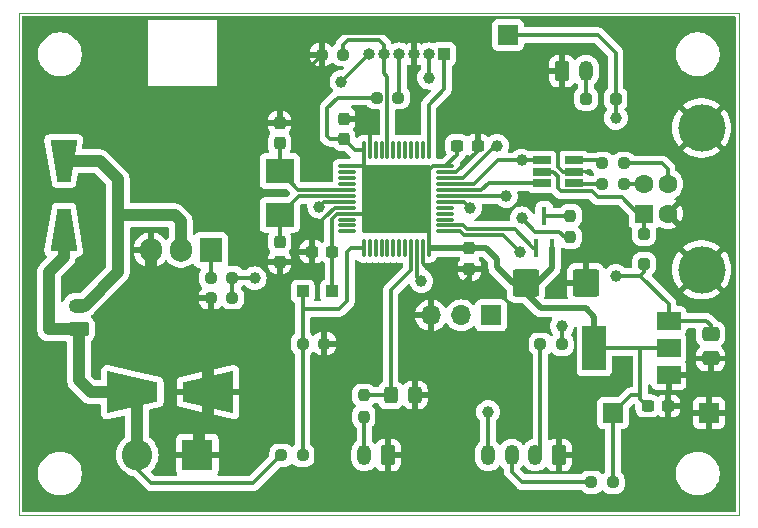
<source format=gbr>
%TF.GenerationSoftware,KiCad,Pcbnew,8.0.5*%
%TF.CreationDate,2024-10-02T16:41:57+03:00*%
%TF.ProjectId,shutter,73687574-7465-4722-9e6b-696361645f70,rev?*%
%TF.SameCoordinates,Original*%
%TF.FileFunction,Copper,L1,Top*%
%TF.FilePolarity,Positive*%
%FSLAX46Y46*%
G04 Gerber Fmt 4.6, Leading zero omitted, Abs format (unit mm)*
G04 Created by KiCad (PCBNEW 8.0.5) date 2024-10-02 16:41:57*
%MOMM*%
%LPD*%
G01*
G04 APERTURE LIST*
G04 Aperture macros list*
%AMRoundRect*
0 Rectangle with rounded corners*
0 $1 Rounding radius*
0 $2 $3 $4 $5 $6 $7 $8 $9 X,Y pos of 4 corners*
0 Add a 4 corners polygon primitive as box body*
4,1,4,$2,$3,$4,$5,$6,$7,$8,$9,$2,$3,0*
0 Add four circle primitives for the rounded corners*
1,1,$1+$1,$2,$3*
1,1,$1+$1,$4,$5*
1,1,$1+$1,$6,$7*
1,1,$1+$1,$8,$9*
0 Add four rect primitives between the rounded corners*
20,1,$1+$1,$2,$3,$4,$5,0*
20,1,$1+$1,$4,$5,$6,$7,0*
20,1,$1+$1,$6,$7,$8,$9,0*
20,1,$1+$1,$8,$9,$2,$3,0*%
%AMOutline4P*
0 Free polygon, 4 corners , with rotation*
0 The origin of the aperture is its center*
0 number of corners: always 4*
0 $1 to $8 corner X, Y*
0 $9 Rotation angle, in degrees counterclockwise*
0 create outline with 4 corners*
4,1,4,$1,$2,$3,$4,$5,$6,$7,$8,$1,$2,$9*%
G04 Aperture macros list end*
%TA.AperFunction,SMDPad,CuDef*%
%ADD10RoundRect,0.237500X-0.250000X-0.237500X0.250000X-0.237500X0.250000X0.237500X-0.250000X0.237500X0*%
%TD*%
%TA.AperFunction,SMDPad,CuDef*%
%ADD11RoundRect,0.237500X0.250000X0.237500X-0.250000X0.237500X-0.250000X-0.237500X0.250000X-0.237500X0*%
%TD*%
%TA.AperFunction,SMDPad,CuDef*%
%ADD12RoundRect,0.237500X-0.237500X0.250000X-0.237500X-0.250000X0.237500X-0.250000X0.237500X0.250000X0*%
%TD*%
%TA.AperFunction,ComponentPad*%
%ADD13O,1.905000X2.000000*%
%TD*%
%TA.AperFunction,ComponentPad*%
%ADD14R,1.905000X2.000000*%
%TD*%
%TA.AperFunction,ComponentPad*%
%ADD15RoundRect,0.250000X0.625000X-0.350000X0.625000X0.350000X-0.625000X0.350000X-0.625000X-0.350000X0*%
%TD*%
%TA.AperFunction,ComponentPad*%
%ADD16O,1.750000X1.200000*%
%TD*%
%TA.AperFunction,ComponentPad*%
%ADD17O,1.700000X1.700000*%
%TD*%
%TA.AperFunction,ComponentPad*%
%ADD18R,1.700000X1.700000*%
%TD*%
%TA.AperFunction,ComponentPad*%
%ADD19RoundRect,0.250000X-0.350000X-0.625000X0.350000X-0.625000X0.350000X0.625000X-0.350000X0.625000X0*%
%TD*%
%TA.AperFunction,ComponentPad*%
%ADD20O,1.200000X1.750000*%
%TD*%
%TA.AperFunction,ComponentPad*%
%ADD21RoundRect,0.250000X0.350000X0.625000X-0.350000X0.625000X-0.350000X-0.625000X0.350000X-0.625000X0*%
%TD*%
%TA.AperFunction,SMDPad,CuDef*%
%ADD22Outline4P,-1.800000X-1.150000X1.800000X-0.550000X1.800000X0.550000X-1.800000X1.150000X270.000000*%
%TD*%
%TA.AperFunction,SMDPad,CuDef*%
%ADD23Outline4P,-1.800000X-1.150000X1.800000X-0.550000X1.800000X0.550000X-1.800000X1.150000X90.000000*%
%TD*%
%TA.AperFunction,SMDPad,CuDef*%
%ADD24RoundRect,0.250000X0.250000X0.250000X-0.250000X0.250000X-0.250000X-0.250000X0.250000X-0.250000X0*%
%TD*%
%TA.AperFunction,SMDPad,CuDef*%
%ADD25RoundRect,0.250000X0.250000X-0.250000X0.250000X0.250000X-0.250000X0.250000X-0.250000X-0.250000X0*%
%TD*%
%TA.AperFunction,SMDPad,CuDef*%
%ADD26Outline4P,-2.150000X-1.800000X2.150000X-0.800000X2.150000X0.800000X-2.150000X1.800000X0.000000*%
%TD*%
%TA.AperFunction,SMDPad,CuDef*%
%ADD27Outline4P,-2.150000X-1.800000X2.150000X-0.800000X2.150000X0.800000X-2.150000X1.800000X180.000000*%
%TD*%
%TA.AperFunction,SMDPad,CuDef*%
%ADD28RoundRect,0.250000X-0.325000X-0.450000X0.325000X-0.450000X0.325000X0.450000X-0.325000X0.450000X0*%
%TD*%
%TA.AperFunction,SMDPad,CuDef*%
%ADD29RoundRect,0.237500X0.237500X-0.300000X0.237500X0.300000X-0.237500X0.300000X-0.237500X-0.300000X0*%
%TD*%
%TA.AperFunction,SMDPad,CuDef*%
%ADD30R,1.000000X1.000000*%
%TD*%
%TA.AperFunction,SMDPad,CuDef*%
%ADD31RoundRect,0.237500X0.237500X-0.250000X0.237500X0.250000X-0.237500X0.250000X-0.237500X-0.250000X0*%
%TD*%
%TA.AperFunction,SMDPad,CuDef*%
%ADD32R,2.400000X2.000000*%
%TD*%
%TA.AperFunction,SMDPad,CuDef*%
%ADD33RoundRect,0.075000X-0.075000X-0.662500X0.075000X-0.662500X0.075000X0.662500X-0.075000X0.662500X0*%
%TD*%
%TA.AperFunction,SMDPad,CuDef*%
%ADD34RoundRect,0.075000X-0.662500X-0.075000X0.662500X-0.075000X0.662500X0.075000X-0.662500X0.075000X0*%
%TD*%
%TA.AperFunction,SMDPad,CuDef*%
%ADD35RoundRect,0.237500X-0.237500X0.300000X-0.237500X-0.300000X0.237500X-0.300000X0.237500X0.300000X0*%
%TD*%
%TA.AperFunction,SMDPad,CuDef*%
%ADD36R,1.560000X0.650000*%
%TD*%
%TA.AperFunction,SMDPad,CuDef*%
%ADD37R,2.000000X1.500000*%
%TD*%
%TA.AperFunction,SMDPad,CuDef*%
%ADD38R,2.000000X3.800000*%
%TD*%
%TA.AperFunction,SMDPad,CuDef*%
%ADD39RoundRect,0.237500X-0.300000X-0.237500X0.300000X-0.237500X0.300000X0.237500X-0.300000X0.237500X0*%
%TD*%
%TA.AperFunction,SMDPad,CuDef*%
%ADD40RoundRect,0.237500X0.300000X0.237500X-0.300000X0.237500X-0.300000X-0.237500X0.300000X-0.237500X0*%
%TD*%
%TA.AperFunction,SMDPad,CuDef*%
%ADD41R,0.450000X1.500000*%
%TD*%
%TA.AperFunction,ComponentPad*%
%ADD42R,1.600000X1.600000*%
%TD*%
%TA.AperFunction,ComponentPad*%
%ADD43C,1.600000*%
%TD*%
%TA.AperFunction,ComponentPad*%
%ADD44C,4.000000*%
%TD*%
%TA.AperFunction,ComponentPad*%
%ADD45R,1.000000X1.000000*%
%TD*%
%TA.AperFunction,ComponentPad*%
%ADD46O,1.000000X1.000000*%
%TD*%
%TA.AperFunction,ComponentPad*%
%ADD47R,2.600000X2.600000*%
%TD*%
%TA.AperFunction,ComponentPad*%
%ADD48C,2.600000*%
%TD*%
%TA.AperFunction,SMDPad,CuDef*%
%ADD49RoundRect,0.250000X-0.875000X-0.925000X0.875000X-0.925000X0.875000X0.925000X-0.875000X0.925000X0*%
%TD*%
%TA.AperFunction,SMDPad,CuDef*%
%ADD50RoundRect,0.250000X-0.475000X0.337500X-0.475000X-0.337500X0.475000X-0.337500X0.475000X0.337500X0*%
%TD*%
%TA.AperFunction,ViaPad*%
%ADD51C,1.000000*%
%TD*%
%TA.AperFunction,ViaPad*%
%ADD52C,1.200000*%
%TD*%
%TA.AperFunction,Conductor*%
%ADD53C,0.300000*%
%TD*%
%TA.AperFunction,Conductor*%
%ADD54C,0.500000*%
%TD*%
%TA.AperFunction,Conductor*%
%ADD55C,1.000000*%
%TD*%
%TA.AperFunction,Profile*%
%ADD56C,0.100000*%
%TD*%
G04 APERTURE END LIST*
D10*
%TO.P,R9,1*%
%TO.N,Net-(Q1-G)*%
X128781800Y-92913200D03*
%TO.P,R9,2*%
%TO.N,/PWM*%
X130606800Y-92913200D03*
%TD*%
D11*
%TO.P,R8,1*%
%TO.N,/PWM*%
X130606800Y-94640400D03*
%TO.P,R8,2*%
%TO.N,GND*%
X128781800Y-94640400D03*
%TD*%
%TO.P,R4,1*%
%TO.N,/5V*%
X158496000Y-98552000D03*
%TO.P,R4,2*%
%TO.N,Net-(J2-Pin_2)*%
X156671000Y-98552000D03*
%TD*%
%TO.P,R3,1*%
%TO.N,+3V3*%
X162814000Y-110236000D03*
%TO.P,R3,2*%
%TO.N,Net-(J2-Pin_3)*%
X160989000Y-110236000D03*
%TD*%
D12*
%TO.P,R2,1*%
%TO.N,/CCD*%
X141732000Y-102870000D03*
%TO.P,R2,2*%
%TO.N,Net-(J1-Pin_2)*%
X141732000Y-104695000D03*
%TD*%
D13*
%TO.P,Q1,3,S*%
%TO.N,GND*%
X123698000Y-90574000D03*
%TO.P,Q1,2,D*%
%TO.N,/DR*%
X126238000Y-90574000D03*
D14*
%TO.P,Q1,1,G*%
%TO.N,Net-(Q1-G)*%
X128778000Y-90574000D03*
%TD*%
D15*
%TO.P,J10,1,Pin_1*%
%TO.N,/SHTRpow*%
X117602000Y-97282000D03*
D16*
%TO.P,J10,2,Pin_2*%
%TO.N,/DR*%
X117602000Y-95282000D03*
%TD*%
D17*
%TO.P,J9,3,Pin_3*%
%TO.N,GND*%
X147421600Y-96113600D03*
%TO.P,J9,2,Pin_2*%
%TO.N,/Tx*%
X149961600Y-96113600D03*
D18*
%TO.P,J9,1,Pin_1*%
%TO.N,/Rx*%
X152501600Y-96113600D03*
%TD*%
D19*
%TO.P,J5,1,Pin_1*%
%TO.N,GND*%
X158528000Y-75438000D03*
D20*
%TO.P,J5,2,Pin_2*%
%TO.N,Net-(D5-A)*%
X160528000Y-75438000D03*
%TD*%
D21*
%TO.P,J2,1,Pin_1*%
%TO.N,GND*%
X158242000Y-107950000D03*
D20*
%TO.P,J2,2,Pin_2*%
%TO.N,Net-(J2-Pin_2)*%
X156242000Y-107950000D03*
%TO.P,J2,3,Pin_3*%
%TO.N,Net-(J2-Pin_3)*%
X154242000Y-107950000D03*
%TO.P,J2,4,Pin_4*%
%TO.N,/LimSW*%
X152242000Y-107950000D03*
%TD*%
D21*
%TO.P,J1,1,Pin_1*%
%TO.N,GND*%
X143764000Y-107950000D03*
D20*
%TO.P,J1,2,Pin_2*%
%TO.N,Net-(J1-Pin_2)*%
X141764000Y-107950000D03*
%TD*%
D22*
%TO.P,D6,2,A*%
%TO.N,/DR*%
X116332000Y-83058000D03*
D23*
%TO.P,D6,1,K*%
%TO.N,/SHTRpow*%
X116332000Y-88858000D03*
%TD*%
D24*
%TO.P,D5,1,K*%
%TO.N,/5V*%
X163048000Y-77774800D03*
%TO.P,D5,2,A*%
%TO.N,Net-(D5-A)*%
X160548000Y-77774800D03*
%TD*%
D25*
%TO.P,D4,2,A*%
%TO.N,/VBUS*%
X165455600Y-89255600D03*
%TO.P,D4,1,K*%
%TO.N,/5V*%
X165455600Y-91755600D03*
%TD*%
D26*
%TO.P,D2,1,A1*%
%TO.N,/SHTRpow*%
X122124000Y-102616000D03*
D27*
%TO.P,D2,2,A2*%
%TO.N,GND*%
X128524000Y-102616000D03*
%TD*%
D28*
%TO.P,D1,1,K*%
%TO.N,/CCD*%
X144000000Y-102870000D03*
%TO.P,D1,2,A*%
%TO.N,GND*%
X146050000Y-102870000D03*
%TD*%
D29*
%TO.P,C7,2*%
%TO.N,GND*%
X140030200Y-79451200D03*
%TO.P,C7,1*%
%TO.N,+3V3*%
X140030200Y-81176200D03*
%TD*%
D30*
%TO.P,D3,2,A*%
%TO.N,/SHTR_V*%
X136550000Y-94080000D03*
%TO.P,D3,1,K*%
%TO.N,+3V3*%
X139050000Y-94080000D03*
%TD*%
D10*
%TO.P,R5,2*%
%TO.N,/SHTR_V*%
X136550400Y-107950000D03*
%TO.P,R5,1*%
%TO.N,/SHTRpow*%
X134725400Y-107950000D03*
%TD*%
D31*
%TO.P,R12,2*%
%TO.N,Net-(Q2-C)*%
X159207200Y-87682700D03*
%TO.P,R12,1*%
%TO.N,/USBDP*%
X159207200Y-89507700D03*
%TD*%
D18*
%TO.P,J8,1,Pin_1*%
%TO.N,+3V3*%
X162814000Y-104394000D03*
%TD*%
D32*
%TO.P,Y1,2,2*%
%TO.N,/OSC_OUT*%
X134594600Y-87600400D03*
%TO.P,Y1,1,1*%
%TO.N,/OSC_IN*%
X134594600Y-83900400D03*
%TD*%
D33*
%TO.P,U2,48,VDD*%
%TO.N,+3V3*%
X141725000Y-82087500D03*
%TO.P,U2,47,VSS*%
%TO.N,GND*%
X142225000Y-82087500D03*
%TO.P,U2,46,PB9*%
%TO.N,unconnected-(U2-PB9-Pad46)*%
X142725000Y-82087500D03*
%TO.P,U2,45,PB8*%
%TO.N,unconnected-(U2-PB8-Pad45)*%
X143225000Y-82087500D03*
%TO.P,U2,44,BOOT0*%
%TO.N,/BOOT0*%
X143725000Y-82087500D03*
%TO.P,U2,43,PB7*%
%TO.N,unconnected-(U2-PB7-Pad43)*%
X144225000Y-82087500D03*
%TO.P,U2,42,PB6*%
%TO.N,unconnected-(U2-PB6-Pad42)*%
X144725000Y-82087500D03*
%TO.P,U2,41,PB5*%
%TO.N,unconnected-(U2-PB5-Pad41)*%
X145225000Y-82087500D03*
%TO.P,U2,40,PB4*%
%TO.N,unconnected-(U2-PB4-Pad40)*%
X145725000Y-82087500D03*
%TO.P,U2,39,PB3*%
%TO.N,unconnected-(U2-PB3-Pad39)*%
X146225000Y-82087500D03*
%TO.P,U2,38,PA15*%
%TO.N,unconnected-(U2-PA15-Pad38)*%
X146725000Y-82087500D03*
%TO.P,U2,37,PA14*%
%TO.N,/SWCLK*%
X147225000Y-82087500D03*
D34*
%TO.P,U2,36,VDD*%
%TO.N,+3V3*%
X148637500Y-83500000D03*
%TO.P,U2,35,VSS*%
%TO.N,GND*%
X148637500Y-84000000D03*
%TO.P,U2,34,PA13*%
%TO.N,/SWDIO*%
X148637500Y-84500000D03*
%TO.P,U2,33,PA12*%
%TO.N,/USBDP*%
X148637500Y-85000000D03*
%TO.P,U2,32,PA11*%
%TO.N,/USBDM*%
X148637500Y-85500000D03*
%TO.P,U2,31,PA10*%
%TO.N,/Rx*%
X148637500Y-86000000D03*
%TO.P,U2,30,PA9*%
%TO.N,/Tx*%
X148637500Y-86500000D03*
%TO.P,U2,29,PA8*%
%TO.N,unconnected-(U2-PA8-Pad29)*%
X148637500Y-87000000D03*
%TO.P,U2,28,PB15*%
%TO.N,unconnected-(U2-PB15-Pad28)*%
X148637500Y-87500000D03*
%TO.P,U2,27,PB14*%
%TO.N,unconnected-(U2-PB14-Pad27)*%
X148637500Y-88000000D03*
%TO.P,U2,26,PB13*%
%TO.N,/USB_PU*%
X148637500Y-88500000D03*
%TO.P,U2,25,PB12*%
%TO.N,/LimSW*%
X148637500Y-89000000D03*
D33*
%TO.P,U2,24,VDD*%
%TO.N,+3V3*%
X147225000Y-90412500D03*
%TO.P,U2,23,VSS*%
%TO.N,GND*%
X146725000Y-90412500D03*
%TO.P,U2,22,PB11*%
%TO.N,/PWM*%
X146225000Y-90412500D03*
%TO.P,U2,21,PB10*%
%TO.N,/CCD*%
X145725000Y-90412500D03*
%TO.P,U2,20,PB2*%
%TO.N,unconnected-(U2-PB2-Pad20)*%
X145225000Y-90412500D03*
%TO.P,U2,19,PB1*%
%TO.N,unconnected-(U2-PB1-Pad19)*%
X144725000Y-90412500D03*
%TO.P,U2,18,PB0*%
%TO.N,unconnected-(U2-PB0-Pad18)*%
X144225000Y-90412500D03*
%TO.P,U2,17,PA7*%
%TO.N,unconnected-(U2-PA7-Pad17)*%
X143725000Y-90412500D03*
%TO.P,U2,16,PA6*%
%TO.N,unconnected-(U2-PA6-Pad16)*%
X143225000Y-90412500D03*
%TO.P,U2,15,PA5*%
%TO.N,unconnected-(U2-PA5-Pad15)*%
X142725000Y-90412500D03*
%TO.P,U2,14,PA4*%
%TO.N,unconnected-(U2-PA4-Pad14)*%
X142225000Y-90412500D03*
%TO.P,U2,13,PA3*%
%TO.N,/SHTR_V*%
X141725000Y-90412500D03*
D34*
%TO.P,U2,12,PA2*%
%TO.N,unconnected-(U2-PA2-Pad12)*%
X140312500Y-89000000D03*
%TO.P,U2,11,PA1*%
%TO.N,unconnected-(U2-PA1-Pad11)*%
X140312500Y-88500000D03*
%TO.P,U2,10,PA0*%
%TO.N,unconnected-(U2-PA0-Pad10)*%
X140312500Y-88000000D03*
%TO.P,U2,9,VDDA*%
%TO.N,+3V3*%
X140312500Y-87500000D03*
%TO.P,U2,8,VSSA*%
%TO.N,GND*%
X140312500Y-87000000D03*
%TO.P,U2,7,NRST*%
%TO.N,/NRST*%
X140312500Y-86500000D03*
%TO.P,U2,6,PD1*%
%TO.N,/OSC_OUT*%
X140312500Y-86000000D03*
%TO.P,U2,5,PD0*%
%TO.N,/OSC_IN*%
X140312500Y-85500000D03*
%TO.P,U2,4,PC15*%
%TO.N,unconnected-(U2-PC15-Pad4)*%
X140312500Y-85000000D03*
%TO.P,U2,3,PC14*%
%TO.N,unconnected-(U2-PC14-Pad3)*%
X140312500Y-84500000D03*
%TO.P,U2,2,PC13*%
%TO.N,unconnected-(U2-PC13-Pad2)*%
X140312500Y-84000000D03*
%TO.P,U2,1,VBAT*%
%TO.N,+3V3*%
X140312500Y-83500000D03*
%TD*%
D35*
%TO.P,C5,2*%
%TO.N,GND*%
X150672800Y-92149000D03*
%TO.P,C5,1*%
%TO.N,+3V3*%
X150672800Y-90424000D03*
%TD*%
D36*
%TO.P,U3,6,I/O1*%
%TO.N,/USBDM*%
X156800000Y-84900000D03*
%TO.P,U3,5,VBUS*%
%TO.N,/VBUS*%
X156800000Y-83950000D03*
%TO.P,U3,4,I/O2*%
%TO.N,/USBDP*%
X156800000Y-83000000D03*
%TO.P,U3,3,I/O2*%
%TO.N,Net-(R10-Pad2)*%
X159500000Y-83000000D03*
%TO.P,U3,2,GND*%
%TO.N,GND*%
X159500000Y-83950000D03*
%TO.P,U3,1,I/O1*%
%TO.N,Net-(R11-Pad2)*%
X159500000Y-84900000D03*
%TD*%
D29*
%TO.P,C8,2*%
%TO.N,GND*%
X134594600Y-79832200D03*
%TO.P,C8,1*%
%TO.N,/OSC_IN*%
X134594600Y-81557200D03*
%TD*%
D11*
%TO.P,R10,2*%
%TO.N,Net-(R10-Pad2)*%
X161925000Y-83250000D03*
%TO.P,R10,1*%
%TO.N,Net-(J11-D+)*%
X163750000Y-83250000D03*
%TD*%
D37*
%TO.P,U1,3,VI*%
%TO.N,/5V*%
X167538400Y-96570800D03*
D38*
%TO.P,U1,2,VO*%
%TO.N,+3V3*%
X161238400Y-98870800D03*
D37*
X167538400Y-98870800D03*
%TO.P,U1,1,GND*%
%TO.N,GND*%
X167538400Y-101170800D03*
%TD*%
D10*
%TO.P,R1,2*%
%TO.N,Net-(J4-Pin_4)*%
X144651100Y-77673200D03*
%TO.P,R1,1*%
%TO.N,+3V3*%
X142826100Y-77673200D03*
%TD*%
D11*
%TO.P,R11,2*%
%TO.N,Net-(R11-Pad2)*%
X161925000Y-85000000D03*
%TO.P,R11,1*%
%TO.N,Net-(J11-D-)*%
X163750000Y-85000000D03*
%TD*%
D39*
%TO.P,C4,2*%
%TO.N,GND*%
X151358600Y-81737200D03*
%TO.P,C4,1*%
%TO.N,+3V3*%
X149633600Y-81737200D03*
%TD*%
D40*
%TO.P,C6,2*%
%TO.N,GND*%
X137312400Y-90728800D03*
%TO.P,C6,1*%
%TO.N,+3V3*%
X139037400Y-90728800D03*
%TD*%
D11*
%TO.P,R7,2*%
%TO.N,GND*%
X138150600Y-74041000D03*
%TO.P,R7,1*%
%TO.N,/BOOT0*%
X139975600Y-74041000D03*
%TD*%
D10*
%TO.P,R6,2*%
%TO.N,GND*%
X138370000Y-98510000D03*
%TO.P,R6,1*%
%TO.N,/SHTR_V*%
X136545000Y-98510000D03*
%TD*%
D35*
%TO.P,C9,1*%
%TO.N,/OSC_OUT*%
X134594600Y-89867400D03*
%TO.P,C9,2*%
%TO.N,GND*%
X134594600Y-91592400D03*
%TD*%
D41*
%TO.P,Q2,1,B*%
%TO.N,/USB_PU*%
X156332400Y-90373200D03*
%TO.P,Q2,2,E*%
%TO.N,+3V3*%
X157632400Y-90373200D03*
%TO.P,Q2,3,C*%
%TO.N,Net-(Q2-C)*%
X156982400Y-87713200D03*
%TD*%
D42*
%TO.P,J11,1,VBUS*%
%TO.N,/VBUS*%
X165462500Y-87500000D03*
D43*
%TO.P,J11,2,D-*%
%TO.N,Net-(J11-D-)*%
X165462500Y-85000000D03*
%TO.P,J11,3,D+*%
%TO.N,Net-(J11-D+)*%
X167462500Y-85000000D03*
%TO.P,J11,4,GND*%
%TO.N,GND*%
X167462500Y-87500000D03*
D44*
%TO.P,J11,5,Shield*%
X170322500Y-80250000D03*
X170322500Y-92250000D03*
%TD*%
D18*
%TO.P,J7,1,Pin_1*%
%TO.N,GND*%
X170942000Y-104394000D03*
%TD*%
%TO.P,J6,1,Pin_1*%
%TO.N,/5V*%
X153924000Y-72390000D03*
%TD*%
D45*
%TO.P,J4,1,Pin_1*%
%TO.N,/SWCLK*%
X148515000Y-74000000D03*
D46*
%TO.P,J4,2,Pin_2*%
%TO.N,/SWDIO*%
X147245000Y-74000000D03*
%TO.P,J4,3,Pin_3*%
%TO.N,GND*%
X145975000Y-74000000D03*
%TO.P,J4,4,Pin_4*%
%TO.N,Net-(J4-Pin_4)*%
X144705000Y-74000000D03*
%TO.P,J4,5,Pin_5*%
%TO.N,/BOOT0*%
X143435000Y-74000000D03*
%TO.P,J4,6,Pin_6*%
%TO.N,/NRST*%
X142165000Y-74000000D03*
%TD*%
D47*
%TO.P,J3,1,Pin_1*%
%TO.N,GND*%
X127623000Y-107916000D03*
D48*
%TO.P,J3,2,Pin_2*%
%TO.N,/SHTRpow*%
X122543000Y-107916000D03*
%TD*%
D49*
%TO.P,C3,1*%
%TO.N,+3V3*%
X155438000Y-93370400D03*
%TO.P,C3,2*%
%TO.N,GND*%
X160538000Y-93370400D03*
%TD*%
D39*
%TO.P,C2,1*%
%TO.N,+3V3*%
X165762600Y-103784400D03*
%TO.P,C2,2*%
%TO.N,GND*%
X167487600Y-103784400D03*
%TD*%
D50*
%TO.P,C1,1*%
%TO.N,/5V*%
X171094400Y-97688400D03*
%TO.P,C1,2*%
%TO.N,GND*%
X171094400Y-99763400D03*
%TD*%
D51*
%TO.N,GND*%
X135331200Y-73253600D03*
%TO.N,/Tx*%
X150723600Y-87020400D03*
%TO.N,/PWM*%
X132486400Y-92964000D03*
%TO.N,/USBDP*%
X155092400Y-83000000D03*
%TO.N,GND*%
X160274000Y-105410000D03*
X147828000Y-99314000D03*
X154686000Y-78486000D03*
X165658800Y-107467400D03*
%TO.N,/LimSW*%
X152247600Y-104292400D03*
%TO.N,/5V*%
X158496000Y-97028000D03*
%TO.N,GND*%
X160528000Y-90170000D03*
%TO.N,/PWM*%
X146608800Y-93218000D03*
%TO.N,/LimSW*%
X154965400Y-90754200D03*
%TO.N,/5V*%
X163068000Y-92760800D03*
X163068000Y-79400000D03*
%TO.N,/Rx*%
X153771600Y-86004400D03*
%TO.N,/USBDP*%
X155092400Y-87884000D03*
D52*
%TO.N,GND*%
X136220200Y-92354400D03*
X142225000Y-79868000D03*
D51*
%TO.N,/SWDIO*%
X153000000Y-81750000D03*
X147250000Y-76000000D03*
%TO.N,/NRST*%
X137947400Y-86918800D03*
X139832500Y-76332500D03*
%TD*%
D53*
%TO.N,GND*%
X135331200Y-73253600D02*
X135331200Y-73609200D01*
X135331200Y-73609200D02*
X135763000Y-74041000D01*
X135763000Y-74041000D02*
X138150600Y-74041000D01*
%TO.N,/USBDP*%
X156260800Y-89052400D02*
X158292800Y-89052400D01*
X155092400Y-87884000D02*
X156260800Y-89052400D01*
X158292800Y-89052400D02*
X158748100Y-89507700D01*
X158748100Y-89507700D02*
X159207200Y-89507700D01*
%TO.N,/Tx*%
X150203200Y-86500000D02*
X150723600Y-87020400D01*
X149478120Y-86500000D02*
X150203200Y-86500000D01*
X148637500Y-86500000D02*
X149478120Y-86500000D01*
%TO.N,/Rx*%
X153771600Y-86004400D02*
X152497200Y-86000000D01*
X152497200Y-86000000D02*
X148637500Y-86000000D01*
%TO.N,/LimSW*%
X154965400Y-90754200D02*
X153517600Y-89306400D01*
X153517600Y-89306400D02*
X150217200Y-89306400D01*
X150217200Y-89306400D02*
X149910800Y-89000000D01*
X149910800Y-89000000D02*
X148637500Y-89000000D01*
%TO.N,/PWM*%
X132435600Y-92913200D02*
X132486400Y-92964000D01*
X131673600Y-92913200D02*
X132435600Y-92913200D01*
%TO.N,/VBUS*%
X156800000Y-83950000D02*
X157762400Y-83950000D01*
X157762400Y-83950000D02*
X158140400Y-84328000D01*
X163576000Y-86106000D02*
X164970000Y-87500000D01*
X158140400Y-84328000D02*
X158140400Y-85345400D01*
X158140400Y-85345400D02*
X158393000Y-85598000D01*
X161544000Y-86106000D02*
X163576000Y-86106000D01*
X158393000Y-85598000D02*
X161036000Y-85598000D01*
X161036000Y-85598000D02*
X161544000Y-86106000D01*
X164970000Y-87500000D02*
X165462500Y-87500000D01*
%TO.N,Net-(Q2-C)*%
X159207200Y-87682700D02*
X157012900Y-87682700D01*
X157012900Y-87682700D02*
X156982400Y-87713200D01*
%TO.N,/USB_PU*%
X156332400Y-90373200D02*
X156057600Y-90373200D01*
X156057600Y-90373200D02*
X154490800Y-88806400D01*
D54*
%TO.N,+3V3*%
X155438000Y-93370400D02*
X156362400Y-93370400D01*
X156362400Y-93370400D02*
X157632400Y-92100400D01*
X157632400Y-92100400D02*
X157632400Y-90373200D01*
X153009600Y-92049600D02*
X153009600Y-91338400D01*
X155438000Y-93370400D02*
X154330400Y-93370400D01*
X154330400Y-93370400D02*
X153009600Y-92049600D01*
X153009600Y-91338400D02*
X152095200Y-90424000D01*
X152095200Y-90424000D02*
X150672800Y-90424000D01*
X155438000Y-93370400D02*
X155438000Y-94224000D01*
X155438000Y-94224000D02*
X156718000Y-95504000D01*
D53*
%TO.N,GND*%
X160528000Y-90170000D02*
X160538000Y-90180000D01*
X160538000Y-90180000D02*
X160538000Y-93370400D01*
%TO.N,/USBDP*%
X154584400Y-83000000D02*
X155092400Y-83000000D01*
X155092400Y-83000000D02*
X156800000Y-83000000D01*
%TO.N,/USB_PU*%
X148637500Y-88500000D02*
X150117907Y-88500000D01*
X150424307Y-88806400D02*
X154490800Y-88806400D01*
X150117907Y-88500000D02*
X150424307Y-88806400D01*
%TO.N,GND*%
X147421600Y-96113600D02*
X147421600Y-98907600D01*
X147421600Y-98907600D02*
X147828000Y-99314000D01*
X147421600Y-96113600D02*
X147421600Y-94488000D01*
X147421600Y-94488000D02*
X149047200Y-94488000D01*
X149047200Y-94488000D02*
X150672800Y-92862400D01*
X150672800Y-92862400D02*
X150672800Y-92149000D01*
X158528000Y-75438000D02*
X155397200Y-75438000D01*
X154686000Y-76149200D02*
X154686000Y-78486000D01*
X155397200Y-75438000D02*
X154686000Y-76149200D01*
X160274000Y-105410000D02*
X158800800Y-105410000D01*
X158800800Y-105410000D02*
X158242000Y-105968800D01*
X158242000Y-105968800D02*
X158242000Y-107950000D01*
D55*
X128524000Y-105613200D02*
X128168400Y-105613200D01*
X128524000Y-102616000D02*
X128524000Y-105613200D01*
X128168400Y-105613200D02*
X127762000Y-106019600D01*
X127762000Y-107777000D02*
X127623000Y-107916000D01*
X127762000Y-106019600D02*
X127762000Y-107777000D01*
X128524000Y-102616000D02*
X128524000Y-99364800D01*
X128524000Y-99364800D02*
X126949200Y-97790000D01*
X126949200Y-97790000D02*
X123698000Y-97790000D01*
D53*
X137312400Y-90728800D02*
X135890000Y-90728800D01*
X134594600Y-91592400D02*
X135890000Y-91592400D01*
X135890000Y-91592400D02*
X136194800Y-91592400D01*
X135890000Y-90728800D02*
X135890000Y-91592400D01*
X136220200Y-92354400D02*
X136220200Y-91617800D01*
X136220200Y-91617800D02*
X136194800Y-91592400D01*
%TO.N,/SHTR_V*%
X141725000Y-90412500D02*
X140625900Y-90412500D01*
X140625900Y-90412500D02*
X140309600Y-90728800D01*
X140309600Y-90728800D02*
X140309600Y-94894400D01*
X140309600Y-94894400D02*
X139644000Y-95560000D01*
X139644000Y-95560000D02*
X136550000Y-95560000D01*
%TO.N,GND*%
X146725000Y-90412500D02*
X146725000Y-91708600D01*
X146725000Y-91708600D02*
X147165400Y-92149000D01*
X147165400Y-92149000D02*
X150672800Y-92149000D01*
D54*
%TO.N,+3V3*%
X150672800Y-90424000D02*
X147336500Y-90424000D01*
X147336500Y-90424000D02*
X147325000Y-90412500D01*
X155346400Y-92913200D02*
X155438000Y-92913200D01*
D55*
%TO.N,/DR*%
X126238000Y-90574000D02*
X126238000Y-88138000D01*
X120904000Y-84582000D02*
X120904000Y-87630000D01*
X120904000Y-87630000D02*
X120904000Y-92456000D01*
X126238000Y-88138000D02*
X125730000Y-87630000D01*
X125730000Y-87630000D02*
X120904000Y-87630000D01*
X116332000Y-83058000D02*
X119380000Y-83058000D01*
X119380000Y-83058000D02*
X120904000Y-84582000D01*
X120904000Y-92456000D02*
X118078000Y-95282000D01*
X118078000Y-95282000D02*
X117602000Y-95282000D01*
D53*
%TO.N,GND*%
X146050000Y-102870000D02*
X146050000Y-99314000D01*
X147828000Y-99314000D02*
X146050000Y-99314000D01*
X134112000Y-96520000D02*
X128524000Y-96520000D01*
X128524000Y-96520000D02*
X123698000Y-96520000D01*
X128781800Y-94640400D02*
X128781800Y-96262200D01*
X128781800Y-96262200D02*
X128524000Y-96520000D01*
X134594600Y-91592400D02*
X134594600Y-96037400D01*
D55*
X123698000Y-97790000D02*
X123698000Y-96520000D01*
X123698000Y-96520000D02*
X123698000Y-90574000D01*
D53*
X134594600Y-96037400D02*
X134112000Y-96520000D01*
X171094400Y-99763400D02*
X172524600Y-99763400D01*
X172524600Y-99763400D02*
X172524600Y-94452100D01*
X172524600Y-94452100D02*
X170322500Y-92250000D01*
X140208000Y-109982000D02*
X145288000Y-109982000D01*
X138370000Y-98510000D02*
X138370000Y-108144000D01*
X138370000Y-108144000D02*
X140208000Y-109982000D01*
X145288000Y-109982000D02*
X146050000Y-109220000D01*
X146050000Y-109220000D02*
X146050000Y-107188000D01*
X146050000Y-107188000D02*
X145288000Y-107950000D01*
X146050000Y-102870000D02*
X146050000Y-107188000D01*
X145288000Y-107950000D02*
X143764000Y-107950000D01*
%TO.N,/CCD*%
X144000000Y-102870000D02*
X144000000Y-93998000D01*
X144000000Y-93998000D02*
X144780000Y-93218000D01*
X141732000Y-102870000D02*
X144000000Y-102870000D01*
%TO.N,Net-(J1-Pin_2)*%
X141764000Y-107950000D02*
X141764000Y-104727000D01*
X141764000Y-104727000D02*
X141732000Y-104695000D01*
%TO.N,GND*%
X167487600Y-105638600D02*
X167487600Y-103784400D01*
X165658800Y-107467400D02*
X167487600Y-105638600D01*
%TO.N,Net-(J2-Pin_2)*%
X156671000Y-98552000D02*
X156671000Y-107521000D01*
X156671000Y-107521000D02*
X156242000Y-107950000D01*
%TO.N,Net-(J2-Pin_3)*%
X160989000Y-110236000D02*
X155143200Y-110236000D01*
X155143200Y-110236000D02*
X154242000Y-109334800D01*
X154242000Y-109334800D02*
X154242000Y-107950000D01*
%TO.N,+3V3*%
X162814000Y-110236000D02*
X162814000Y-104394000D01*
%TO.N,/LimSW*%
X152247600Y-104292400D02*
X152242000Y-104298000D01*
X152242000Y-104298000D02*
X152242000Y-107950000D01*
%TO.N,/SHTRpow*%
X122543000Y-109131800D02*
X123748800Y-110337600D01*
X122543000Y-107916000D02*
X122543000Y-109131800D01*
X123748800Y-110337600D02*
X132337800Y-110337600D01*
X132337800Y-110337600D02*
X134725400Y-107950000D01*
%TO.N,/SHTR_V*%
X136550400Y-107950000D02*
X136550400Y-98515400D01*
X136550400Y-98515400D02*
X136545000Y-98510000D01*
%TO.N,/PWM*%
X130606800Y-92913200D02*
X131673600Y-92913200D01*
X130606800Y-92913200D02*
X130606800Y-94640400D01*
%TO.N,Net-(Q1-G)*%
X128778000Y-90574000D02*
X128778000Y-92909400D01*
X128778000Y-92909400D02*
X128781800Y-92913200D01*
D55*
%TO.N,/SHTRpow*%
X116332000Y-88858000D02*
X116332000Y-91186000D01*
X116332000Y-91186000D02*
X115062000Y-92456000D01*
X115062000Y-92456000D02*
X115062000Y-97282000D01*
X117602000Y-97282000D02*
X115062000Y-97282000D01*
X117602000Y-97282000D02*
X117602000Y-101600000D01*
X117602000Y-101600000D02*
X118618000Y-102616000D01*
X118618000Y-102616000D02*
X122124000Y-102616000D01*
X122543000Y-107916000D02*
X122543000Y-103035000D01*
X122543000Y-103035000D02*
X122124000Y-102616000D01*
D53*
%TO.N,+3V3*%
X165150800Y-103225600D02*
X165150800Y-102870000D01*
X162814000Y-104394000D02*
X164338000Y-102870000D01*
X165150800Y-102870000D02*
X165150800Y-98870800D01*
X164338000Y-102870000D02*
X165150800Y-102870000D01*
%TO.N,GND*%
X167487600Y-103784400D02*
X169062400Y-103784400D01*
X169672000Y-104394000D02*
X170942000Y-104394000D01*
X169062400Y-103784400D02*
X169672000Y-104394000D01*
%TO.N,/5V*%
X158496000Y-97028000D02*
X158496000Y-98552000D01*
D54*
%TO.N,+3V3*%
X160528000Y-95504000D02*
X156718000Y-95504000D01*
X161238400Y-98870800D02*
X161238400Y-96214400D01*
X161238400Y-96214400D02*
X160528000Y-95504000D01*
D53*
%TO.N,/CCD*%
X145725000Y-90412500D02*
X145725000Y-92273000D01*
X145725000Y-92273000D02*
X144780000Y-93218000D01*
%TO.N,/5V*%
X167538400Y-96570800D02*
X167538400Y-95148400D01*
X167538400Y-95148400D02*
X165150800Y-92760800D01*
X153924000Y-72390000D02*
X161544000Y-72390000D01*
X161544000Y-72390000D02*
X163048000Y-73894000D01*
X163048000Y-73894000D02*
X163048000Y-77774800D01*
%TO.N,/PWM*%
X146225000Y-90412500D02*
X146225000Y-92834200D01*
X146225000Y-92834200D02*
X146608800Y-93218000D01*
%TO.N,/SWDIO*%
X148637500Y-84500000D02*
X150100000Y-84500000D01*
%TO.N,+3V3*%
X165762600Y-103784400D02*
X165709600Y-103784400D01*
X167538400Y-98870800D02*
X165150800Y-98870800D01*
X165150800Y-98870800D02*
X161238400Y-98870800D01*
X165709600Y-103784400D02*
X165150800Y-103225600D01*
%TO.N,/5V*%
X171094400Y-97688400D02*
X171094400Y-96926400D01*
X171094400Y-96926400D02*
X170738800Y-96570800D01*
X170738800Y-96570800D02*
X167538400Y-96570800D01*
%TO.N,GND*%
X171094400Y-99763400D02*
X171094400Y-100990400D01*
X171094400Y-100990400D02*
X170914000Y-101170800D01*
X170914000Y-101170800D02*
X167538400Y-101170800D01*
X167487600Y-103784400D02*
X167487600Y-101221600D01*
X167487600Y-101221600D02*
X167538400Y-101170800D01*
%TO.N,/5V*%
X165455600Y-91755600D02*
X165455600Y-92456000D01*
X165455600Y-92456000D02*
X165150800Y-92760800D01*
X165150800Y-92760800D02*
X163068000Y-92760800D01*
%TO.N,/VBUS*%
X165455600Y-89255600D02*
X165455600Y-87506900D01*
X165455600Y-87506900D02*
X165462500Y-87500000D01*
%TO.N,/5V*%
X163048000Y-79380000D02*
X163068000Y-79400000D01*
X163048000Y-77774800D02*
X163048000Y-79380000D01*
%TO.N,Net-(D5-A)*%
X160528000Y-75438000D02*
X160528000Y-77754800D01*
X160528000Y-77754800D02*
X160548000Y-77774800D01*
%TO.N,GND*%
X159246600Y-80250000D02*
X158496000Y-80250000D01*
X158496000Y-80250000D02*
X156490000Y-80250000D01*
X158528000Y-75438000D02*
X158528000Y-80218000D01*
X158528000Y-80218000D02*
X158496000Y-80250000D01*
X152196800Y-80250000D02*
X151728200Y-80250000D01*
X156490000Y-80250000D02*
X152196800Y-80250000D01*
X145389600Y-72186800D02*
X150012400Y-72186800D01*
X152196800Y-74371200D02*
X150012400Y-72186800D01*
X152196800Y-80250000D02*
X152196800Y-74371200D01*
%TO.N,/USBDM*%
X156800000Y-84900000D02*
X152285200Y-84900000D01*
X152285200Y-84900000D02*
X151685200Y-85500000D01*
X151685200Y-85500000D02*
X148637500Y-85500000D01*
%TO.N,/USBDP*%
X153093000Y-83000000D02*
X154584400Y-83000000D01*
X148637500Y-85000000D02*
X151093000Y-85000000D01*
X151093000Y-85000000D02*
X153093000Y-83000000D01*
%TO.N,GND*%
X151358600Y-81737200D02*
X151358600Y-80619600D01*
X151358600Y-80619600D02*
X151728200Y-80250000D01*
X145975000Y-72772200D02*
X145389600Y-72186800D01*
X137312400Y-88954453D02*
X138455400Y-87811453D01*
X145389600Y-72186800D02*
X138658600Y-72186800D01*
X158165800Y-83515200D02*
X158165800Y-81332800D01*
X139266853Y-87000000D02*
X138455400Y-87811453D01*
X134594600Y-77597000D02*
X138150600Y-74041000D01*
X149553000Y-84000000D02*
X151358600Y-82194400D01*
X138150600Y-72694800D02*
X138150600Y-74041000D01*
X158370000Y-81128600D02*
X158369000Y-81127600D01*
X158369000Y-81127600D02*
X159246600Y-80250000D01*
X137312400Y-90728800D02*
X137312400Y-88954453D01*
X138658600Y-72186800D02*
X138150600Y-72694800D01*
X140030200Y-79451200D02*
X141808200Y-79451200D01*
X151358600Y-82194400D02*
X151358600Y-81737200D01*
X159500000Y-83950000D02*
X158600600Y-83950000D01*
X158165800Y-81332800D02*
X158370000Y-81128600D01*
X141808200Y-79451200D02*
X142225000Y-79868000D01*
X148637500Y-84000000D02*
X149553000Y-84000000D01*
X158600600Y-83950000D02*
X158165800Y-83515200D01*
X145975000Y-74000000D02*
X145975000Y-72772200D01*
X134594600Y-79832200D02*
X134594600Y-77597000D01*
X140312500Y-87000000D02*
X139266853Y-87000000D01*
X142225000Y-82087500D02*
X142225000Y-79868000D01*
%TO.N,+3V3*%
X139037400Y-90728800D02*
X139037400Y-88318000D01*
X141725000Y-82087500D02*
X141725000Y-83432000D01*
X147563800Y-83500000D02*
X148637500Y-83500000D01*
X141725000Y-82087500D02*
X140941500Y-82087500D01*
X138633200Y-80924400D02*
X138885000Y-81176200D01*
X141782800Y-83489800D02*
X143027400Y-84734400D01*
X149633600Y-82503900D02*
X148637500Y-83500000D01*
X142826100Y-77673200D02*
X139547600Y-77673200D01*
X139039600Y-87934359D02*
X139039600Y-88315800D01*
X140312500Y-87500000D02*
X147225000Y-87500000D01*
X147225000Y-90412500D02*
X147225000Y-87500000D01*
X140312500Y-87500000D02*
X139473959Y-87500000D01*
X138633200Y-78587600D02*
X138633200Y-80924400D01*
X139473959Y-87500000D02*
X139039600Y-87934359D01*
X138885000Y-81176200D02*
X140030200Y-81176200D01*
X147225000Y-83838800D02*
X147563800Y-83500000D01*
X139037400Y-88318000D02*
X139039600Y-88315800D01*
X140312500Y-83500000D02*
X141772600Y-83500000D01*
X149633600Y-81737200D02*
X149633600Y-82503900D01*
X139037400Y-90728800D02*
X139050000Y-90741400D01*
X141725000Y-83432000D02*
X141782800Y-83489800D01*
X139050000Y-90741400D02*
X139050000Y-94080000D01*
X139547600Y-77673200D02*
X138633200Y-78587600D01*
X143027400Y-84734400D02*
X147225000Y-84734400D01*
X147225000Y-84734400D02*
X147225000Y-83838800D01*
X140941500Y-82087500D02*
X140030200Y-81176200D01*
X141772600Y-83500000D02*
X141782800Y-83489800D01*
X147225000Y-87500000D02*
X147225000Y-84734400D01*
%TO.N,/OSC_IN*%
X140312500Y-85500000D02*
X136194200Y-85500000D01*
X134594600Y-81557200D02*
X134594600Y-83900400D01*
X136194200Y-85500000D02*
X134594600Y-83900400D01*
%TO.N,/OSC_OUT*%
X136195000Y-86000000D02*
X134594600Y-87600400D01*
X134594600Y-87600400D02*
X134594600Y-89867400D01*
X140312500Y-86000000D02*
X136195000Y-86000000D01*
%TO.N,/SHTR_V*%
X136550000Y-98505000D02*
X136550000Y-95560000D01*
X136545000Y-98510000D02*
X136550000Y-98505000D01*
X136550000Y-95560000D02*
X136550000Y-94080000D01*
%TO.N,/SWCLK*%
X147225000Y-78275000D02*
X148515000Y-76985000D01*
X147225000Y-82087500D02*
X147225000Y-78275000D01*
X148515000Y-76985000D02*
X148515000Y-74000000D01*
%TO.N,/SWDIO*%
X147245000Y-74000000D02*
X147245000Y-75995000D01*
X147245000Y-75995000D02*
X147250000Y-76000000D01*
X152850000Y-81750000D02*
X153000000Y-81750000D01*
X150100000Y-84500000D02*
X152850000Y-81750000D01*
%TO.N,Net-(J4-Pin_4)*%
X144705000Y-77619300D02*
X144651100Y-77673200D01*
X144705000Y-74000000D02*
X144705000Y-77619300D01*
%TO.N,/BOOT0*%
X143435000Y-75617000D02*
X143435000Y-74000000D01*
X143725000Y-75907000D02*
X143435000Y-75617000D01*
X143435000Y-73204000D02*
X143435000Y-74000000D01*
X139975600Y-74041000D02*
X139975600Y-73206600D01*
X143725000Y-82087500D02*
X143725000Y-75907000D01*
X143002000Y-72771000D02*
X143435000Y-73204000D01*
X140411200Y-72771000D02*
X143002000Y-72771000D01*
X139975600Y-73206600D02*
X140411200Y-72771000D01*
%TO.N,/NRST*%
X139473959Y-86500000D02*
X138975800Y-86500000D01*
X139832500Y-76332500D02*
X142165000Y-74000000D01*
X138975800Y-86500000D02*
X138366200Y-86500000D01*
X138366200Y-86500000D02*
X137947400Y-86918800D01*
X140312500Y-86500000D02*
X139473959Y-86500000D01*
%TO.N,Net-(J11-D-)*%
X163750000Y-85000000D02*
X165462500Y-85000000D01*
%TO.N,Net-(J11-D+)*%
X167462500Y-83718700D02*
X167462500Y-85000000D01*
X163750000Y-83250000D02*
X166993800Y-83250000D01*
X166993800Y-83250000D02*
X167462500Y-83718700D01*
%TO.N,Net-(R10-Pad2)*%
X161675000Y-83000000D02*
X161925000Y-83250000D01*
X159500000Y-83000000D02*
X161675000Y-83000000D01*
%TO.N,Net-(R11-Pad2)*%
X159600000Y-85000000D02*
X159500000Y-84900000D01*
X161925000Y-85000000D02*
X159600000Y-85000000D01*
%TD*%
%TA.AperFunction,Conductor*%
%TO.N,+3V3*%
G36*
X147343039Y-83419685D02*
G01*
X147388794Y-83472489D01*
X147400000Y-83524000D01*
X147400000Y-83875592D01*
X147399735Y-83883701D01*
X147399500Y-83887286D01*
X147399500Y-84112714D01*
X147399735Y-84116300D01*
X147400000Y-84124409D01*
X147400000Y-84375592D01*
X147399735Y-84383701D01*
X147399500Y-84387286D01*
X147399500Y-84612714D01*
X147399735Y-84616300D01*
X147400000Y-84624409D01*
X147400000Y-84875592D01*
X147399735Y-84883701D01*
X147399500Y-84887286D01*
X147399500Y-85112714D01*
X147399735Y-85116300D01*
X147400000Y-85124409D01*
X147400000Y-85375592D01*
X147399735Y-85383701D01*
X147399500Y-85387286D01*
X147399500Y-85612714D01*
X147399735Y-85616300D01*
X147400000Y-85624409D01*
X147400000Y-85875592D01*
X147399735Y-85883701D01*
X147399500Y-85887286D01*
X147399500Y-86112714D01*
X147399735Y-86116300D01*
X147400000Y-86124409D01*
X147400000Y-86375592D01*
X147399735Y-86383701D01*
X147399500Y-86387286D01*
X147399500Y-86612714D01*
X147399735Y-86616300D01*
X147400000Y-86624409D01*
X147400000Y-86875592D01*
X147399735Y-86883701D01*
X147399500Y-86887286D01*
X147399500Y-87112714D01*
X147399735Y-87116300D01*
X147400000Y-87124409D01*
X147400000Y-87375592D01*
X147399735Y-87383701D01*
X147399500Y-87387286D01*
X147399500Y-87612714D01*
X147399735Y-87616300D01*
X147400000Y-87624409D01*
X147400000Y-87875592D01*
X147399735Y-87883701D01*
X147399500Y-87887286D01*
X147399500Y-88112714D01*
X147399735Y-88116300D01*
X147400000Y-88124409D01*
X147400000Y-88375592D01*
X147399735Y-88383701D01*
X147399500Y-88387286D01*
X147399500Y-88612714D01*
X147399735Y-88616300D01*
X147400000Y-88624409D01*
X147400000Y-88875592D01*
X147399735Y-88883701D01*
X147399500Y-88887286D01*
X147399500Y-88976000D01*
X147379815Y-89043039D01*
X147327011Y-89088794D01*
X147275500Y-89100000D01*
X141724000Y-89100000D01*
X141656961Y-89080315D01*
X141611206Y-89027511D01*
X141600000Y-88976000D01*
X141600000Y-83524000D01*
X141619685Y-83456961D01*
X141672489Y-83411206D01*
X141724000Y-83400000D01*
X147276000Y-83400000D01*
X147343039Y-83419685D01*
G37*
%TD.AperFunction*%
%TD*%
%TA.AperFunction,Conductor*%
%TO.N,GND*%
G36*
X159703897Y-97064953D02*
G01*
X159735728Y-97127151D01*
X159737900Y-97150256D01*
X159737900Y-100818670D01*
X159737901Y-100818676D01*
X159744308Y-100878283D01*
X159794602Y-101013128D01*
X159794606Y-101013135D01*
X159880852Y-101128344D01*
X159880855Y-101128347D01*
X159996064Y-101214593D01*
X159996071Y-101214597D01*
X160130917Y-101264891D01*
X160130916Y-101264891D01*
X160137844Y-101265635D01*
X160190527Y-101271300D01*
X162286272Y-101271299D01*
X162345883Y-101264891D01*
X162480731Y-101214596D01*
X162595946Y-101128346D01*
X162682196Y-101013131D01*
X162732491Y-100878283D01*
X162738900Y-100818673D01*
X162738900Y-99645300D01*
X162758585Y-99578261D01*
X162811389Y-99532506D01*
X162862900Y-99521300D01*
X164376300Y-99521300D01*
X164443339Y-99540985D01*
X164489094Y-99593789D01*
X164500300Y-99645300D01*
X164500300Y-102095500D01*
X164480615Y-102162539D01*
X164427811Y-102208294D01*
X164376300Y-102219500D01*
X164273929Y-102219500D01*
X164148261Y-102244497D01*
X164148255Y-102244499D01*
X164029870Y-102293535D01*
X163923331Y-102364722D01*
X163923324Y-102364728D01*
X163280871Y-103007181D01*
X163219548Y-103040666D01*
X163193190Y-103043500D01*
X161916129Y-103043500D01*
X161916123Y-103043501D01*
X161856516Y-103049908D01*
X161721671Y-103100202D01*
X161721664Y-103100206D01*
X161606455Y-103186452D01*
X161606452Y-103186455D01*
X161520206Y-103301664D01*
X161520202Y-103301671D01*
X161469908Y-103436517D01*
X161463501Y-103496116D01*
X161463500Y-103496135D01*
X161463500Y-105291870D01*
X161463501Y-105291876D01*
X161469908Y-105351483D01*
X161520202Y-105486328D01*
X161520206Y-105486335D01*
X161606452Y-105601544D01*
X161606455Y-105601547D01*
X161721664Y-105687793D01*
X161721671Y-105687797D01*
X161766618Y-105704561D01*
X161856517Y-105738091D01*
X161916127Y-105744500D01*
X162039500Y-105744499D01*
X162106539Y-105764183D01*
X162152294Y-105816987D01*
X162163500Y-105868499D01*
X162163500Y-109309228D01*
X162143815Y-109376267D01*
X162108569Y-109410867D01*
X162108816Y-109411179D01*
X162105915Y-109413472D01*
X162104600Y-109414764D01*
X162103154Y-109415655D01*
X161989180Y-109529629D01*
X161927857Y-109563113D01*
X161858165Y-109558129D01*
X161813818Y-109529628D01*
X161699851Y-109415661D01*
X161699850Y-109415660D01*
X161557139Y-109327635D01*
X161553018Y-109325093D01*
X161553013Y-109325091D01*
X161551569Y-109324612D01*
X161389253Y-109270826D01*
X161389251Y-109270825D01*
X161288178Y-109260500D01*
X160689830Y-109260500D01*
X160689812Y-109260501D01*
X160588747Y-109270825D01*
X160424984Y-109325092D01*
X160424981Y-109325093D01*
X160278148Y-109415661D01*
X160156155Y-109537654D01*
X160155555Y-109538414D01*
X160155010Y-109538799D01*
X160151053Y-109542757D01*
X160150376Y-109542080D01*
X160098532Y-109578789D01*
X160058292Y-109585500D01*
X155464008Y-109585500D01*
X155396969Y-109565815D01*
X155376327Y-109549181D01*
X155012925Y-109185779D01*
X154979440Y-109124456D01*
X154984424Y-109054764D01*
X155012925Y-109010417D01*
X155044249Y-108979093D01*
X155081414Y-108941928D01*
X155141682Y-108858975D01*
X155197012Y-108816311D01*
X155266626Y-108810332D01*
X155328421Y-108842938D01*
X155342315Y-108858973D01*
X155402586Y-108941928D01*
X155525072Y-109064414D01*
X155665212Y-109166232D01*
X155819555Y-109244873D01*
X155984299Y-109298402D01*
X156155389Y-109325500D01*
X156155390Y-109325500D01*
X156328610Y-109325500D01*
X156328611Y-109325500D01*
X156499701Y-109298402D01*
X156664445Y-109244873D01*
X156818788Y-109166232D01*
X156958928Y-109064414D01*
X157066836Y-108956505D01*
X157128155Y-108923023D01*
X157197847Y-108928007D01*
X157253781Y-108969878D01*
X157260053Y-108979093D01*
X157299682Y-109043343D01*
X157423654Y-109167315D01*
X157572875Y-109259356D01*
X157572880Y-109259358D01*
X157739302Y-109314505D01*
X157739309Y-109314506D01*
X157842019Y-109324999D01*
X157991999Y-109324999D01*
X157992000Y-109324998D01*
X157992000Y-108230330D01*
X158011745Y-108250075D01*
X158097255Y-108299444D01*
X158192630Y-108325000D01*
X158291370Y-108325000D01*
X158386745Y-108299444D01*
X158472255Y-108250075D01*
X158492000Y-108230330D01*
X158492000Y-109324999D01*
X158641972Y-109324999D01*
X158641986Y-109324998D01*
X158744697Y-109314505D01*
X158911119Y-109259358D01*
X158911124Y-109259356D01*
X159060345Y-109167315D01*
X159184315Y-109043345D01*
X159276356Y-108894124D01*
X159276358Y-108894119D01*
X159331505Y-108727697D01*
X159331506Y-108727690D01*
X159341999Y-108624986D01*
X159342000Y-108624973D01*
X159342000Y-108200000D01*
X158522330Y-108200000D01*
X158542075Y-108180255D01*
X158591444Y-108094745D01*
X158617000Y-107999370D01*
X158617000Y-107900630D01*
X158591444Y-107805255D01*
X158542075Y-107719745D01*
X158522330Y-107700000D01*
X159341999Y-107700000D01*
X159341999Y-107275028D01*
X159341998Y-107275013D01*
X159331505Y-107172302D01*
X159276358Y-107005880D01*
X159276356Y-107005875D01*
X159184315Y-106856654D01*
X159060345Y-106732684D01*
X158911124Y-106640643D01*
X158911119Y-106640641D01*
X158744697Y-106585494D01*
X158744690Y-106585493D01*
X158641986Y-106575000D01*
X158492000Y-106575000D01*
X158492000Y-107669670D01*
X158472255Y-107649925D01*
X158386745Y-107600556D01*
X158291370Y-107575000D01*
X158192630Y-107575000D01*
X158097255Y-107600556D01*
X158011745Y-107649925D01*
X157992000Y-107669670D01*
X157992000Y-106575000D01*
X157842027Y-106575000D01*
X157842012Y-106575001D01*
X157739302Y-106585494D01*
X157572880Y-106640641D01*
X157572871Y-106640645D01*
X157510596Y-106679057D01*
X157443203Y-106697497D01*
X157376540Y-106676574D01*
X157331771Y-106622932D01*
X157321500Y-106573518D01*
X157321500Y-99478771D01*
X157341185Y-99411732D01*
X157376429Y-99377132D01*
X157376183Y-99376821D01*
X157379082Y-99374528D01*
X157380401Y-99373233D01*
X157381850Y-99372340D01*
X157495819Y-99258371D01*
X157557142Y-99224886D01*
X157626834Y-99229870D01*
X157671181Y-99258371D01*
X157785150Y-99372340D01*
X157931984Y-99462908D01*
X158095747Y-99517174D01*
X158196823Y-99527500D01*
X158795176Y-99527499D01*
X158795184Y-99527498D01*
X158795187Y-99527498D01*
X158855861Y-99521300D01*
X158896253Y-99517174D01*
X159060016Y-99462908D01*
X159206850Y-99372340D01*
X159328840Y-99250350D01*
X159419408Y-99103516D01*
X159473674Y-98939753D01*
X159484000Y-98838677D01*
X159483999Y-98265324D01*
X159482008Y-98245837D01*
X159473674Y-98164247D01*
X159468228Y-98147811D01*
X159419408Y-98000484D01*
X159328840Y-97853650D01*
X159289593Y-97814403D01*
X159256108Y-97753080D01*
X159261092Y-97683388D01*
X159281420Y-97648058D01*
X159331910Y-97586538D01*
X159424814Y-97412727D01*
X159482024Y-97224132D01*
X159490497Y-97138101D01*
X159516658Y-97073315D01*
X159573692Y-97032956D01*
X159643492Y-97029839D01*
X159703897Y-97064953D01*
G37*
%TD.AperFunction*%
%TA.AperFunction,Conductor*%
G36*
X160910033Y-83672478D02*
G01*
X160965967Y-83714348D01*
X160984407Y-83749655D01*
X161001592Y-83801515D01*
X161001593Y-83801518D01*
X161016384Y-83825498D01*
X161089611Y-83944218D01*
X161092161Y-83948351D01*
X161181129Y-84037319D01*
X161214614Y-84098642D01*
X161209630Y-84168334D01*
X161181129Y-84212681D01*
X161092155Y-84301654D01*
X161091555Y-84302414D01*
X161091010Y-84302799D01*
X161087053Y-84306757D01*
X161086376Y-84306080D01*
X161034532Y-84342789D01*
X160994292Y-84349500D01*
X160904000Y-84349500D01*
X160836961Y-84329815D01*
X160791206Y-84277011D01*
X160780000Y-84225500D01*
X160780000Y-84200000D01*
X160655501Y-84200000D01*
X160588462Y-84180315D01*
X160581205Y-84175277D01*
X160522331Y-84131204D01*
X160522328Y-84131202D01*
X160387482Y-84080908D01*
X160387483Y-84080908D01*
X160327883Y-84074501D01*
X160327881Y-84074500D01*
X160327873Y-84074500D01*
X160327865Y-84074500D01*
X159374000Y-84074500D01*
X159306961Y-84054815D01*
X159261206Y-84002011D01*
X159250000Y-83950500D01*
X159250000Y-83949499D01*
X159269685Y-83882460D01*
X159322489Y-83836705D01*
X159373997Y-83825499D01*
X160327872Y-83825499D01*
X160387483Y-83819091D01*
X160522331Y-83768796D01*
X160581191Y-83724733D01*
X160646653Y-83700316D01*
X160655501Y-83700000D01*
X160780814Y-83700000D01*
X160840341Y-83667494D01*
X160910033Y-83672478D01*
G37*
%TD.AperFunction*%
%TA.AperFunction,Conductor*%
G36*
X150539784Y-82514715D02*
G01*
X150584134Y-82543217D01*
X150598061Y-82557144D01*
X150598065Y-82557147D01*
X150744788Y-82647648D01*
X150744799Y-82647653D01*
X150769988Y-82656000D01*
X150827433Y-82695773D01*
X150854256Y-82760288D01*
X150841941Y-82829064D01*
X150818665Y-82861387D01*
X150087181Y-83592871D01*
X150025858Y-83626356D01*
X149956166Y-83621372D01*
X149900233Y-83579500D01*
X149875816Y-83514036D01*
X149875500Y-83505190D01*
X149875500Y-83387286D01*
X149875499Y-83387272D01*
X149859626Y-83266707D01*
X149863176Y-83266239D01*
X149864269Y-83212934D01*
X149894820Y-83162623D01*
X150138876Y-82918569D01*
X150210065Y-82812027D01*
X150259101Y-82693644D01*
X150260491Y-82686652D01*
X150292872Y-82624743D01*
X150317008Y-82605305D01*
X150394450Y-82557540D01*
X150408772Y-82543217D01*
X150470092Y-82509732D01*
X150539784Y-82514715D01*
G37*
%TD.AperFunction*%
%TA.AperFunction,Conductor*%
G36*
X141962431Y-78343385D02*
G01*
X141988015Y-78366580D01*
X141988153Y-78366443D01*
X141990952Y-78369242D01*
X141992655Y-78370786D01*
X141993255Y-78371545D01*
X141993260Y-78371550D01*
X142115250Y-78493540D01*
X142262084Y-78584108D01*
X142425847Y-78638374D01*
X142526923Y-78648700D01*
X142950500Y-78648699D01*
X143017539Y-78668383D01*
X143063294Y-78721187D01*
X143074500Y-78772699D01*
X143074500Y-80739278D01*
X143054815Y-80806317D01*
X143002011Y-80852072D01*
X142934314Y-80862216D01*
X142919323Y-80860243D01*
X142837727Y-80849500D01*
X142837720Y-80849500D01*
X142612280Y-80849500D01*
X142612272Y-80849500D01*
X142516792Y-80862071D01*
X142499764Y-80864313D01*
X142499763Y-80864313D01*
X142491707Y-80865374D01*
X142491472Y-80863595D01*
X142457729Y-80865804D01*
X142375000Y-80854911D01*
X142372845Y-80856801D01*
X142355315Y-80916502D01*
X142326487Y-80947838D01*
X142300486Y-80967789D01*
X142235319Y-80992984D01*
X142166874Y-80978946D01*
X142149515Y-80967790D01*
X142123512Y-80947838D01*
X142082310Y-80891410D01*
X142076120Y-80855894D01*
X142074999Y-80854911D01*
X141992270Y-80865804D01*
X141958527Y-80863593D01*
X141958293Y-80865374D01*
X141950236Y-80864313D01*
X141930451Y-80861708D01*
X141837727Y-80849500D01*
X141837720Y-80849500D01*
X141612280Y-80849500D01*
X141612272Y-80849500D01*
X141499764Y-80864313D01*
X141499763Y-80864313D01*
X141359770Y-80922300D01*
X141359767Y-80922301D01*
X141359767Y-80922302D01*
X141272329Y-80989396D01*
X141239548Y-81014550D01*
X141228074Y-81029504D01*
X141171645Y-81070706D01*
X141101899Y-81074860D01*
X141040979Y-81040647D01*
X141008227Y-80978929D01*
X141005699Y-80954016D01*
X141005699Y-80827030D01*
X141005698Y-80827013D01*
X140995374Y-80725947D01*
X140983942Y-80691447D01*
X140941108Y-80562184D01*
X140850540Y-80415350D01*
X140836217Y-80401027D01*
X140802732Y-80339704D01*
X140807716Y-80270012D01*
X140836221Y-80225660D01*
X140850147Y-80211735D01*
X140940648Y-80065011D01*
X140940653Y-80065000D01*
X140994880Y-79901352D01*
X141005199Y-79800354D01*
X141005200Y-79800341D01*
X141005200Y-79701200D01*
X139904200Y-79701200D01*
X139837161Y-79681515D01*
X139791406Y-79628711D01*
X139780200Y-79577200D01*
X139780200Y-79325200D01*
X139799885Y-79258161D01*
X139852689Y-79212406D01*
X139904200Y-79201200D01*
X141005199Y-79201200D01*
X141005199Y-79102060D01*
X141005198Y-79102045D01*
X140994880Y-79001047D01*
X140940653Y-78837399D01*
X140940648Y-78837388D01*
X140850147Y-78690665D01*
X140850144Y-78690661D01*
X140728238Y-78568755D01*
X140728234Y-78568752D01*
X140703082Y-78553238D01*
X140656357Y-78501290D01*
X140645136Y-78432328D01*
X140672979Y-78368246D01*
X140731048Y-78329390D01*
X140768179Y-78323700D01*
X141895392Y-78323700D01*
X141962431Y-78343385D01*
G37*
%TD.AperFunction*%
%TA.AperFunction,Conductor*%
G36*
X146225000Y-74969159D02*
G01*
X146359538Y-74928348D01*
X146412047Y-74900282D01*
X146480450Y-74886040D01*
X146545694Y-74911040D01*
X146587064Y-74967345D01*
X146594500Y-75009640D01*
X146594500Y-75185017D01*
X146574815Y-75252056D01*
X146549166Y-75280870D01*
X146539114Y-75289118D01*
X146414090Y-75441460D01*
X146414086Y-75441467D01*
X146321188Y-75615266D01*
X146263975Y-75803870D01*
X146244659Y-76000000D01*
X146263975Y-76196129D01*
X146263976Y-76196132D01*
X146320396Y-76382124D01*
X146321188Y-76384733D01*
X146414086Y-76558532D01*
X146414090Y-76558539D01*
X146539116Y-76710883D01*
X146691460Y-76835909D01*
X146691467Y-76835913D01*
X146865266Y-76928811D01*
X146865269Y-76928811D01*
X146865273Y-76928814D01*
X147053868Y-76986024D01*
X147250000Y-77005341D01*
X147265300Y-77003834D01*
X147333946Y-77016853D01*
X147384656Y-77064918D01*
X147401331Y-77132768D01*
X147378675Y-77198863D01*
X147365135Y-77214918D01*
X146719724Y-77860329D01*
X146663456Y-77944543D01*
X146663455Y-77944543D01*
X146648536Y-77966870D01*
X146648534Y-77966874D01*
X146599499Y-78085255D01*
X146599497Y-78085261D01*
X146574500Y-78210928D01*
X146574500Y-80739278D01*
X146554815Y-80806317D01*
X146502011Y-80852072D01*
X146434314Y-80862216D01*
X146419323Y-80860243D01*
X146337727Y-80849500D01*
X146337720Y-80849500D01*
X146112280Y-80849500D01*
X146112272Y-80849500D01*
X146025393Y-80860938D01*
X145999764Y-80864313D01*
X145999762Y-80864313D01*
X145991708Y-80865374D01*
X145991316Y-80862399D01*
X145958684Y-80862399D01*
X145958292Y-80865374D01*
X145950237Y-80864313D01*
X145950236Y-80864313D01*
X145921271Y-80860499D01*
X145837727Y-80849500D01*
X145837720Y-80849500D01*
X145612280Y-80849500D01*
X145612272Y-80849500D01*
X145525393Y-80860938D01*
X145499764Y-80864313D01*
X145499762Y-80864313D01*
X145491708Y-80865374D01*
X145491316Y-80862399D01*
X145458684Y-80862399D01*
X145458292Y-80865374D01*
X145450237Y-80864313D01*
X145450236Y-80864313D01*
X145421271Y-80860499D01*
X145337727Y-80849500D01*
X145337720Y-80849500D01*
X145112280Y-80849500D01*
X145112272Y-80849500D01*
X145025393Y-80860938D01*
X144999764Y-80864313D01*
X144999762Y-80864313D01*
X144991708Y-80865374D01*
X144991316Y-80862399D01*
X144958684Y-80862399D01*
X144958292Y-80865374D01*
X144950237Y-80864313D01*
X144950236Y-80864313D01*
X144921271Y-80860499D01*
X144837727Y-80849500D01*
X144837720Y-80849500D01*
X144612280Y-80849500D01*
X144612272Y-80849500D01*
X144529062Y-80860455D01*
X144515685Y-80862216D01*
X144446650Y-80851452D01*
X144394394Y-80805072D01*
X144375500Y-80739278D01*
X144375500Y-78772699D01*
X144395185Y-78705660D01*
X144447989Y-78659905D01*
X144499500Y-78648699D01*
X144950270Y-78648699D01*
X144950276Y-78648699D01*
X145051353Y-78638374D01*
X145215116Y-78584108D01*
X145361950Y-78493540D01*
X145483940Y-78371550D01*
X145574508Y-78224716D01*
X145628774Y-78060953D01*
X145639100Y-77959877D01*
X145639099Y-77386524D01*
X145637615Y-77372000D01*
X145628774Y-77285447D01*
X145574508Y-77121684D01*
X145483940Y-76974850D01*
X145391818Y-76882728D01*
X145358334Y-76821404D01*
X145355500Y-76795047D01*
X145355500Y-75009640D01*
X145375185Y-74942601D01*
X145427989Y-74896846D01*
X145497147Y-74886902D01*
X145537953Y-74900282D01*
X145590461Y-74928348D01*
X145725000Y-74969159D01*
X145725000Y-74209618D01*
X145775446Y-74260064D01*
X145849555Y-74302851D01*
X145932213Y-74325000D01*
X146017787Y-74325000D01*
X146100445Y-74302851D01*
X146174554Y-74260064D01*
X146225000Y-74209618D01*
X146225000Y-74969159D01*
G37*
%TD.AperFunction*%
%TA.AperFunction,Conductor*%
G36*
X173192539Y-70770185D02*
G01*
X173238294Y-70822989D01*
X173249500Y-70874500D01*
X173249500Y-112625500D01*
X173229815Y-112692539D01*
X173177011Y-112738294D01*
X173125500Y-112749500D01*
X112874500Y-112749500D01*
X112807461Y-112729815D01*
X112761706Y-112677011D01*
X112750500Y-112625500D01*
X112750500Y-109378711D01*
X114149500Y-109378711D01*
X114149500Y-109621288D01*
X114181161Y-109861785D01*
X114243947Y-110096104D01*
X114336773Y-110320205D01*
X114336776Y-110320212D01*
X114458064Y-110530289D01*
X114458066Y-110530292D01*
X114458067Y-110530293D01*
X114605733Y-110722736D01*
X114605739Y-110722743D01*
X114777256Y-110894260D01*
X114777261Y-110894264D01*
X114777262Y-110894265D01*
X114969711Y-111041936D01*
X115179788Y-111163224D01*
X115403900Y-111256054D01*
X115638211Y-111318838D01*
X115818586Y-111342584D01*
X115878711Y-111350500D01*
X115878712Y-111350500D01*
X116121289Y-111350500D01*
X116169388Y-111344167D01*
X116361789Y-111318838D01*
X116596100Y-111256054D01*
X116820212Y-111163224D01*
X117030289Y-111041936D01*
X117222738Y-110894265D01*
X117394265Y-110722738D01*
X117541936Y-110530289D01*
X117663224Y-110320212D01*
X117756054Y-110096100D01*
X117818838Y-109861789D01*
X117850500Y-109621288D01*
X117850500Y-109378712D01*
X117818838Y-109138211D01*
X117756054Y-108903900D01*
X117663224Y-108679788D01*
X117541936Y-108469711D01*
X117394265Y-108277262D01*
X117394260Y-108277256D01*
X117222743Y-108105739D01*
X117222736Y-108105733D01*
X117030293Y-107958067D01*
X117030292Y-107958066D01*
X117030289Y-107958064D01*
X116820212Y-107836776D01*
X116820205Y-107836773D01*
X116596104Y-107743947D01*
X116361785Y-107681161D01*
X116121289Y-107649500D01*
X116121288Y-107649500D01*
X115878712Y-107649500D01*
X115878711Y-107649500D01*
X115638214Y-107681161D01*
X115403895Y-107743947D01*
X115179794Y-107836773D01*
X115179785Y-107836777D01*
X114969706Y-107958067D01*
X114777263Y-108105733D01*
X114777256Y-108105739D01*
X114605739Y-108277256D01*
X114605733Y-108277263D01*
X114458067Y-108469706D01*
X114336777Y-108679785D01*
X114336773Y-108679794D01*
X114243947Y-108903895D01*
X114181161Y-109138214D01*
X114149500Y-109378711D01*
X112750500Y-109378711D01*
X112750500Y-97380543D01*
X114061499Y-97380543D01*
X114099947Y-97573829D01*
X114099950Y-97573839D01*
X114175364Y-97755907D01*
X114175371Y-97755920D01*
X114284860Y-97919781D01*
X114284863Y-97919785D01*
X114424214Y-98059136D01*
X114424218Y-98059139D01*
X114588079Y-98168628D01*
X114588092Y-98168635D01*
X114770160Y-98244049D01*
X114770165Y-98244051D01*
X114770169Y-98244051D01*
X114770170Y-98244052D01*
X114963456Y-98282500D01*
X114963459Y-98282500D01*
X116477500Y-98282500D01*
X116544539Y-98302185D01*
X116590294Y-98354989D01*
X116601500Y-98406500D01*
X116601500Y-101698544D01*
X116637989Y-101881991D01*
X116637990Y-101881991D01*
X116639950Y-101891839D01*
X116715364Y-102073907D01*
X116715371Y-102073920D01*
X116824860Y-102237781D01*
X116824863Y-102237785D01*
X116968537Y-102381459D01*
X116968559Y-102381479D01*
X117837735Y-103250655D01*
X117837764Y-103250686D01*
X117980214Y-103393136D01*
X117980218Y-103393139D01*
X118144079Y-103502628D01*
X118144092Y-103502635D01*
X118272833Y-103555961D01*
X118301998Y-103568041D01*
X118326164Y-103578051D01*
X118409643Y-103594656D01*
X118437097Y-103600117D01*
X118519456Y-103616500D01*
X118519459Y-103616500D01*
X118519460Y-103616500D01*
X118716540Y-103616500D01*
X119349500Y-103616500D01*
X119416539Y-103636185D01*
X119462294Y-103688989D01*
X119473500Y-103740500D01*
X119473500Y-104471301D01*
X119477041Y-104509332D01*
X119477042Y-104509334D01*
X119523449Y-104645512D01*
X119523467Y-104645563D01*
X119606393Y-104763194D01*
X119606394Y-104763195D01*
X119719093Y-104852693D01*
X119719095Y-104852694D01*
X119719099Y-104852697D01*
X119852454Y-104906820D01*
X119852453Y-104906820D01*
X119852456Y-104906821D01*
X119995660Y-104921183D01*
X120033512Y-104916016D01*
X121390413Y-104600457D01*
X121460168Y-104604445D01*
X121516695Y-104645512D01*
X121542045Y-104710621D01*
X121542500Y-104721234D01*
X121542500Y-106353440D01*
X121522815Y-106420479D01*
X121488353Y-106455893D01*
X121417260Y-106504364D01*
X121219442Y-106687910D01*
X121051185Y-106898898D01*
X120916258Y-107132599D01*
X120916256Y-107132603D01*
X120817666Y-107383804D01*
X120817664Y-107383811D01*
X120757616Y-107646898D01*
X120737451Y-107915995D01*
X120737451Y-107916004D01*
X120757616Y-108185101D01*
X120817664Y-108448188D01*
X120817666Y-108448195D01*
X120916256Y-108699396D01*
X120916257Y-108699399D01*
X120932591Y-108727690D01*
X121051185Y-108933102D01*
X121087862Y-108979093D01*
X121219442Y-109144089D01*
X121385753Y-109298402D01*
X121417259Y-109327635D01*
X121640226Y-109479651D01*
X121883359Y-109596738D01*
X122127132Y-109671932D01*
X122145663Y-109677648D01*
X122145312Y-109678785D01*
X122200574Y-109709320D01*
X123334125Y-110842872D01*
X123334132Y-110842878D01*
X123411037Y-110894264D01*
X123411040Y-110894265D01*
X123420963Y-110900895D01*
X123440672Y-110914065D01*
X123484073Y-110932042D01*
X123559056Y-110963101D01*
X123559060Y-110963101D01*
X123559061Y-110963102D01*
X123684728Y-110988100D01*
X123684731Y-110988100D01*
X132401871Y-110988100D01*
X132486415Y-110971282D01*
X132527544Y-110963101D01*
X132645927Y-110914065D01*
X132675560Y-110894265D01*
X132752469Y-110842877D01*
X134633527Y-108961817D01*
X134694850Y-108928333D01*
X134721208Y-108925499D01*
X135024570Y-108925499D01*
X135024576Y-108925499D01*
X135125653Y-108915174D01*
X135289416Y-108860908D01*
X135436250Y-108770340D01*
X135550219Y-108656371D01*
X135611542Y-108622886D01*
X135681234Y-108627870D01*
X135725581Y-108656371D01*
X135839550Y-108770340D01*
X135986384Y-108860908D01*
X136150147Y-108915174D01*
X136251223Y-108925500D01*
X136849576Y-108925499D01*
X136849584Y-108925498D01*
X136849587Y-108925498D01*
X136904930Y-108919844D01*
X136950653Y-108915174D01*
X137114416Y-108860908D01*
X137261250Y-108770340D01*
X137383240Y-108648350D01*
X137473808Y-108501516D01*
X137528074Y-108337753D01*
X137538400Y-108236677D01*
X137538399Y-107663324D01*
X137528074Y-107562247D01*
X137473808Y-107398484D01*
X137383240Y-107251650D01*
X137261250Y-107129660D01*
X137261249Y-107129659D01*
X137261246Y-107129656D01*
X137261245Y-107129655D01*
X137259800Y-107128764D01*
X137259017Y-107127893D01*
X137255584Y-107125179D01*
X137256047Y-107124592D01*
X137213077Y-107076815D01*
X137200900Y-107023228D01*
X137200900Y-99433439D01*
X137220585Y-99366400D01*
X137251312Y-99336242D01*
X137250186Y-99334818D01*
X137255843Y-99330344D01*
X137255850Y-99330340D01*
X137370175Y-99216014D01*
X137431494Y-99182532D01*
X137501186Y-99187516D01*
X137545534Y-99216017D01*
X137659461Y-99329944D01*
X137659465Y-99329947D01*
X137806188Y-99420448D01*
X137806199Y-99420453D01*
X137969847Y-99474680D01*
X138070851Y-99484999D01*
X138620000Y-99484999D01*
X138669140Y-99484999D01*
X138669154Y-99484998D01*
X138770152Y-99474680D01*
X138933800Y-99420453D01*
X138933811Y-99420448D01*
X139080534Y-99329947D01*
X139080538Y-99329944D01*
X139202444Y-99208038D01*
X139202447Y-99208034D01*
X139292948Y-99061311D01*
X139292953Y-99061300D01*
X139347180Y-98897652D01*
X139357499Y-98796654D01*
X139357500Y-98796641D01*
X139357500Y-98760000D01*
X138620000Y-98760000D01*
X138620000Y-99484999D01*
X138070851Y-99484999D01*
X138119999Y-99484998D01*
X138120000Y-99484998D01*
X138120000Y-98260000D01*
X138620000Y-98260000D01*
X139357499Y-98260000D01*
X139357499Y-98223360D01*
X139357498Y-98223345D01*
X139347180Y-98122347D01*
X139292953Y-97958699D01*
X139292948Y-97958688D01*
X139202447Y-97811965D01*
X139202444Y-97811961D01*
X139080538Y-97690055D01*
X139080534Y-97690052D01*
X138933811Y-97599551D01*
X138933800Y-97599546D01*
X138770152Y-97545319D01*
X138669154Y-97535000D01*
X138620000Y-97535000D01*
X138620000Y-98260000D01*
X138120000Y-98260000D01*
X138120000Y-97535000D01*
X138119999Y-97534999D01*
X138070861Y-97535000D01*
X138070843Y-97535001D01*
X137969847Y-97545319D01*
X137806199Y-97599546D01*
X137806188Y-97599551D01*
X137659465Y-97690052D01*
X137545534Y-97803983D01*
X137484211Y-97837467D01*
X137414519Y-97832483D01*
X137370173Y-97803983D01*
X137255850Y-97689660D01*
X137255849Y-97689659D01*
X137255846Y-97689656D01*
X137250184Y-97685179D01*
X137251688Y-97683276D01*
X137212673Y-97639891D01*
X137200500Y-97586312D01*
X137200500Y-96334500D01*
X137220185Y-96267461D01*
X137272989Y-96221706D01*
X137324500Y-96210500D01*
X139708071Y-96210500D01*
X139792615Y-96193682D01*
X139833744Y-96185501D01*
X139952127Y-96136465D01*
X139970999Y-96123855D01*
X140058669Y-96065277D01*
X140814877Y-95309069D01*
X140886066Y-95202526D01*
X140923107Y-95113100D01*
X140935101Y-95084144D01*
X140955775Y-94980212D01*
X140960100Y-94958471D01*
X140960100Y-91486558D01*
X140979785Y-91419519D01*
X141032589Y-91373764D01*
X141101747Y-91363820D01*
X141165303Y-91392845D01*
X141182470Y-91411064D01*
X141239549Y-91485451D01*
X141359767Y-91577698D01*
X141499764Y-91635687D01*
X141602922Y-91649268D01*
X141612264Y-91650498D01*
X141612280Y-91650500D01*
X141612287Y-91650500D01*
X141837713Y-91650500D01*
X141837720Y-91650500D01*
X141950236Y-91635687D01*
X141950236Y-91635686D01*
X141958295Y-91634626D01*
X141958698Y-91637689D01*
X141991302Y-91637689D01*
X141991705Y-91634626D01*
X141999763Y-91635686D01*
X141999764Y-91635687D01*
X142112280Y-91650500D01*
X142112287Y-91650500D01*
X142337713Y-91650500D01*
X142337720Y-91650500D01*
X142450236Y-91635687D01*
X142450236Y-91635686D01*
X142458295Y-91634626D01*
X142458698Y-91637689D01*
X142491302Y-91637689D01*
X142491705Y-91634626D01*
X142499763Y-91635686D01*
X142499764Y-91635687D01*
X142612280Y-91650500D01*
X142612287Y-91650500D01*
X142837713Y-91650500D01*
X142837720Y-91650500D01*
X142950236Y-91635687D01*
X142950236Y-91635686D01*
X142958295Y-91634626D01*
X142958698Y-91637689D01*
X142991302Y-91637689D01*
X142991705Y-91634626D01*
X142999763Y-91635686D01*
X142999764Y-91635687D01*
X143112280Y-91650500D01*
X143112287Y-91650500D01*
X143337713Y-91650500D01*
X143337720Y-91650500D01*
X143450236Y-91635687D01*
X143450236Y-91635686D01*
X143458295Y-91634626D01*
X143458698Y-91637689D01*
X143491302Y-91637689D01*
X143491705Y-91634626D01*
X143499763Y-91635686D01*
X143499764Y-91635687D01*
X143612280Y-91650500D01*
X143612287Y-91650500D01*
X143837713Y-91650500D01*
X143837720Y-91650500D01*
X143950236Y-91635687D01*
X143950236Y-91635686D01*
X143958295Y-91634626D01*
X143958698Y-91637689D01*
X143991302Y-91637689D01*
X143991705Y-91634626D01*
X143999763Y-91635686D01*
X143999764Y-91635687D01*
X144112280Y-91650500D01*
X144112287Y-91650500D01*
X144337713Y-91650500D01*
X144337720Y-91650500D01*
X144450236Y-91635687D01*
X144450236Y-91635686D01*
X144458295Y-91634626D01*
X144458698Y-91637689D01*
X144491302Y-91637689D01*
X144491705Y-91634626D01*
X144499763Y-91635686D01*
X144499764Y-91635687D01*
X144612280Y-91650500D01*
X144612287Y-91650500D01*
X144837713Y-91650500D01*
X144837720Y-91650500D01*
X144934314Y-91637783D01*
X145003350Y-91648548D01*
X145055606Y-91694928D01*
X145074500Y-91760722D01*
X145074500Y-91952192D01*
X145054815Y-92019231D01*
X145038181Y-92039873D01*
X144365331Y-92712723D01*
X143494727Y-93583325D01*
X143494724Y-93583328D01*
X143441022Y-93663701D01*
X143423535Y-93689872D01*
X143374499Y-93808255D01*
X143374497Y-93808261D01*
X143349500Y-93933928D01*
X143349500Y-101669781D01*
X143329815Y-101736820D01*
X143290597Y-101775319D01*
X143206347Y-101827285D01*
X143206343Y-101827288D01*
X143082289Y-101951342D01*
X142990187Y-102100663D01*
X142990184Y-102100671D01*
X142978972Y-102134506D01*
X142939199Y-102191950D01*
X142874683Y-102218772D01*
X142861267Y-102219500D01*
X142658771Y-102219500D01*
X142591732Y-102199815D01*
X142557132Y-102164570D01*
X142556821Y-102164817D01*
X142554528Y-102161917D01*
X142553233Y-102160598D01*
X142552340Y-102159150D01*
X142430350Y-102037160D01*
X142319268Y-101968644D01*
X142283518Y-101946593D01*
X142283513Y-101946591D01*
X142282069Y-101946112D01*
X142119753Y-101892326D01*
X142119751Y-101892325D01*
X142018678Y-101882000D01*
X141445330Y-101882000D01*
X141445312Y-101882001D01*
X141344247Y-101892325D01*
X141180484Y-101946592D01*
X141180481Y-101946593D01*
X141033648Y-102037161D01*
X140911661Y-102159148D01*
X140821093Y-102305981D01*
X140821091Y-102305986D01*
X140799882Y-102369992D01*
X140766826Y-102469747D01*
X140766826Y-102469748D01*
X140766825Y-102469748D01*
X140756500Y-102570815D01*
X140756500Y-103169169D01*
X140756501Y-103169187D01*
X140766825Y-103270252D01*
X140821092Y-103434015D01*
X140821093Y-103434018D01*
X140844946Y-103472690D01*
X140910767Y-103579403D01*
X140911661Y-103580851D01*
X141025629Y-103694819D01*
X141059114Y-103756142D01*
X141054130Y-103825834D01*
X141025629Y-103870181D01*
X140911661Y-103984148D01*
X140821093Y-104130981D01*
X140821091Y-104130986D01*
X140793719Y-104213588D01*
X140766826Y-104294747D01*
X140766826Y-104294748D01*
X140766825Y-104294748D01*
X140756500Y-104395815D01*
X140756500Y-104994169D01*
X140756501Y-104994187D01*
X140766825Y-105095252D01*
X140821092Y-105259015D01*
X140821093Y-105259018D01*
X140855395Y-105314629D01*
X140911660Y-105405850D01*
X141033650Y-105527840D01*
X141054596Y-105540759D01*
X141101320Y-105592704D01*
X141113500Y-105646298D01*
X141113500Y-106724142D01*
X141093815Y-106791181D01*
X141062387Y-106824459D01*
X141047072Y-106835585D01*
X140924588Y-106958069D01*
X140924588Y-106958070D01*
X140924586Y-106958072D01*
X140912650Y-106974501D01*
X140822768Y-107098211D01*
X140744128Y-107252552D01*
X140690597Y-107417302D01*
X140684500Y-107455800D01*
X140663500Y-107588389D01*
X140663500Y-108311611D01*
X140671677Y-108363239D01*
X140688540Y-108469711D01*
X140690598Y-108482701D01*
X140744127Y-108647445D01*
X140822768Y-108801788D01*
X140924586Y-108941928D01*
X141047072Y-109064414D01*
X141187212Y-109166232D01*
X141341555Y-109244873D01*
X141506299Y-109298402D01*
X141677389Y-109325500D01*
X141677390Y-109325500D01*
X141850610Y-109325500D01*
X141850611Y-109325500D01*
X142021701Y-109298402D01*
X142186445Y-109244873D01*
X142340788Y-109166232D01*
X142480928Y-109064414D01*
X142588836Y-108956505D01*
X142650155Y-108923023D01*
X142719847Y-108928007D01*
X142775781Y-108969878D01*
X142782053Y-108979093D01*
X142821682Y-109043343D01*
X142945654Y-109167315D01*
X143094875Y-109259356D01*
X143094880Y-109259358D01*
X143261302Y-109314505D01*
X143261309Y-109314506D01*
X143364019Y-109324999D01*
X143513999Y-109324999D01*
X143514000Y-109324998D01*
X143514000Y-108230330D01*
X143533745Y-108250075D01*
X143619255Y-108299444D01*
X143714630Y-108325000D01*
X143813370Y-108325000D01*
X143908745Y-108299444D01*
X143994255Y-108250075D01*
X144014000Y-108230330D01*
X144014000Y-109324999D01*
X144163972Y-109324999D01*
X144163986Y-109324998D01*
X144266697Y-109314505D01*
X144433119Y-109259358D01*
X144433124Y-109259356D01*
X144582345Y-109167315D01*
X144706315Y-109043345D01*
X144798356Y-108894124D01*
X144798358Y-108894119D01*
X144853505Y-108727697D01*
X144853506Y-108727690D01*
X144863999Y-108624986D01*
X144864000Y-108624973D01*
X144864000Y-108200000D01*
X144044330Y-108200000D01*
X144064075Y-108180255D01*
X144113444Y-108094745D01*
X144139000Y-107999370D01*
X144139000Y-107900630D01*
X144113444Y-107805255D01*
X144064075Y-107719745D01*
X144044330Y-107700000D01*
X144863999Y-107700000D01*
X144863999Y-107275028D01*
X144863998Y-107275013D01*
X144853505Y-107172302D01*
X144798358Y-107005880D01*
X144798356Y-107005875D01*
X144706315Y-106856654D01*
X144582345Y-106732684D01*
X144433124Y-106640643D01*
X144433119Y-106640641D01*
X144266697Y-106585494D01*
X144266690Y-106585493D01*
X144163986Y-106575000D01*
X144014000Y-106575000D01*
X144014000Y-107669670D01*
X143994255Y-107649925D01*
X143908745Y-107600556D01*
X143813370Y-107575000D01*
X143714630Y-107575000D01*
X143619255Y-107600556D01*
X143533745Y-107649925D01*
X143514000Y-107669670D01*
X143514000Y-106575000D01*
X143364027Y-106575000D01*
X143364012Y-106575001D01*
X143261302Y-106585494D01*
X143094880Y-106640641D01*
X143094875Y-106640643D01*
X142945654Y-106732684D01*
X142821684Y-106856654D01*
X142782053Y-106920907D01*
X142730105Y-106967631D01*
X142661142Y-106978853D01*
X142597060Y-106951010D01*
X142588833Y-106943491D01*
X142480927Y-106835585D01*
X142465613Y-106824459D01*
X142422948Y-106769128D01*
X142414500Y-106724142D01*
X142414500Y-105595052D01*
X142434185Y-105528013D01*
X142450819Y-105507371D01*
X142472104Y-105486086D01*
X142552340Y-105405850D01*
X142642908Y-105259016D01*
X142697174Y-105095253D01*
X142707500Y-104994177D01*
X142707499Y-104395824D01*
X142701358Y-104335711D01*
X142697174Y-104294747D01*
X142666111Y-104201007D01*
X142642908Y-104130984D01*
X142552340Y-103984150D01*
X142438371Y-103870181D01*
X142404886Y-103808858D01*
X142409870Y-103739166D01*
X142438371Y-103694819D01*
X142494071Y-103639119D01*
X142552340Y-103580850D01*
X142553233Y-103579401D01*
X142554104Y-103578617D01*
X142556821Y-103575183D01*
X142557407Y-103575647D01*
X142605180Y-103532679D01*
X142658771Y-103520500D01*
X142861267Y-103520500D01*
X142928306Y-103540185D01*
X142974061Y-103592989D01*
X142978972Y-103605494D01*
X142990184Y-103639328D01*
X142990187Y-103639336D01*
X143009660Y-103670906D01*
X143082288Y-103788656D01*
X143206344Y-103912712D01*
X143355666Y-104004814D01*
X143522203Y-104059999D01*
X143624991Y-104070500D01*
X144375008Y-104070499D01*
X144375016Y-104070498D01*
X144375019Y-104070498D01*
X144431302Y-104064748D01*
X144477797Y-104059999D01*
X144644334Y-104004814D01*
X144793656Y-103912712D01*
X144917712Y-103788656D01*
X144919752Y-103785347D01*
X144921745Y-103783555D01*
X144922193Y-103782989D01*
X144922289Y-103783065D01*
X144971694Y-103738623D01*
X145040656Y-103727395D01*
X145104740Y-103755234D01*
X145130829Y-103785339D01*
X145132681Y-103788341D01*
X145132683Y-103788344D01*
X145256654Y-103912315D01*
X145405875Y-104004356D01*
X145405880Y-104004358D01*
X145572302Y-104059505D01*
X145572309Y-104059506D01*
X145675019Y-104069999D01*
X145799999Y-104069999D01*
X146300000Y-104069999D01*
X146424972Y-104069999D01*
X146424986Y-104069998D01*
X146527697Y-104059505D01*
X146694119Y-104004358D01*
X146694124Y-104004356D01*
X146843345Y-103912315D01*
X146967315Y-103788345D01*
X147059356Y-103639124D01*
X147059358Y-103639119D01*
X147114505Y-103472697D01*
X147114506Y-103472690D01*
X147124999Y-103369986D01*
X147125000Y-103369973D01*
X147125000Y-103120000D01*
X146300000Y-103120000D01*
X146300000Y-104069999D01*
X145799999Y-104069999D01*
X145800000Y-104069998D01*
X145800000Y-102620000D01*
X146300000Y-102620000D01*
X147124999Y-102620000D01*
X147124999Y-102370028D01*
X147124998Y-102370013D01*
X147114505Y-102267302D01*
X147059358Y-102100880D01*
X147059356Y-102100875D01*
X146967315Y-101951654D01*
X146843345Y-101827684D01*
X146694124Y-101735643D01*
X146694119Y-101735641D01*
X146527697Y-101680494D01*
X146527690Y-101680493D01*
X146424986Y-101670000D01*
X146300000Y-101670000D01*
X146300000Y-102620000D01*
X145800000Y-102620000D01*
X145800000Y-101670000D01*
X145675027Y-101670000D01*
X145675012Y-101670001D01*
X145572302Y-101680494D01*
X145405880Y-101735641D01*
X145405875Y-101735643D01*
X145256654Y-101827684D01*
X145132683Y-101951655D01*
X145132679Y-101951660D01*
X145130826Y-101954665D01*
X145129018Y-101956290D01*
X145128202Y-101957323D01*
X145128025Y-101957183D01*
X145078874Y-102001385D01*
X145009911Y-102012601D01*
X144945831Y-101984752D01*
X144919753Y-101954653D01*
X144919737Y-101954628D01*
X144917712Y-101951344D01*
X144793656Y-101827288D01*
X144793652Y-101827285D01*
X144709403Y-101775319D01*
X144662678Y-101723371D01*
X144650500Y-101669781D01*
X144650500Y-95863599D01*
X146090964Y-95863599D01*
X146090964Y-95863600D01*
X146988588Y-95863600D01*
X146955675Y-95920607D01*
X146921600Y-96047774D01*
X146921600Y-96179426D01*
X146955675Y-96306593D01*
X146988588Y-96363600D01*
X146090964Y-96363600D01*
X146148167Y-96577086D01*
X146148170Y-96577092D01*
X146247999Y-96791178D01*
X146383494Y-96984682D01*
X146550517Y-97151705D01*
X146744021Y-97287200D01*
X146958107Y-97387029D01*
X146958116Y-97387033D01*
X147171600Y-97444234D01*
X147171600Y-96546612D01*
X147228607Y-96579525D01*
X147355774Y-96613600D01*
X147487426Y-96613600D01*
X147614593Y-96579525D01*
X147671600Y-96546612D01*
X147671600Y-97444233D01*
X147885083Y-97387033D01*
X147885092Y-97387029D01*
X148099178Y-97287200D01*
X148292682Y-97151705D01*
X148459705Y-96984682D01*
X148589719Y-96799005D01*
X148644296Y-96755381D01*
X148713795Y-96748188D01*
X148776149Y-96779710D01*
X148792869Y-96799005D01*
X148923105Y-96985001D01*
X149090199Y-97152095D01*
X149186984Y-97219865D01*
X149283765Y-97287632D01*
X149283767Y-97287633D01*
X149283770Y-97287635D01*
X149497937Y-97387503D01*
X149726192Y-97448663D01*
X149902634Y-97464100D01*
X149961599Y-97469259D01*
X149961600Y-97469259D01*
X149961601Y-97469259D01*
X150020566Y-97464100D01*
X150197008Y-97448663D01*
X150425263Y-97387503D01*
X150639430Y-97287635D01*
X150833001Y-97152095D01*
X150954929Y-97030166D01*
X151016248Y-96996684D01*
X151085940Y-97001668D01*
X151141874Y-97043539D01*
X151158789Y-97074517D01*
X151207802Y-97205928D01*
X151207806Y-97205935D01*
X151294052Y-97321144D01*
X151294055Y-97321147D01*
X151409264Y-97407393D01*
X151409271Y-97407397D01*
X151544117Y-97457691D01*
X151544116Y-97457691D01*
X151551044Y-97458435D01*
X151603727Y-97464100D01*
X153399472Y-97464099D01*
X153459083Y-97457691D01*
X153593931Y-97407396D01*
X153709146Y-97321146D01*
X153795396Y-97205931D01*
X153845691Y-97071083D01*
X153852100Y-97011473D01*
X153852099Y-95215728D01*
X153845691Y-95156117D01*
X153844410Y-95152683D01*
X153795397Y-95021271D01*
X153795393Y-95021264D01*
X153709147Y-94906055D01*
X153709144Y-94906052D01*
X153593935Y-94819806D01*
X153593928Y-94819802D01*
X153459082Y-94769508D01*
X153459083Y-94769508D01*
X153399483Y-94763101D01*
X153399481Y-94763100D01*
X153399473Y-94763100D01*
X153399464Y-94763100D01*
X151603729Y-94763100D01*
X151603723Y-94763101D01*
X151544116Y-94769508D01*
X151409271Y-94819802D01*
X151409264Y-94819806D01*
X151294055Y-94906052D01*
X151294052Y-94906055D01*
X151207806Y-95021264D01*
X151207803Y-95021269D01*
X151158789Y-95152683D01*
X151116917Y-95208616D01*
X151051453Y-95233033D01*
X150983180Y-95218181D01*
X150954926Y-95197030D01*
X150833002Y-95075106D01*
X150832995Y-95075101D01*
X150639434Y-94939567D01*
X150639430Y-94939565D01*
X150599720Y-94921048D01*
X150425263Y-94839697D01*
X150425259Y-94839696D01*
X150425255Y-94839694D01*
X150197013Y-94778538D01*
X150197003Y-94778536D01*
X149961601Y-94757941D01*
X149961599Y-94757941D01*
X149726196Y-94778536D01*
X149726186Y-94778538D01*
X149497944Y-94839694D01*
X149497937Y-94839696D01*
X149497937Y-94839697D01*
X149484416Y-94846001D01*
X149283771Y-94939564D01*
X149283769Y-94939565D01*
X149090197Y-95075105D01*
X148923108Y-95242194D01*
X148792869Y-95428195D01*
X148738292Y-95471819D01*
X148668793Y-95479012D01*
X148606439Y-95447490D01*
X148589719Y-95428194D01*
X148459713Y-95242526D01*
X148459708Y-95242520D01*
X148292682Y-95075494D01*
X148099178Y-94939999D01*
X147885092Y-94840170D01*
X147885086Y-94840167D01*
X147671600Y-94782964D01*
X147671600Y-95680588D01*
X147614593Y-95647675D01*
X147487426Y-95613600D01*
X147355774Y-95613600D01*
X147228607Y-95647675D01*
X147171600Y-95680588D01*
X147171600Y-94782964D01*
X147171599Y-94782964D01*
X146958113Y-94840167D01*
X146958107Y-94840170D01*
X146744022Y-94939999D01*
X146744020Y-94940000D01*
X146550526Y-95075486D01*
X146550520Y-95075491D01*
X146383491Y-95242520D01*
X146383486Y-95242526D01*
X146248000Y-95436020D01*
X146247999Y-95436022D01*
X146148170Y-95650107D01*
X146148167Y-95650113D01*
X146090964Y-95863599D01*
X144650500Y-95863599D01*
X144650500Y-94318808D01*
X144670185Y-94251769D01*
X144686819Y-94231127D01*
X144984018Y-93933928D01*
X145285277Y-93632669D01*
X145448803Y-93469142D01*
X145510124Y-93435659D01*
X145579815Y-93440643D01*
X145635749Y-93482514D01*
X145655142Y-93520829D01*
X145679986Y-93602728D01*
X145772886Y-93776532D01*
X145772890Y-93776539D01*
X145897916Y-93928883D01*
X146050260Y-94053909D01*
X146050267Y-94053913D01*
X146224066Y-94146811D01*
X146224069Y-94146811D01*
X146224073Y-94146814D01*
X146412668Y-94204024D01*
X146608800Y-94223341D01*
X146804932Y-94204024D01*
X146993527Y-94146814D01*
X147167338Y-94053910D01*
X147319683Y-93928883D01*
X147444710Y-93776538D01*
X147528168Y-93620400D01*
X147537611Y-93602733D01*
X147537613Y-93602728D01*
X147537614Y-93602727D01*
X147594824Y-93414132D01*
X147614141Y-93218000D01*
X147594824Y-93021868D01*
X147537614Y-92833273D01*
X147537611Y-92833269D01*
X147537611Y-92833266D01*
X147444713Y-92659467D01*
X147444709Y-92659460D01*
X147319683Y-92507116D01*
X147308763Y-92498154D01*
X149697801Y-92498154D01*
X149708119Y-92599152D01*
X149762346Y-92762800D01*
X149762351Y-92762811D01*
X149852852Y-92909534D01*
X149852855Y-92909538D01*
X149974761Y-93031444D01*
X149974765Y-93031447D01*
X150121488Y-93121948D01*
X150121499Y-93121953D01*
X150285147Y-93176180D01*
X150386152Y-93186499D01*
X150422800Y-93186499D01*
X150922800Y-93186499D01*
X150959440Y-93186499D01*
X150959454Y-93186498D01*
X151060452Y-93176180D01*
X151224100Y-93121953D01*
X151224111Y-93121948D01*
X151370834Y-93031447D01*
X151370838Y-93031444D01*
X151492744Y-92909538D01*
X151492747Y-92909534D01*
X151583248Y-92762811D01*
X151583253Y-92762800D01*
X151637480Y-92599152D01*
X151647799Y-92498154D01*
X151647800Y-92498141D01*
X151647800Y-92399000D01*
X150922800Y-92399000D01*
X150922800Y-93186499D01*
X150422800Y-93186499D01*
X150422800Y-92399000D01*
X149697801Y-92399000D01*
X149697801Y-92498154D01*
X147308763Y-92498154D01*
X147167339Y-92382090D01*
X147167332Y-92382086D01*
X146993529Y-92289186D01*
X146963503Y-92280078D01*
X146905065Y-92241780D01*
X146876609Y-92177968D01*
X146875500Y-92161418D01*
X146875500Y-91760722D01*
X146895185Y-91693683D01*
X146947989Y-91647928D01*
X147015685Y-91637783D01*
X147074499Y-91645526D01*
X147112264Y-91650498D01*
X147112280Y-91650500D01*
X147112287Y-91650500D01*
X147337713Y-91650500D01*
X147337720Y-91650500D01*
X147450236Y-91635687D01*
X147590233Y-91577698D01*
X147710451Y-91485451D01*
X147802698Y-91365233D01*
X147849995Y-91251047D01*
X147893835Y-91196644D01*
X147960130Y-91174579D01*
X147964556Y-91174500D01*
X149767455Y-91174500D01*
X149834494Y-91194185D01*
X149880249Y-91246989D01*
X149890193Y-91316147D01*
X149861168Y-91379703D01*
X149855136Y-91386181D01*
X149852855Y-91388461D01*
X149852852Y-91388465D01*
X149762351Y-91535188D01*
X149762346Y-91535199D01*
X149708119Y-91698847D01*
X149697800Y-91799845D01*
X149697800Y-91899000D01*
X151647799Y-91899000D01*
X151647799Y-91799860D01*
X151647798Y-91799845D01*
X151637480Y-91698847D01*
X151583253Y-91535199D01*
X151583248Y-91535188D01*
X151492747Y-91388465D01*
X151492744Y-91388461D01*
X151490464Y-91386181D01*
X151489398Y-91384230D01*
X151488267Y-91382799D01*
X151488511Y-91382605D01*
X151456979Y-91324858D01*
X151461963Y-91255166D01*
X151503835Y-91199233D01*
X151569299Y-91174816D01*
X151578145Y-91174500D01*
X151732970Y-91174500D01*
X151800009Y-91194185D01*
X151820651Y-91210819D01*
X152222781Y-91612949D01*
X152256266Y-91674272D01*
X152259100Y-91700630D01*
X152259100Y-92123518D01*
X152259100Y-92123520D01*
X152259099Y-92123520D01*
X152287940Y-92268507D01*
X152287943Y-92268517D01*
X152344513Y-92405090D01*
X152344515Y-92405093D01*
X152344516Y-92405095D01*
X152344765Y-92405467D01*
X152354164Y-92419535D01*
X152354163Y-92419535D01*
X152426646Y-92528014D01*
X152426652Y-92528021D01*
X153776181Y-93877548D01*
X153809666Y-93938871D01*
X153812500Y-93965229D01*
X153812500Y-94345401D01*
X153812501Y-94345419D01*
X153823000Y-94448196D01*
X153823001Y-94448199D01*
X153878185Y-94614731D01*
X153878187Y-94614736D01*
X153886290Y-94627873D01*
X153970288Y-94764056D01*
X154094344Y-94888112D01*
X154243666Y-94980214D01*
X154410203Y-95035399D01*
X154512991Y-95045900D01*
X155147169Y-95045899D01*
X155214208Y-95065583D01*
X155234850Y-95082218D01*
X156135048Y-95982415D01*
X156135049Y-95982416D01*
X156200407Y-96047774D01*
X156239585Y-96086952D01*
X156362498Y-96169080D01*
X156362511Y-96169087D01*
X156462492Y-96210500D01*
X156499087Y-96225658D01*
X156499091Y-96225658D01*
X156499092Y-96225659D01*
X156644079Y-96254500D01*
X156644082Y-96254500D01*
X157574329Y-96254500D01*
X157641368Y-96274185D01*
X157687123Y-96326989D01*
X157697067Y-96396147D01*
X157670181Y-96457165D01*
X157668099Y-96459703D01*
X157660087Y-96469465D01*
X157660086Y-96469467D01*
X157567188Y-96643266D01*
X157509975Y-96831870D01*
X157490659Y-97028000D01*
X157509975Y-97224129D01*
X157509976Y-97224132D01*
X157557422Y-97380541D01*
X157567188Y-97412733D01*
X157660086Y-97586532D01*
X157660090Y-97586539D01*
X157710577Y-97648057D01*
X157737890Y-97712367D01*
X157726099Y-97781235D01*
X157702405Y-97814403D01*
X157671180Y-97845628D01*
X157609857Y-97879113D01*
X157540165Y-97874129D01*
X157495818Y-97845628D01*
X157381851Y-97731661D01*
X157381850Y-97731660D01*
X157246308Y-97648057D01*
X157235018Y-97641093D01*
X157235013Y-97641091D01*
X157231392Y-97639891D01*
X157071253Y-97586826D01*
X157071251Y-97586825D01*
X156970178Y-97576500D01*
X156371830Y-97576500D01*
X156371812Y-97576501D01*
X156270747Y-97586825D01*
X156106984Y-97641092D01*
X156106981Y-97641093D01*
X155960148Y-97731661D01*
X155838161Y-97853648D01*
X155747593Y-98000481D01*
X155747591Y-98000486D01*
X155723590Y-98072916D01*
X155693326Y-98164247D01*
X155693326Y-98164248D01*
X155693325Y-98164248D01*
X155683000Y-98265315D01*
X155683000Y-98838669D01*
X155683001Y-98838687D01*
X155693325Y-98939752D01*
X155729609Y-99049249D01*
X155733674Y-99061516D01*
X155747592Y-99103515D01*
X155747593Y-99103518D01*
X155781895Y-99159129D01*
X155838160Y-99250350D01*
X155960150Y-99372340D01*
X155961598Y-99373233D01*
X155962382Y-99374104D01*
X155965817Y-99376821D01*
X155965352Y-99377407D01*
X156008321Y-99425180D01*
X156020500Y-99478771D01*
X156020500Y-106499744D01*
X156000815Y-106566783D01*
X155948011Y-106612538D01*
X155934819Y-106617675D01*
X155819550Y-106655128D01*
X155665211Y-106733768D01*
X155616543Y-106769128D01*
X155525072Y-106835586D01*
X155525070Y-106835588D01*
X155525069Y-106835588D01*
X155402588Y-106958069D01*
X155402581Y-106958078D01*
X155342317Y-107041023D01*
X155286987Y-107083689D01*
X155217374Y-107089667D01*
X155155579Y-107057061D01*
X155141683Y-107041023D01*
X155081418Y-106958078D01*
X155081414Y-106958072D01*
X154958928Y-106835586D01*
X154818788Y-106733768D01*
X154711411Y-106679057D01*
X154664447Y-106655128D01*
X154664446Y-106655127D01*
X154664445Y-106655127D01*
X154499701Y-106601598D01*
X154499699Y-106601597D01*
X154499698Y-106601597D01*
X154368271Y-106580781D01*
X154328611Y-106574500D01*
X154155389Y-106574500D01*
X154115728Y-106580781D01*
X153984302Y-106601597D01*
X153819552Y-106655128D01*
X153665211Y-106733768D01*
X153616543Y-106769128D01*
X153525072Y-106835586D01*
X153525070Y-106835588D01*
X153525069Y-106835588D01*
X153402588Y-106958069D01*
X153402581Y-106958078D01*
X153342317Y-107041023D01*
X153286987Y-107083689D01*
X153217374Y-107089667D01*
X153155579Y-107057061D01*
X153141683Y-107041023D01*
X153081418Y-106958078D01*
X153081414Y-106958072D01*
X152958928Y-106835586D01*
X152943612Y-106824458D01*
X152900948Y-106769128D01*
X152892500Y-106724142D01*
X152892500Y-105116081D01*
X152912185Y-105049042D01*
X152937834Y-105020228D01*
X152958483Y-105003283D01*
X153083510Y-104850938D01*
X153176414Y-104677127D01*
X153233624Y-104488532D01*
X153252941Y-104292400D01*
X153233624Y-104096268D01*
X153176414Y-103907673D01*
X153176411Y-103907669D01*
X153176411Y-103907666D01*
X153083513Y-103733867D01*
X153083509Y-103733860D01*
X152958483Y-103581516D01*
X152806139Y-103456490D01*
X152806132Y-103456486D01*
X152632333Y-103363588D01*
X152632327Y-103363586D01*
X152443732Y-103306376D01*
X152443729Y-103306375D01*
X152247600Y-103287059D01*
X152051470Y-103306375D01*
X151862866Y-103363588D01*
X151689067Y-103456486D01*
X151689060Y-103456490D01*
X151536716Y-103581516D01*
X151411690Y-103733860D01*
X151411686Y-103733867D01*
X151318788Y-103907666D01*
X151261575Y-104096270D01*
X151242259Y-104292400D01*
X151261575Y-104488529D01*
X151318788Y-104677133D01*
X151411686Y-104850932D01*
X151411690Y-104850939D01*
X151536713Y-105003279D01*
X151536715Y-105003280D01*
X151536717Y-105003283D01*
X151546164Y-105011036D01*
X151585498Y-105068779D01*
X151591500Y-105106889D01*
X151591500Y-106724142D01*
X151571815Y-106791181D01*
X151540387Y-106824459D01*
X151525072Y-106835585D01*
X151402588Y-106958069D01*
X151402588Y-106958070D01*
X151402586Y-106958072D01*
X151390650Y-106974501D01*
X151300768Y-107098211D01*
X151222128Y-107252552D01*
X151168597Y-107417302D01*
X151162500Y-107455800D01*
X151141500Y-107588389D01*
X151141500Y-108311611D01*
X151149677Y-108363239D01*
X151166540Y-108469711D01*
X151168598Y-108482701D01*
X151222127Y-108647445D01*
X151300768Y-108801788D01*
X151402586Y-108941928D01*
X151525072Y-109064414D01*
X151665212Y-109166232D01*
X151819555Y-109244873D01*
X151984299Y-109298402D01*
X152155389Y-109325500D01*
X152155390Y-109325500D01*
X152328610Y-109325500D01*
X152328611Y-109325500D01*
X152499701Y-109298402D01*
X152664445Y-109244873D01*
X152818788Y-109166232D01*
X152958928Y-109064414D01*
X153081414Y-108941928D01*
X153141682Y-108858975D01*
X153197012Y-108816311D01*
X153266626Y-108810332D01*
X153328421Y-108842938D01*
X153342315Y-108858973D01*
X153402586Y-108941928D01*
X153402588Y-108941930D01*
X153525070Y-109064412D01*
X153525076Y-109064417D01*
X153540382Y-109075537D01*
X153583050Y-109130866D01*
X153591500Y-109175857D01*
X153591500Y-109398871D01*
X153607569Y-109479651D01*
X153607569Y-109479652D01*
X153616497Y-109524536D01*
X153616499Y-109524544D01*
X153657084Y-109622526D01*
X153665535Y-109642927D01*
X153693300Y-109684481D01*
X153736726Y-109749473D01*
X154728527Y-110741274D01*
X154728530Y-110741276D01*
X154797734Y-110787516D01*
X154835073Y-110812465D01*
X154953456Y-110861501D01*
X154953460Y-110861501D01*
X154953461Y-110861502D01*
X155079128Y-110886500D01*
X155079131Y-110886500D01*
X160058292Y-110886500D01*
X160125331Y-110906185D01*
X160150915Y-110929380D01*
X160151053Y-110929243D01*
X160153852Y-110932042D01*
X160155555Y-110933586D01*
X160156155Y-110934345D01*
X160156160Y-110934350D01*
X160278150Y-111056340D01*
X160424984Y-111146908D01*
X160588747Y-111201174D01*
X160689823Y-111211500D01*
X161288176Y-111211499D01*
X161288184Y-111211498D01*
X161288187Y-111211498D01*
X161343530Y-111205844D01*
X161389253Y-111201174D01*
X161553016Y-111146908D01*
X161699850Y-111056340D01*
X161813819Y-110942371D01*
X161875142Y-110908886D01*
X161944834Y-110913870D01*
X161989181Y-110942371D01*
X162103150Y-111056340D01*
X162249984Y-111146908D01*
X162413747Y-111201174D01*
X162514823Y-111211500D01*
X163113176Y-111211499D01*
X163113184Y-111211498D01*
X163113187Y-111211498D01*
X163168530Y-111205844D01*
X163214253Y-111201174D01*
X163378016Y-111146908D01*
X163524850Y-111056340D01*
X163646840Y-110934350D01*
X163737408Y-110787516D01*
X163791674Y-110623753D01*
X163802000Y-110522677D01*
X163801999Y-109949324D01*
X163791674Y-109848247D01*
X163737408Y-109684484D01*
X163646840Y-109537650D01*
X163524850Y-109415660D01*
X163524849Y-109415659D01*
X163524846Y-109415656D01*
X163524845Y-109415655D01*
X163523400Y-109414764D01*
X163522617Y-109413893D01*
X163519184Y-109411179D01*
X163519647Y-109410592D01*
X163490974Y-109378711D01*
X168149500Y-109378711D01*
X168149500Y-109621288D01*
X168181161Y-109861785D01*
X168243947Y-110096104D01*
X168336773Y-110320205D01*
X168336776Y-110320212D01*
X168458064Y-110530289D01*
X168458066Y-110530292D01*
X168458067Y-110530293D01*
X168605733Y-110722736D01*
X168605739Y-110722743D01*
X168777256Y-110894260D01*
X168777261Y-110894264D01*
X168777262Y-110894265D01*
X168969711Y-111041936D01*
X169179788Y-111163224D01*
X169403900Y-111256054D01*
X169638211Y-111318838D01*
X169818586Y-111342584D01*
X169878711Y-111350500D01*
X169878712Y-111350500D01*
X170121289Y-111350500D01*
X170169388Y-111344167D01*
X170361789Y-111318838D01*
X170596100Y-111256054D01*
X170820212Y-111163224D01*
X171030289Y-111041936D01*
X171222738Y-110894265D01*
X171394265Y-110722738D01*
X171541936Y-110530289D01*
X171663224Y-110320212D01*
X171756054Y-110096100D01*
X171818838Y-109861789D01*
X171850500Y-109621288D01*
X171850500Y-109378712D01*
X171818838Y-109138211D01*
X171756054Y-108903900D01*
X171663224Y-108679788D01*
X171541936Y-108469711D01*
X171394265Y-108277262D01*
X171394260Y-108277256D01*
X171222743Y-108105739D01*
X171222736Y-108105733D01*
X171030293Y-107958067D01*
X171030292Y-107958066D01*
X171030289Y-107958064D01*
X170820212Y-107836776D01*
X170820205Y-107836773D01*
X170596104Y-107743947D01*
X170361785Y-107681161D01*
X170121289Y-107649500D01*
X170121288Y-107649500D01*
X169878712Y-107649500D01*
X169878711Y-107649500D01*
X169638214Y-107681161D01*
X169403895Y-107743947D01*
X169179794Y-107836773D01*
X169179785Y-107836777D01*
X168969706Y-107958067D01*
X168777263Y-108105733D01*
X168777256Y-108105739D01*
X168605739Y-108277256D01*
X168605733Y-108277263D01*
X168458067Y-108469706D01*
X168336777Y-108679785D01*
X168336773Y-108679794D01*
X168243947Y-108903895D01*
X168181161Y-109138214D01*
X168149500Y-109378711D01*
X163490974Y-109378711D01*
X163476677Y-109362815D01*
X163464500Y-109309228D01*
X163464500Y-105868499D01*
X163484185Y-105801460D01*
X163536989Y-105755705D01*
X163588500Y-105744499D01*
X163711871Y-105744499D01*
X163711872Y-105744499D01*
X163771483Y-105738091D01*
X163906331Y-105687796D01*
X164021546Y-105601546D01*
X164107796Y-105486331D01*
X164158091Y-105351483D01*
X164164500Y-105291873D01*
X164164499Y-104014806D01*
X164184184Y-103947768D01*
X164200813Y-103927131D01*
X164478920Y-103649024D01*
X164540241Y-103615541D01*
X164609933Y-103620525D01*
X164654280Y-103649026D01*
X164688281Y-103683027D01*
X164721766Y-103744350D01*
X164724600Y-103770708D01*
X164724600Y-104071068D01*
X164724601Y-104071087D01*
X164734925Y-104172152D01*
X164743560Y-104198210D01*
X164789192Y-104335916D01*
X164879760Y-104482750D01*
X165001750Y-104604740D01*
X165148584Y-104695308D01*
X165312347Y-104749574D01*
X165413423Y-104759900D01*
X166111776Y-104759899D01*
X166111784Y-104759898D01*
X166111787Y-104759898D01*
X166167130Y-104754244D01*
X166212853Y-104749574D01*
X166376616Y-104695308D01*
X166523450Y-104604740D01*
X166537771Y-104590418D01*
X166599089Y-104556933D01*
X166668781Y-104561914D01*
X166713134Y-104590417D01*
X166727061Y-104604344D01*
X166727065Y-104604347D01*
X166873788Y-104694848D01*
X166873799Y-104694853D01*
X167037447Y-104749080D01*
X167138451Y-104759399D01*
X167737600Y-104759399D01*
X167836740Y-104759399D01*
X167836754Y-104759398D01*
X167937752Y-104749080D01*
X168101400Y-104694853D01*
X168101411Y-104694848D01*
X168248134Y-104604347D01*
X168248138Y-104604344D01*
X168370044Y-104482438D01*
X168370047Y-104482434D01*
X168460548Y-104335711D01*
X168460553Y-104335700D01*
X168514780Y-104172052D01*
X168525099Y-104071054D01*
X168525100Y-104071041D01*
X168525100Y-104034400D01*
X167737600Y-104034400D01*
X167737600Y-104759399D01*
X167138451Y-104759399D01*
X167237600Y-104759398D01*
X167237600Y-103534400D01*
X167737600Y-103534400D01*
X168525099Y-103534400D01*
X168525099Y-103497760D01*
X168525098Y-103497745D01*
X168524936Y-103496155D01*
X169592000Y-103496155D01*
X169592000Y-104144000D01*
X170508988Y-104144000D01*
X170476075Y-104201007D01*
X170442000Y-104328174D01*
X170442000Y-104459826D01*
X170476075Y-104586993D01*
X170508988Y-104644000D01*
X169592000Y-104644000D01*
X169592000Y-105291844D01*
X169598401Y-105351372D01*
X169598403Y-105351379D01*
X169648645Y-105486086D01*
X169648649Y-105486093D01*
X169734809Y-105601187D01*
X169734812Y-105601190D01*
X169849906Y-105687350D01*
X169849913Y-105687354D01*
X169984620Y-105737596D01*
X169984627Y-105737598D01*
X170044155Y-105743999D01*
X170044172Y-105744000D01*
X170692000Y-105744000D01*
X170692000Y-104827012D01*
X170749007Y-104859925D01*
X170876174Y-104894000D01*
X171007826Y-104894000D01*
X171134993Y-104859925D01*
X171192000Y-104827012D01*
X171192000Y-105744000D01*
X171839828Y-105744000D01*
X171839844Y-105743999D01*
X171899372Y-105737598D01*
X171899379Y-105737596D01*
X172034086Y-105687354D01*
X172034093Y-105687350D01*
X172149187Y-105601190D01*
X172149190Y-105601187D01*
X172235350Y-105486093D01*
X172235354Y-105486086D01*
X172285596Y-105351379D01*
X172285598Y-105351372D01*
X172291999Y-105291844D01*
X172292000Y-105291827D01*
X172292000Y-104644000D01*
X171375012Y-104644000D01*
X171407925Y-104586993D01*
X171442000Y-104459826D01*
X171442000Y-104328174D01*
X171407925Y-104201007D01*
X171375012Y-104144000D01*
X172292000Y-104144000D01*
X172292000Y-103496172D01*
X172291999Y-103496155D01*
X172285598Y-103436627D01*
X172285596Y-103436620D01*
X172235354Y-103301913D01*
X172235350Y-103301906D01*
X172149190Y-103186812D01*
X172149187Y-103186809D01*
X172034093Y-103100649D01*
X172034086Y-103100645D01*
X171899379Y-103050403D01*
X171899372Y-103050401D01*
X171839844Y-103044000D01*
X171192000Y-103044000D01*
X171192000Y-103960988D01*
X171134993Y-103928075D01*
X171007826Y-103894000D01*
X170876174Y-103894000D01*
X170749007Y-103928075D01*
X170692000Y-103960988D01*
X170692000Y-103044000D01*
X170044155Y-103044000D01*
X169984627Y-103050401D01*
X169984620Y-103050403D01*
X169849913Y-103100645D01*
X169849906Y-103100649D01*
X169734812Y-103186809D01*
X169734809Y-103186812D01*
X169648649Y-103301906D01*
X169648645Y-103301913D01*
X169598403Y-103436620D01*
X169598401Y-103436627D01*
X169592000Y-103496155D01*
X168524936Y-103496155D01*
X168514780Y-103396747D01*
X168460553Y-103233099D01*
X168460548Y-103233088D01*
X168370047Y-103086365D01*
X168370044Y-103086361D01*
X168248138Y-102964455D01*
X168248134Y-102964452D01*
X168101411Y-102873951D01*
X168101400Y-102873946D01*
X167937752Y-102819719D01*
X167836754Y-102809400D01*
X167737600Y-102809400D01*
X167737600Y-103534400D01*
X167237600Y-103534400D01*
X167237600Y-102809399D01*
X167138460Y-102809400D01*
X167138444Y-102809401D01*
X167037447Y-102819719D01*
X166873799Y-102873946D01*
X166873788Y-102873951D01*
X166727065Y-102964452D01*
X166713132Y-102978385D01*
X166651808Y-103011868D01*
X166582116Y-103006882D01*
X166537772Y-102978382D01*
X166523451Y-102964061D01*
X166523450Y-102964060D01*
X166432229Y-102907795D01*
X166376618Y-102873493D01*
X166376613Y-102873491D01*
X166354007Y-102866000D01*
X166212853Y-102819226D01*
X166212851Y-102819225D01*
X166111784Y-102808900D01*
X166111777Y-102808900D01*
X165925300Y-102808900D01*
X165858261Y-102789215D01*
X165812506Y-102736411D01*
X165801300Y-102684900D01*
X165801300Y-102061663D01*
X165820985Y-101994624D01*
X165873789Y-101948869D01*
X165942947Y-101938925D01*
X166006503Y-101967950D01*
X166040837Y-102021375D01*
X166042091Y-102020908D01*
X166044240Y-102026671D01*
X166044277Y-102026728D01*
X166044314Y-102026869D01*
X166095045Y-102162886D01*
X166095049Y-102162893D01*
X166181209Y-102277987D01*
X166181212Y-102277990D01*
X166296306Y-102364150D01*
X166296313Y-102364154D01*
X166431020Y-102414396D01*
X166431027Y-102414398D01*
X166490555Y-102420799D01*
X166490572Y-102420800D01*
X167288400Y-102420800D01*
X167788400Y-102420800D01*
X168586228Y-102420800D01*
X168586244Y-102420799D01*
X168645772Y-102414398D01*
X168645779Y-102414396D01*
X168780486Y-102364154D01*
X168780493Y-102364150D01*
X168895587Y-102277990D01*
X168895590Y-102277987D01*
X168981750Y-102162893D01*
X168981754Y-102162886D01*
X169031996Y-102028179D01*
X169031998Y-102028172D01*
X169038399Y-101968644D01*
X169038400Y-101968627D01*
X169038400Y-101420800D01*
X167788400Y-101420800D01*
X167788400Y-102420800D01*
X167288400Y-102420800D01*
X167288400Y-101044800D01*
X167308085Y-100977761D01*
X167360889Y-100932006D01*
X167412400Y-100920800D01*
X169038400Y-100920800D01*
X169038400Y-100372972D01*
X169038399Y-100372955D01*
X169031998Y-100313427D01*
X169031996Y-100313420D01*
X168981754Y-100178713D01*
X168981752Y-100178710D01*
X168960923Y-100150886D01*
X169869401Y-100150886D01*
X169879894Y-100253597D01*
X169935041Y-100420019D01*
X169935043Y-100420024D01*
X170027084Y-100569245D01*
X170151054Y-100693215D01*
X170300275Y-100785256D01*
X170300280Y-100785258D01*
X170466702Y-100840405D01*
X170466709Y-100840406D01*
X170569419Y-100850899D01*
X170844399Y-100850899D01*
X171344400Y-100850899D01*
X171619372Y-100850899D01*
X171619386Y-100850898D01*
X171722097Y-100840405D01*
X171888519Y-100785258D01*
X171888524Y-100785256D01*
X172037745Y-100693215D01*
X172161715Y-100569245D01*
X172253756Y-100420024D01*
X172253758Y-100420019D01*
X172308905Y-100253597D01*
X172308906Y-100253590D01*
X172319399Y-100150886D01*
X172319400Y-100150873D01*
X172319400Y-100013400D01*
X171344400Y-100013400D01*
X171344400Y-100850899D01*
X170844399Y-100850899D01*
X170844400Y-100850898D01*
X170844400Y-100013400D01*
X169869401Y-100013400D01*
X169869401Y-100150886D01*
X168960923Y-100150886D01*
X168919482Y-100095527D01*
X168895065Y-100030062D01*
X168909917Y-99961789D01*
X168919483Y-99946904D01*
X168982196Y-99863131D01*
X169032491Y-99728283D01*
X169038900Y-99668673D01*
X169038899Y-98072928D01*
X169032491Y-98013317D01*
X169027705Y-98000486D01*
X168982197Y-97878471D01*
X168982196Y-97878469D01*
X168919794Y-97795111D01*
X168895377Y-97729647D01*
X168910228Y-97661374D01*
X168919794Y-97646489D01*
X168982196Y-97563131D01*
X169032491Y-97428283D01*
X169038900Y-97368673D01*
X169038900Y-97345300D01*
X169058585Y-97278261D01*
X169111389Y-97232506D01*
X169162900Y-97221300D01*
X169744900Y-97221300D01*
X169811939Y-97240985D01*
X169857694Y-97293789D01*
X169868900Y-97345300D01*
X169868900Y-98075901D01*
X169868901Y-98075919D01*
X169879400Y-98178696D01*
X169879401Y-98178699D01*
X169913798Y-98282500D01*
X169934586Y-98345234D01*
X170026688Y-98494556D01*
X170150744Y-98618612D01*
X170154028Y-98620637D01*
X170154053Y-98620653D01*
X170155845Y-98622646D01*
X170156411Y-98623093D01*
X170156334Y-98623189D01*
X170200779Y-98672599D01*
X170212003Y-98741561D01*
X170184161Y-98805644D01*
X170154065Y-98831726D01*
X170151060Y-98833579D01*
X170151055Y-98833583D01*
X170027084Y-98957554D01*
X169935043Y-99106775D01*
X169935041Y-99106780D01*
X169879894Y-99273202D01*
X169879893Y-99273209D01*
X169869400Y-99375913D01*
X169869400Y-99513400D01*
X172319399Y-99513400D01*
X172319399Y-99375928D01*
X172319398Y-99375913D01*
X172308905Y-99273202D01*
X172253758Y-99106780D01*
X172253756Y-99106775D01*
X172161715Y-98957554D01*
X172037744Y-98833583D01*
X172037741Y-98833581D01*
X172034739Y-98831729D01*
X172033113Y-98829921D01*
X172032077Y-98829102D01*
X172032217Y-98828924D01*
X171988017Y-98779780D01*
X171976797Y-98710817D01*
X172004643Y-98646736D01*
X172034744Y-98620654D01*
X172038056Y-98618612D01*
X172162112Y-98494556D01*
X172254214Y-98345234D01*
X172309399Y-98178697D01*
X172319900Y-98075909D01*
X172319899Y-97300892D01*
X172319173Y-97293789D01*
X172309399Y-97198103D01*
X172309398Y-97198100D01*
X172293544Y-97150256D01*
X172254214Y-97031566D01*
X172162112Y-96882244D01*
X172038056Y-96758188D01*
X171888734Y-96666086D01*
X171819868Y-96643266D01*
X171722198Y-96610901D01*
X171722187Y-96610899D01*
X171719875Y-96610663D01*
X171718542Y-96610118D01*
X171715572Y-96609483D01*
X171715685Y-96608953D01*
X171655186Y-96584260D01*
X171629388Y-96556197D01*
X171599674Y-96511727D01*
X171153473Y-96065526D01*
X171153469Y-96065523D01*
X171046927Y-95994335D01*
X170928544Y-95945299D01*
X170928538Y-95945297D01*
X170802871Y-95920300D01*
X170802869Y-95920300D01*
X169162899Y-95920300D01*
X169095860Y-95900615D01*
X169050105Y-95847811D01*
X169038899Y-95796300D01*
X169038899Y-95772929D01*
X169038898Y-95772923D01*
X169038897Y-95772916D01*
X169032491Y-95713317D01*
X169029184Y-95704451D01*
X168982197Y-95578471D01*
X168982193Y-95578464D01*
X168895947Y-95463255D01*
X168895944Y-95463252D01*
X168780735Y-95377006D01*
X168780728Y-95377002D01*
X168645882Y-95326708D01*
X168645883Y-95326708D01*
X168586283Y-95320301D01*
X168586281Y-95320300D01*
X168586273Y-95320300D01*
X168586265Y-95320300D01*
X168312900Y-95320300D01*
X168245861Y-95300615D01*
X168200106Y-95247811D01*
X168188900Y-95196300D01*
X168188900Y-95084328D01*
X168163902Y-94958661D01*
X168163901Y-94958660D01*
X168163901Y-94958656D01*
X168114865Y-94840273D01*
X168101188Y-94819804D01*
X168101188Y-94819803D01*
X168043677Y-94733731D01*
X168043671Y-94733724D01*
X166120626Y-92810680D01*
X166087141Y-92749357D01*
X166092125Y-92679665D01*
X166133997Y-92623732D01*
X166143213Y-92617459D01*
X166174254Y-92598313D01*
X166174253Y-92598313D01*
X166174256Y-92598312D01*
X166298312Y-92474256D01*
X166390414Y-92324934D01*
X166415247Y-92249994D01*
X167817557Y-92249994D01*
X167817557Y-92250005D01*
X167837307Y-92563942D01*
X167837308Y-92563949D01*
X167896255Y-92872958D01*
X167993463Y-93172132D01*
X167993465Y-93172137D01*
X168127400Y-93456761D01*
X168127403Y-93456767D01*
X168295957Y-93722367D01*
X168295960Y-93722371D01*
X168386786Y-93832160D01*
X169350413Y-92868533D01*
X169445329Y-92999175D01*
X169573325Y-93127171D01*
X169703965Y-93222086D01*
X168737471Y-94188579D01*
X168737472Y-94188581D01*
X168980272Y-94364985D01*
X168980290Y-94364996D01*
X169255947Y-94516540D01*
X169255955Y-94516544D01*
X169548426Y-94632340D01*
X169853120Y-94710573D01*
X169853129Y-94710575D01*
X170165201Y-94749999D01*
X170165215Y-94750000D01*
X170479785Y-94750000D01*
X170479798Y-94749999D01*
X170791870Y-94710575D01*
X170791879Y-94710573D01*
X171096573Y-94632340D01*
X171389044Y-94516544D01*
X171389052Y-94516540D01*
X171664709Y-94364996D01*
X171664719Y-94364990D01*
X171907526Y-94188579D01*
X171907527Y-94188579D01*
X170941033Y-93222086D01*
X171071675Y-93127171D01*
X171199671Y-92999175D01*
X171294586Y-92868533D01*
X172258212Y-93832160D01*
X172349044Y-93722364D01*
X172517596Y-93456767D01*
X172517599Y-93456761D01*
X172651534Y-93172137D01*
X172651536Y-93172132D01*
X172748744Y-92872958D01*
X172807691Y-92563949D01*
X172807692Y-92563942D01*
X172827443Y-92250005D01*
X172827443Y-92249994D01*
X172807692Y-91936057D01*
X172807691Y-91936050D01*
X172748744Y-91627041D01*
X172651536Y-91327867D01*
X172651534Y-91327862D01*
X172517599Y-91043238D01*
X172517596Y-91043232D01*
X172349042Y-90777632D01*
X172349039Y-90777628D01*
X172258212Y-90667838D01*
X171294585Y-91631465D01*
X171199671Y-91500825D01*
X171071675Y-91372829D01*
X170941033Y-91277913D01*
X171907527Y-90311419D01*
X171907526Y-90311417D01*
X171664727Y-90135014D01*
X171664709Y-90135003D01*
X171389052Y-89983459D01*
X171389044Y-89983455D01*
X171096573Y-89867659D01*
X170791879Y-89789426D01*
X170791870Y-89789424D01*
X170479798Y-89750000D01*
X170165201Y-89750000D01*
X169853129Y-89789424D01*
X169853120Y-89789426D01*
X169548426Y-89867659D01*
X169255955Y-89983455D01*
X169255947Y-89983459D01*
X168980287Y-90135004D01*
X168980282Y-90135007D01*
X168737472Y-90311418D01*
X168737471Y-90311419D01*
X169703966Y-91277913D01*
X169573325Y-91372829D01*
X169445329Y-91500825D01*
X169350413Y-91631465D01*
X168386786Y-90667838D01*
X168386785Y-90667838D01*
X168295959Y-90777629D01*
X168295957Y-90777632D01*
X168127403Y-91043232D01*
X168127400Y-91043238D01*
X167993465Y-91327862D01*
X167993463Y-91327867D01*
X167896255Y-91627041D01*
X167837308Y-91936050D01*
X167837307Y-91936057D01*
X167817557Y-92249994D01*
X166415247Y-92249994D01*
X166445599Y-92158397D01*
X166456100Y-92055609D01*
X166456099Y-91455592D01*
X166453161Y-91426834D01*
X166445599Y-91352803D01*
X166445598Y-91352800D01*
X166422980Y-91284544D01*
X166390414Y-91186266D01*
X166298312Y-91036944D01*
X166174256Y-90912888D01*
X166024934Y-90820786D01*
X165858397Y-90765601D01*
X165858395Y-90765600D01*
X165755610Y-90755100D01*
X165155598Y-90755100D01*
X165155580Y-90755101D01*
X165052803Y-90765600D01*
X165052800Y-90765601D01*
X164886268Y-90820785D01*
X164886263Y-90820787D01*
X164736942Y-90912889D01*
X164612889Y-91036942D01*
X164520787Y-91186263D01*
X164520785Y-91186268D01*
X164501905Y-91243245D01*
X164465601Y-91352803D01*
X164465601Y-91352804D01*
X164465600Y-91352804D01*
X164455100Y-91455583D01*
X164455100Y-91455591D01*
X164455100Y-91755459D01*
X164455101Y-91986300D01*
X164435417Y-92053339D01*
X164382613Y-92099094D01*
X164331101Y-92110300D01*
X163887086Y-92110300D01*
X163820047Y-92090615D01*
X163791232Y-92064964D01*
X163778882Y-92049916D01*
X163626539Y-91924890D01*
X163626532Y-91924886D01*
X163452733Y-91831988D01*
X163452727Y-91831986D01*
X163264132Y-91774776D01*
X163264129Y-91774775D01*
X163068000Y-91755459D01*
X162871870Y-91774775D01*
X162683266Y-91831988D01*
X162509467Y-91924886D01*
X162509460Y-91924890D01*
X162357116Y-92049916D01*
X162292126Y-92129107D01*
X162234380Y-92168441D01*
X162164535Y-92170312D01*
X162104767Y-92134124D01*
X162090734Y-92115539D01*
X162005315Y-91977054D01*
X161881345Y-91853084D01*
X161732124Y-91761043D01*
X161732119Y-91761041D01*
X161565697Y-91705894D01*
X161565690Y-91705893D01*
X161462986Y-91695400D01*
X160788000Y-91695400D01*
X160788000Y-93496400D01*
X160768315Y-93563439D01*
X160715511Y-93609194D01*
X160664000Y-93620400D01*
X158913001Y-93620400D01*
X158913001Y-94345386D01*
X158923494Y-94448097D01*
X158970681Y-94590496D01*
X158973083Y-94660324D01*
X158937351Y-94720366D01*
X158874831Y-94751559D01*
X158852975Y-94753500D01*
X157123552Y-94753500D01*
X157056513Y-94733815D01*
X157010758Y-94681011D01*
X157000814Y-94611853D01*
X157005846Y-94590497D01*
X157036700Y-94497381D01*
X157052999Y-94448197D01*
X157063500Y-94345409D01*
X157063499Y-93782028D01*
X157083183Y-93714990D01*
X157099813Y-93694353D01*
X158215351Y-92578816D01*
X158297484Y-92455895D01*
X158322536Y-92395413D01*
X158913000Y-92395413D01*
X158913000Y-93120400D01*
X160288000Y-93120400D01*
X160288000Y-91695400D01*
X159613028Y-91695400D01*
X159613012Y-91695401D01*
X159510302Y-91705894D01*
X159343880Y-91761041D01*
X159343875Y-91761043D01*
X159194654Y-91853084D01*
X159070684Y-91977054D01*
X158978643Y-92126275D01*
X158978641Y-92126280D01*
X158923494Y-92292702D01*
X158923493Y-92292709D01*
X158913000Y-92395413D01*
X158322536Y-92395413D01*
X158354058Y-92319313D01*
X158374379Y-92217157D01*
X158382900Y-92174320D01*
X158382900Y-90485027D01*
X158402585Y-90417988D01*
X158455389Y-90372233D01*
X158524547Y-90362289D01*
X158571993Y-90379487D01*
X158655684Y-90431108D01*
X158819447Y-90485374D01*
X158920523Y-90495700D01*
X159493876Y-90495699D01*
X159493884Y-90495698D01*
X159493887Y-90495698D01*
X159549230Y-90490044D01*
X159594953Y-90485374D01*
X159758716Y-90431108D01*
X159905550Y-90340540D01*
X160027540Y-90218550D01*
X160118108Y-90071716D01*
X160172374Y-89907953D01*
X160182700Y-89806877D01*
X160182699Y-89208524D01*
X160176762Y-89150408D01*
X160172374Y-89107447D01*
X160170847Y-89102840D01*
X160118108Y-88943684D01*
X160027540Y-88796850D01*
X159913571Y-88682881D01*
X159880086Y-88621558D01*
X159885070Y-88551866D01*
X159913571Y-88507519D01*
X160027540Y-88393550D01*
X160118108Y-88246716D01*
X160172374Y-88082953D01*
X160182700Y-87981877D01*
X160182699Y-87383524D01*
X160176768Y-87325467D01*
X160172374Y-87282447D01*
X160169372Y-87273389D01*
X160118108Y-87118684D01*
X160027540Y-86971850D01*
X159905550Y-86849860D01*
X159758716Y-86759292D01*
X159594953Y-86705026D01*
X159594951Y-86705025D01*
X159493878Y-86694700D01*
X158920530Y-86694700D01*
X158920512Y-86694701D01*
X158819447Y-86705025D01*
X158655684Y-86759292D01*
X158655681Y-86759293D01*
X158508848Y-86849861D01*
X158386861Y-86971848D01*
X158386860Y-86971850D01*
X158385966Y-86973298D01*
X158385095Y-86974082D01*
X158382379Y-86977517D01*
X158381792Y-86977052D01*
X158334020Y-87020021D01*
X158280429Y-87032200D01*
X157831695Y-87032200D01*
X157764656Y-87012515D01*
X157718901Y-86959711D01*
X157708793Y-86918571D01*
X157708254Y-86918629D01*
X157701491Y-86855716D01*
X157651197Y-86720871D01*
X157651193Y-86720864D01*
X157564947Y-86605655D01*
X157564944Y-86605652D01*
X157449735Y-86519406D01*
X157449728Y-86519402D01*
X157314886Y-86469110D01*
X157314885Y-86469109D01*
X157314883Y-86469109D01*
X157255273Y-86462700D01*
X157255263Y-86462700D01*
X156709529Y-86462700D01*
X156709523Y-86462701D01*
X156649916Y-86469108D01*
X156515071Y-86519402D01*
X156515064Y-86519406D01*
X156399855Y-86605652D01*
X156399852Y-86605655D01*
X156313606Y-86720864D01*
X156313602Y-86720871D01*
X156263308Y-86855717D01*
X156256901Y-86915316D01*
X156256900Y-86915335D01*
X156256900Y-87445174D01*
X156237215Y-87512213D01*
X156184411Y-87557968D01*
X156115253Y-87567912D01*
X156051697Y-87538887D01*
X156023542Y-87503627D01*
X155928313Y-87325467D01*
X155928309Y-87325460D01*
X155803283Y-87173116D01*
X155650939Y-87048090D01*
X155650932Y-87048086D01*
X155477133Y-86955188D01*
X155477127Y-86955186D01*
X155288532Y-86897976D01*
X155288529Y-86897975D01*
X155092400Y-86878659D01*
X154896270Y-86897975D01*
X154707666Y-86955188D01*
X154533867Y-87048086D01*
X154533860Y-87048090D01*
X154381516Y-87173116D01*
X154256490Y-87325460D01*
X154256486Y-87325467D01*
X154163588Y-87499266D01*
X154106375Y-87687870D01*
X154087059Y-87883999D01*
X154087059Y-87884000D01*
X154099297Y-88008260D01*
X154100429Y-88019746D01*
X154087410Y-88088392D01*
X154039345Y-88139102D01*
X153977026Y-88155900D01*
X151216681Y-88155900D01*
X151149642Y-88136215D01*
X151103887Y-88083411D01*
X151093943Y-88014253D01*
X151122968Y-87950697D01*
X151158228Y-87922542D01*
X151282132Y-87856313D01*
X151282138Y-87856310D01*
X151434483Y-87731283D01*
X151559510Y-87578938D01*
X151624866Y-87456666D01*
X151652411Y-87405133D01*
X151652411Y-87405132D01*
X151652414Y-87405127D01*
X151709624Y-87216532D01*
X151728941Y-87020400D01*
X151709624Y-86824268D01*
X151705446Y-86810494D01*
X151704823Y-86740627D01*
X151742072Y-86681515D01*
X151805366Y-86651924D01*
X151824107Y-86650500D01*
X152495921Y-86650500D01*
X152496348Y-86650500D01*
X152950618Y-86652068D01*
X153017588Y-86671983D01*
X153046040Y-86697400D01*
X153060718Y-86715284D01*
X153213060Y-86840309D01*
X153213067Y-86840313D01*
X153386866Y-86933211D01*
X153386869Y-86933211D01*
X153386873Y-86933214D01*
X153575468Y-86990424D01*
X153771600Y-87009741D01*
X153967732Y-86990424D01*
X154156327Y-86933214D01*
X154189790Y-86915328D01*
X154272332Y-86871208D01*
X154330138Y-86840310D01*
X154482483Y-86715283D01*
X154607510Y-86562938D01*
X154663778Y-86457669D01*
X154700411Y-86389133D01*
X154700411Y-86389132D01*
X154700414Y-86389127D01*
X154757624Y-86200532D01*
X154776941Y-86004400D01*
X154757624Y-85808268D01*
X154727964Y-85710495D01*
X154727341Y-85640629D01*
X154764589Y-85581516D01*
X154827883Y-85551925D01*
X154846625Y-85550500D01*
X155579046Y-85550500D01*
X155646085Y-85570185D01*
X155655157Y-85577495D01*
X155655355Y-85577232D01*
X155777664Y-85668793D01*
X155777671Y-85668797D01*
X155912517Y-85719091D01*
X155912516Y-85719091D01*
X155919444Y-85719835D01*
X155972127Y-85725500D01*
X157549190Y-85725499D01*
X157616229Y-85745184D01*
X157636871Y-85761818D01*
X157978327Y-86103274D01*
X158058141Y-86156604D01*
X158058142Y-86156604D01*
X158058145Y-86156606D01*
X158084872Y-86174465D01*
X158133908Y-86194776D01*
X158203256Y-86223501D01*
X158203260Y-86223501D01*
X158203261Y-86223502D01*
X158328928Y-86248500D01*
X158328931Y-86248500D01*
X160715192Y-86248500D01*
X160782231Y-86268185D01*
X160802873Y-86284819D01*
X161129324Y-86611271D01*
X161129327Y-86611274D01*
X161214149Y-86667950D01*
X161214148Y-86667950D01*
X161235871Y-86682464D01*
X161235872Y-86682464D01*
X161235873Y-86682465D01*
X161354256Y-86731501D01*
X161354260Y-86731501D01*
X161354261Y-86731502D01*
X161479928Y-86756500D01*
X161479931Y-86756500D01*
X163255192Y-86756500D01*
X163322231Y-86776185D01*
X163342873Y-86792819D01*
X164125681Y-87575627D01*
X164159166Y-87636950D01*
X164162000Y-87663308D01*
X164162000Y-88347870D01*
X164162001Y-88347876D01*
X164168408Y-88407483D01*
X164218702Y-88542328D01*
X164218706Y-88542335D01*
X164266804Y-88606584D01*
X164304954Y-88657546D01*
X164416539Y-88741079D01*
X164458410Y-88797012D01*
X164465586Y-88852947D01*
X164455100Y-88955581D01*
X164455100Y-89555601D01*
X164455101Y-89555619D01*
X164465600Y-89658396D01*
X164465601Y-89658399D01*
X164518603Y-89818346D01*
X164520786Y-89824934D01*
X164612888Y-89974256D01*
X164736944Y-90098312D01*
X164886266Y-90190414D01*
X165052803Y-90245599D01*
X165155591Y-90256100D01*
X165755608Y-90256099D01*
X165755616Y-90256098D01*
X165755619Y-90256098D01*
X165811902Y-90250348D01*
X165858397Y-90245599D01*
X166024934Y-90190414D01*
X166174256Y-90098312D01*
X166298312Y-89974256D01*
X166390414Y-89824934D01*
X166445599Y-89658397D01*
X166456100Y-89555609D01*
X166456099Y-88955592D01*
X166446553Y-88862142D01*
X166459323Y-88793450D01*
X166499199Y-88751072D01*
X166497731Y-88749111D01*
X166528249Y-88726265D01*
X166620046Y-88657546D01*
X166626850Y-88648455D01*
X166682780Y-88606584D01*
X166752471Y-88601597D01*
X166797240Y-88621188D01*
X166810012Y-88630130D01*
X166810018Y-88630134D01*
X167016173Y-88726265D01*
X167016182Y-88726269D01*
X167235889Y-88785139D01*
X167235900Y-88785141D01*
X167462498Y-88804966D01*
X167462502Y-88804966D01*
X167689099Y-88785141D01*
X167689110Y-88785139D01*
X167908817Y-88726269D01*
X167908831Y-88726264D01*
X168114978Y-88630136D01*
X168187971Y-88579024D01*
X167571497Y-87962550D01*
X167645843Y-87942630D01*
X167754157Y-87880095D01*
X167842595Y-87791657D01*
X167905130Y-87683343D01*
X167925050Y-87608997D01*
X168541524Y-88225471D01*
X168592636Y-88152478D01*
X168688764Y-87946331D01*
X168688769Y-87946317D01*
X168747639Y-87726610D01*
X168747641Y-87726599D01*
X168767466Y-87500002D01*
X168767466Y-87499997D01*
X168747641Y-87273400D01*
X168747639Y-87273389D01*
X168688769Y-87053682D01*
X168688764Y-87053668D01*
X168592636Y-86847521D01*
X168592632Y-86847513D01*
X168541525Y-86774526D01*
X167925050Y-87391001D01*
X167905130Y-87316657D01*
X167842595Y-87208343D01*
X167754157Y-87119905D01*
X167645843Y-87057370D01*
X167571497Y-87037449D01*
X168187972Y-86420974D01*
X168114980Y-86369864D01*
X168099524Y-86362657D01*
X168047085Y-86316484D01*
X168027933Y-86249290D01*
X168048149Y-86182409D01*
X168099523Y-86137893D01*
X168115234Y-86130568D01*
X168301639Y-86000047D01*
X168462547Y-85839139D01*
X168593068Y-85652734D01*
X168689239Y-85446496D01*
X168748135Y-85226692D01*
X168767968Y-85000000D01*
X168748135Y-84773308D01*
X168689239Y-84553504D01*
X168593068Y-84347266D01*
X168462547Y-84160861D01*
X168462545Y-84160858D01*
X168301640Y-83999953D01*
X168165877Y-83904891D01*
X168122252Y-83850314D01*
X168113000Y-83803316D01*
X168113000Y-83654628D01*
X168088002Y-83528961D01*
X168088001Y-83528960D01*
X168088001Y-83528956D01*
X168038965Y-83410573D01*
X168023401Y-83387280D01*
X167967777Y-83304031D01*
X167967775Y-83304029D01*
X167967773Y-83304026D01*
X167408473Y-82744726D01*
X167379699Y-82725500D01*
X167301927Y-82673535D01*
X167239430Y-82647648D01*
X167183544Y-82624499D01*
X167183538Y-82624497D01*
X167057871Y-82599500D01*
X167057869Y-82599500D01*
X164680708Y-82599500D01*
X164613669Y-82579815D01*
X164588084Y-82556619D01*
X164587947Y-82556757D01*
X164585147Y-82553957D01*
X164583445Y-82552414D01*
X164582844Y-82551654D01*
X164460851Y-82429661D01*
X164460850Y-82429660D01*
X164321161Y-82343499D01*
X164314018Y-82339093D01*
X164314013Y-82339091D01*
X164278765Y-82327411D01*
X164150253Y-82284826D01*
X164150251Y-82284825D01*
X164049178Y-82274500D01*
X163450830Y-82274500D01*
X163450812Y-82274501D01*
X163349747Y-82284825D01*
X163185984Y-82339092D01*
X163185981Y-82339093D01*
X163039148Y-82429661D01*
X162925181Y-82543629D01*
X162863858Y-82577114D01*
X162794166Y-82572130D01*
X162749819Y-82543629D01*
X162635851Y-82429661D01*
X162635850Y-82429660D01*
X162496161Y-82343499D01*
X162489018Y-82339093D01*
X162489013Y-82339091D01*
X162453765Y-82327411D01*
X162325253Y-82284826D01*
X162325251Y-82284825D01*
X162224178Y-82274500D01*
X161625830Y-82274500D01*
X161625812Y-82274501D01*
X161524747Y-82284825D01*
X161524744Y-82284826D01*
X161354128Y-82341364D01*
X161353699Y-82340071D01*
X161311174Y-82349500D01*
X160720954Y-82349500D01*
X160653915Y-82329815D01*
X160644842Y-82322504D01*
X160644645Y-82322768D01*
X160522335Y-82231206D01*
X160522328Y-82231202D01*
X160387482Y-82180908D01*
X160387483Y-82180908D01*
X160327883Y-82174501D01*
X160327881Y-82174500D01*
X160327873Y-82174500D01*
X160327864Y-82174500D01*
X158672129Y-82174500D01*
X158672123Y-82174501D01*
X158612516Y-82180908D01*
X158477671Y-82231202D01*
X158477664Y-82231206D01*
X158362455Y-82317452D01*
X158362452Y-82317455D01*
X158276206Y-82432664D01*
X158276202Y-82432671D01*
X158266182Y-82459538D01*
X158224311Y-82515472D01*
X158158846Y-82539889D01*
X158090573Y-82525037D01*
X158041168Y-82475632D01*
X158033818Y-82459538D01*
X158023797Y-82432671D01*
X158023793Y-82432664D01*
X157937547Y-82317455D01*
X157937544Y-82317452D01*
X157822335Y-82231206D01*
X157822328Y-82231202D01*
X157687482Y-82180908D01*
X157687483Y-82180908D01*
X157627883Y-82174501D01*
X157627881Y-82174500D01*
X157627873Y-82174500D01*
X157627864Y-82174500D01*
X155972129Y-82174500D01*
X155972123Y-82174501D01*
X155912514Y-82180909D01*
X155813608Y-82217798D01*
X155743916Y-82222782D01*
X155691611Y-82197469D01*
X155650939Y-82164090D01*
X155650932Y-82164086D01*
X155477133Y-82071188D01*
X155477127Y-82071186D01*
X155288532Y-82013976D01*
X155288529Y-82013975D01*
X155092400Y-81994659D01*
X154896270Y-82013975D01*
X154707666Y-82071188D01*
X154533867Y-82164086D01*
X154533860Y-82164090D01*
X154381517Y-82289116D01*
X154369168Y-82304164D01*
X154311422Y-82343499D01*
X154273314Y-82349500D01*
X154020897Y-82349500D01*
X153953858Y-82329815D01*
X153908103Y-82277011D01*
X153898159Y-82207853D01*
X153911539Y-82167046D01*
X153928812Y-82134730D01*
X153928814Y-82134727D01*
X153986024Y-81946132D01*
X154005341Y-81750000D01*
X153986024Y-81553868D01*
X153928814Y-81365273D01*
X153928811Y-81365269D01*
X153928811Y-81365266D01*
X153835913Y-81191467D01*
X153835909Y-81191460D01*
X153710883Y-81039116D01*
X153558539Y-80914090D01*
X153558532Y-80914086D01*
X153384733Y-80821188D01*
X153384727Y-80821186D01*
X153196132Y-80763976D01*
X153196129Y-80763975D01*
X153000000Y-80744659D01*
X152803870Y-80763975D01*
X152615266Y-80821188D01*
X152441467Y-80914086D01*
X152441461Y-80914090D01*
X152349564Y-80989508D01*
X152285254Y-81016820D01*
X152216387Y-81005029D01*
X152183219Y-80981336D01*
X152119134Y-80917252D01*
X151972411Y-80826751D01*
X151972400Y-80826746D01*
X151808752Y-80772519D01*
X151707754Y-80762200D01*
X151608600Y-80762200D01*
X151608600Y-81863200D01*
X151588915Y-81930239D01*
X151536111Y-81975994D01*
X151484600Y-81987200D01*
X151232600Y-81987200D01*
X151165561Y-81967515D01*
X151119806Y-81914711D01*
X151108600Y-81863200D01*
X151108600Y-80762199D01*
X151009460Y-80762200D01*
X151009444Y-80762201D01*
X150908447Y-80772519D01*
X150744799Y-80826746D01*
X150744788Y-80826751D01*
X150598065Y-80917252D01*
X150584132Y-80931185D01*
X150522808Y-80964668D01*
X150453116Y-80959682D01*
X150408772Y-80931182D01*
X150394451Y-80916861D01*
X150394450Y-80916860D01*
X150297079Y-80856801D01*
X150247618Y-80826293D01*
X150247613Y-80826291D01*
X150232207Y-80821186D01*
X150083853Y-80772026D01*
X150083851Y-80772025D01*
X149982778Y-80761700D01*
X149284430Y-80761700D01*
X149284412Y-80761701D01*
X149183347Y-80772025D01*
X149019584Y-80826292D01*
X149019581Y-80826293D01*
X148872748Y-80916861D01*
X148750761Y-81038848D01*
X148660193Y-81185681D01*
X148660191Y-81185686D01*
X148652789Y-81208024D01*
X148605926Y-81349447D01*
X148605926Y-81349448D01*
X148605925Y-81349448D01*
X148595600Y-81450515D01*
X148595600Y-82023869D01*
X148595601Y-82023887D01*
X148605925Y-82124952D01*
X148641134Y-82231202D01*
X148657588Y-82280859D01*
X148660192Y-82288715D01*
X148660193Y-82288718D01*
X148660439Y-82289117D01*
X148711208Y-82371426D01*
X148729648Y-82438817D01*
X148708726Y-82505481D01*
X148693350Y-82524203D01*
X148404373Y-82813181D01*
X148343050Y-82846666D01*
X148316692Y-82849500D01*
X147999500Y-82849500D01*
X147932461Y-82829815D01*
X147886706Y-82777011D01*
X147875500Y-82725500D01*
X147875500Y-78595808D01*
X147895185Y-78528769D01*
X147911819Y-78508127D01*
X149020271Y-77399675D01*
X149020276Y-77399670D01*
X149091465Y-77293127D01*
X149140501Y-77174744D01*
X149147797Y-77138065D01*
X149165500Y-77049069D01*
X149165500Y-75064141D01*
X149185185Y-74997102D01*
X149237989Y-74951347D01*
X149246149Y-74947966D01*
X149257331Y-74943796D01*
X149258928Y-74942601D01*
X149334483Y-74886040D01*
X149372546Y-74857546D01*
X149443313Y-74763013D01*
X157428000Y-74763013D01*
X157428000Y-75188000D01*
X158247670Y-75188000D01*
X158227925Y-75207745D01*
X158178556Y-75293255D01*
X158153000Y-75388630D01*
X158153000Y-75487370D01*
X158178556Y-75582745D01*
X158227925Y-75668255D01*
X158247670Y-75688000D01*
X157428001Y-75688000D01*
X157428001Y-76112986D01*
X157438494Y-76215697D01*
X157493641Y-76382119D01*
X157493643Y-76382124D01*
X157585684Y-76531345D01*
X157709654Y-76655315D01*
X157858875Y-76747356D01*
X157858880Y-76747358D01*
X158025302Y-76802505D01*
X158025309Y-76802506D01*
X158128019Y-76812999D01*
X158277999Y-76812999D01*
X158278000Y-76812998D01*
X158278000Y-75718330D01*
X158297745Y-75738075D01*
X158383255Y-75787444D01*
X158478630Y-75813000D01*
X158577370Y-75813000D01*
X158672745Y-75787444D01*
X158758255Y-75738075D01*
X158778000Y-75718330D01*
X158778000Y-76812999D01*
X158927972Y-76812999D01*
X158927986Y-76812998D01*
X159030697Y-76802505D01*
X159197119Y-76747358D01*
X159197124Y-76747356D01*
X159346345Y-76655315D01*
X159470315Y-76531345D01*
X159509945Y-76467094D01*
X159561893Y-76420368D01*
X159630855Y-76409145D01*
X159694937Y-76436988D01*
X159703166Y-76444508D01*
X159811072Y-76552414D01*
X159819502Y-76558539D01*
X159826382Y-76563537D01*
X159869050Y-76618866D01*
X159877500Y-76663857D01*
X159877500Y-76833978D01*
X159857815Y-76901017D01*
X159834359Y-76926889D01*
X159834451Y-76926981D01*
X159832588Y-76928843D01*
X159830415Y-76931241D01*
X159829344Y-76932087D01*
X159705289Y-77056142D01*
X159613187Y-77205463D01*
X159613186Y-77205466D01*
X159558001Y-77372003D01*
X159558001Y-77372004D01*
X159558000Y-77372004D01*
X159547500Y-77474783D01*
X159547500Y-78074801D01*
X159547501Y-78074819D01*
X159558000Y-78177596D01*
X159558001Y-78177599D01*
X159573615Y-78224718D01*
X159613186Y-78344134D01*
X159705288Y-78493456D01*
X159829344Y-78617512D01*
X159978666Y-78709614D01*
X160145203Y-78764799D01*
X160247991Y-78775300D01*
X160848008Y-78775299D01*
X160848016Y-78775298D01*
X160848019Y-78775298D01*
X160904302Y-78769548D01*
X160950797Y-78764799D01*
X161117334Y-78709614D01*
X161266656Y-78617512D01*
X161390712Y-78493456D01*
X161482814Y-78344134D01*
X161537999Y-78177597D01*
X161548500Y-78074809D01*
X161548499Y-77474792D01*
X161537999Y-77372003D01*
X161482814Y-77205466D01*
X161390712Y-77056144D01*
X161266656Y-76932088D01*
X161266652Y-76932085D01*
X161237401Y-76914042D01*
X161190677Y-76862093D01*
X161178500Y-76808505D01*
X161178500Y-76663857D01*
X161198185Y-76596818D01*
X161229618Y-76563537D01*
X161244928Y-76552414D01*
X161367414Y-76429928D01*
X161469232Y-76289788D01*
X161547873Y-76135445D01*
X161601402Y-75970701D01*
X161628500Y-75799611D01*
X161628500Y-75076389D01*
X161601402Y-74905299D01*
X161547873Y-74740555D01*
X161469232Y-74586212D01*
X161367414Y-74446072D01*
X161244928Y-74323586D01*
X161104788Y-74221768D01*
X160950445Y-74143127D01*
X160785701Y-74089598D01*
X160785699Y-74089597D01*
X160785698Y-74089597D01*
X160654271Y-74068781D01*
X160614611Y-74062500D01*
X160441389Y-74062500D01*
X160401728Y-74068781D01*
X160270302Y-74089597D01*
X160105552Y-74143128D01*
X159951211Y-74221768D01*
X159811073Y-74323585D01*
X159703166Y-74431492D01*
X159641843Y-74464976D01*
X159572151Y-74459992D01*
X159516218Y-74418120D01*
X159509946Y-74408906D01*
X159470317Y-74344656D01*
X159346345Y-74220684D01*
X159197124Y-74128643D01*
X159197119Y-74128641D01*
X159030697Y-74073494D01*
X159030690Y-74073493D01*
X158927986Y-74063000D01*
X158778000Y-74063000D01*
X158778000Y-75157670D01*
X158758255Y-75137925D01*
X158672745Y-75088556D01*
X158577370Y-75063000D01*
X158478630Y-75063000D01*
X158383255Y-75088556D01*
X158297745Y-75137925D01*
X158278000Y-75157670D01*
X158278000Y-74063000D01*
X158128027Y-74063000D01*
X158128012Y-74063001D01*
X158025302Y-74073494D01*
X157858880Y-74128641D01*
X157858875Y-74128643D01*
X157709654Y-74220684D01*
X157585684Y-74344654D01*
X157493643Y-74493875D01*
X157493641Y-74493880D01*
X157438494Y-74660302D01*
X157438493Y-74660309D01*
X157428000Y-74763013D01*
X149443313Y-74763013D01*
X149458796Y-74742331D01*
X149509091Y-74607483D01*
X149515500Y-74547873D01*
X149515499Y-73452128D01*
X149509091Y-73392517D01*
X149507676Y-73388724D01*
X149458797Y-73257671D01*
X149458793Y-73257664D01*
X149372547Y-73142455D01*
X149372544Y-73142452D01*
X149257335Y-73056206D01*
X149257328Y-73056202D01*
X149122482Y-73005908D01*
X149122483Y-73005908D01*
X149062883Y-72999501D01*
X149062881Y-72999500D01*
X149062873Y-72999500D01*
X149062864Y-72999500D01*
X147967129Y-72999500D01*
X147967123Y-72999501D01*
X147907516Y-73005908D01*
X147772671Y-73056202D01*
X147772666Y-73056205D01*
X147764614Y-73062233D01*
X147699149Y-73086648D01*
X147635530Y-73073104D01*
X147635359Y-73073518D01*
X147633123Y-73072592D01*
X147631850Y-73072321D01*
X147629729Y-73071187D01*
X147629728Y-73071186D01*
X147629727Y-73071186D01*
X147441132Y-73013976D01*
X147441129Y-73013975D01*
X147245000Y-72994659D01*
X147048870Y-73013975D01*
X146860266Y-73071188D01*
X146686467Y-73164086D01*
X146681399Y-73167473D01*
X146680386Y-73165958D01*
X146623936Y-73189920D01*
X146555071Y-73178115D01*
X146538574Y-73167511D01*
X146538322Y-73167890D01*
X146533253Y-73164503D01*
X146359541Y-73071652D01*
X146225000Y-73030839D01*
X146225000Y-73790382D01*
X146174554Y-73739936D01*
X146100445Y-73697149D01*
X146017787Y-73675000D01*
X145932213Y-73675000D01*
X145849555Y-73697149D01*
X145775446Y-73739936D01*
X145725000Y-73790382D01*
X145725000Y-73030839D01*
X145724999Y-73030839D01*
X145590458Y-73071652D01*
X145416742Y-73164505D01*
X145411673Y-73167893D01*
X145410556Y-73166221D01*
X145354715Y-73189921D01*
X145285851Y-73178111D01*
X145268811Y-73167158D01*
X145268601Y-73167473D01*
X145263532Y-73164086D01*
X145089733Y-73071188D01*
X145089727Y-73071186D01*
X144901132Y-73013976D01*
X144901129Y-73013975D01*
X144705000Y-72994659D01*
X144508870Y-73013975D01*
X144320266Y-73071188D01*
X144243154Y-73112406D01*
X144174751Y-73126648D01*
X144109507Y-73101648D01*
X144068137Y-73045343D01*
X144063084Y-73027239D01*
X144060502Y-73014263D01*
X144060501Y-73014256D01*
X144011465Y-72895873D01*
X143950525Y-72804669D01*
X143950525Y-72804668D01*
X143940276Y-72789330D01*
X143940271Y-72789324D01*
X143416673Y-72265726D01*
X143416669Y-72265723D01*
X143310127Y-72194535D01*
X143277839Y-72181161D01*
X143191744Y-72145499D01*
X143191738Y-72145497D01*
X143066071Y-72120500D01*
X143066069Y-72120500D01*
X140347131Y-72120500D01*
X140347129Y-72120500D01*
X140221461Y-72145497D01*
X140221455Y-72145499D01*
X140103070Y-72194535D01*
X139996531Y-72265722D01*
X139996524Y-72265728D01*
X139470324Y-72791928D01*
X139401275Y-72895267D01*
X139401276Y-72895268D01*
X139399135Y-72898471D01*
X139350099Y-73016855D01*
X139350097Y-73016860D01*
X139326364Y-73136171D01*
X139293978Y-73198081D01*
X139269850Y-73217513D01*
X139264751Y-73220658D01*
X139264748Y-73220660D01*
X139150427Y-73334982D01*
X139089104Y-73368467D01*
X139019412Y-73363483D01*
X138975065Y-73334982D01*
X138861138Y-73221055D01*
X138861134Y-73221052D01*
X138714411Y-73130551D01*
X138714400Y-73130546D01*
X138550752Y-73076319D01*
X138449754Y-73066000D01*
X138400600Y-73066000D01*
X138400600Y-75015999D01*
X138449740Y-75015999D01*
X138449754Y-75015998D01*
X138550752Y-75005680D01*
X138714400Y-74951453D01*
X138714411Y-74951448D01*
X138861133Y-74860948D01*
X138975064Y-74747017D01*
X139036387Y-74713532D01*
X139106079Y-74718516D01*
X139150427Y-74747017D01*
X139264750Y-74861340D01*
X139411584Y-74951908D01*
X139575347Y-75006174D01*
X139676423Y-75016500D01*
X139929192Y-75016499D01*
X139996230Y-75036183D01*
X140041985Y-75088987D01*
X140051929Y-75158146D01*
X140022904Y-75221701D01*
X140016873Y-75228180D01*
X139951707Y-75293346D01*
X139890386Y-75326830D01*
X139851874Y-75329067D01*
X139832500Y-75327159D01*
X139636370Y-75346475D01*
X139447766Y-75403688D01*
X139273967Y-75496586D01*
X139273960Y-75496590D01*
X139121616Y-75621616D01*
X138996590Y-75773960D01*
X138996586Y-75773967D01*
X138903688Y-75947766D01*
X138846475Y-76136370D01*
X138827159Y-76332500D01*
X138846475Y-76528629D01*
X138846476Y-76528632D01*
X138880483Y-76640739D01*
X138903688Y-76717233D01*
X138996586Y-76891032D01*
X138996590Y-76891039D01*
X139111555Y-77031123D01*
X139138868Y-77095433D01*
X139127077Y-77164300D01*
X139103383Y-77197469D01*
X138127926Y-78172926D01*
X138124806Y-78177596D01*
X138063198Y-78269800D01*
X138058889Y-78276248D01*
X138056736Y-78279471D01*
X138056734Y-78279473D01*
X138007699Y-78397855D01*
X138007697Y-78397861D01*
X137982700Y-78523528D01*
X137982700Y-80988471D01*
X137992775Y-81039117D01*
X138002240Y-81086700D01*
X138006268Y-81106948D01*
X138007699Y-81114144D01*
X138046580Y-81208012D01*
X138056735Y-81232527D01*
X138108930Y-81310643D01*
X138127926Y-81339073D01*
X138470326Y-81681473D01*
X138470329Y-81681475D01*
X138470331Y-81681477D01*
X138576873Y-81752665D01*
X138695256Y-81801701D01*
X138695260Y-81801701D01*
X138695261Y-81801702D01*
X138820928Y-81826700D01*
X138820931Y-81826700D01*
X139072589Y-81826700D01*
X139139628Y-81846385D01*
X139178128Y-81885604D01*
X139196785Y-81915853D01*
X139209860Y-81937050D01*
X139331850Y-82059040D01*
X139478684Y-82149608D01*
X139642447Y-82203874D01*
X139743523Y-82214200D01*
X140096891Y-82214199D01*
X140163930Y-82233883D01*
X140184572Y-82250518D01*
X140526825Y-82592772D01*
X140526826Y-82592773D01*
X140526829Y-82592775D01*
X140526831Y-82592777D01*
X140571162Y-82622397D01*
X140615968Y-82676009D01*
X140624675Y-82745334D01*
X140594521Y-82808362D01*
X140535078Y-82845082D01*
X140502272Y-82849500D01*
X139612272Y-82849500D01*
X139499764Y-82864313D01*
X139499763Y-82864313D01*
X139359770Y-82922300D01*
X139239549Y-83014549D01*
X139147300Y-83134770D01*
X139089313Y-83274763D01*
X139089313Y-83274764D01*
X139074500Y-83387272D01*
X139074500Y-83612727D01*
X139081711Y-83667494D01*
X139087423Y-83710883D01*
X139090374Y-83733292D01*
X139087399Y-83733683D01*
X139087399Y-83766316D01*
X139090374Y-83766708D01*
X139074500Y-83887272D01*
X139074500Y-84112727D01*
X139082657Y-84174680D01*
X139088288Y-84217454D01*
X139090374Y-84233292D01*
X139087399Y-84233683D01*
X139087399Y-84266316D01*
X139090374Y-84266708D01*
X139074500Y-84387272D01*
X139074500Y-84612727D01*
X139087217Y-84709314D01*
X139076452Y-84778350D01*
X139030072Y-84830606D01*
X138964278Y-84849500D01*
X136515008Y-84849500D01*
X136447969Y-84829815D01*
X136427327Y-84813181D01*
X136331418Y-84717272D01*
X136297933Y-84655949D01*
X136295099Y-84629591D01*
X136295099Y-82852529D01*
X136295098Y-82852523D01*
X136295097Y-82852516D01*
X136288691Y-82792917D01*
X136282758Y-82777011D01*
X136238397Y-82658071D01*
X136238393Y-82658064D01*
X136152147Y-82542855D01*
X136152144Y-82542852D01*
X136036935Y-82456606D01*
X136036928Y-82456602D01*
X135902082Y-82406308D01*
X135902083Y-82406308D01*
X135842483Y-82399901D01*
X135842481Y-82399900D01*
X135842473Y-82399900D01*
X135842465Y-82399900D01*
X135586629Y-82399900D01*
X135519590Y-82380215D01*
X135473835Y-82327411D01*
X135463891Y-82258253D01*
X135481089Y-82210805D01*
X135505508Y-82171216D01*
X135559774Y-82007453D01*
X135570100Y-81906377D01*
X135570099Y-81208024D01*
X135559774Y-81106947D01*
X135505508Y-80943184D01*
X135414940Y-80796350D01*
X135400617Y-80782027D01*
X135367132Y-80720704D01*
X135372116Y-80651012D01*
X135400621Y-80606660D01*
X135414547Y-80592735D01*
X135505048Y-80446011D01*
X135505053Y-80446000D01*
X135559280Y-80282352D01*
X135569599Y-80181354D01*
X135569600Y-80181341D01*
X135569600Y-80082200D01*
X133619601Y-80082200D01*
X133619601Y-80181354D01*
X133629919Y-80282352D01*
X133684146Y-80446000D01*
X133684151Y-80446011D01*
X133774652Y-80592734D01*
X133774655Y-80592738D01*
X133788582Y-80606665D01*
X133822067Y-80667988D01*
X133817083Y-80737680D01*
X133788584Y-80782025D01*
X133774261Y-80796348D01*
X133683693Y-80943181D01*
X133683691Y-80943186D01*
X133659291Y-81016820D01*
X133629426Y-81106947D01*
X133629426Y-81106948D01*
X133629425Y-81106948D01*
X133619100Y-81208015D01*
X133619100Y-81906369D01*
X133619101Y-81906387D01*
X133629425Y-82007452D01*
X133658751Y-82095949D01*
X133681329Y-82164086D01*
X133683692Y-82171215D01*
X133683693Y-82171218D01*
X133685718Y-82174501D01*
X133708110Y-82210804D01*
X133726550Y-82278196D01*
X133705627Y-82344859D01*
X133651986Y-82389629D01*
X133602571Y-82399900D01*
X133346730Y-82399900D01*
X133346723Y-82399901D01*
X133287116Y-82406308D01*
X133152271Y-82456602D01*
X133152264Y-82456606D01*
X133037055Y-82542852D01*
X133037052Y-82542855D01*
X132950806Y-82658064D01*
X132950802Y-82658071D01*
X132900508Y-82792917D01*
X132894900Y-82845082D01*
X132894101Y-82852523D01*
X132894100Y-82852535D01*
X132894100Y-84948270D01*
X132894101Y-84948276D01*
X132900508Y-85007883D01*
X132950802Y-85142728D01*
X132950806Y-85142735D01*
X133037052Y-85257944D01*
X133037055Y-85257947D01*
X133152264Y-85344193D01*
X133152271Y-85344197D01*
X133287117Y-85394491D01*
X133287116Y-85394491D01*
X133294044Y-85395235D01*
X133346727Y-85400900D01*
X135123791Y-85400899D01*
X135190830Y-85420584D01*
X135211472Y-85437218D01*
X135436972Y-85662718D01*
X135470457Y-85724041D01*
X135465473Y-85793733D01*
X135436972Y-85838080D01*
X135211472Y-86063581D01*
X135150149Y-86097066D01*
X135123791Y-86099900D01*
X133346729Y-86099900D01*
X133346723Y-86099901D01*
X133287116Y-86106308D01*
X133152271Y-86156602D01*
X133152264Y-86156606D01*
X133037055Y-86242852D01*
X133037052Y-86242855D01*
X132950806Y-86358064D01*
X132950802Y-86358071D01*
X132900508Y-86492917D01*
X132894101Y-86552516D01*
X132894100Y-86552535D01*
X132894100Y-88648270D01*
X132894101Y-88648276D01*
X132900508Y-88707883D01*
X132950802Y-88842728D01*
X132950806Y-88842735D01*
X133037052Y-88957944D01*
X133037055Y-88957947D01*
X133152264Y-89044193D01*
X133152271Y-89044197D01*
X133197218Y-89060961D01*
X133287117Y-89094491D01*
X133346727Y-89100900D01*
X133562500Y-89100899D01*
X133629539Y-89120583D01*
X133675294Y-89173387D01*
X133685238Y-89242545D01*
X133680206Y-89263903D01*
X133629426Y-89417147D01*
X133629425Y-89417148D01*
X133619100Y-89518215D01*
X133619100Y-90216569D01*
X133619101Y-90216587D01*
X133629425Y-90317652D01*
X133660738Y-90412146D01*
X133667021Y-90431108D01*
X133683692Y-90481415D01*
X133683693Y-90481418D01*
X133686133Y-90485374D01*
X133774259Y-90628249D01*
X133774261Y-90628251D01*
X133788582Y-90642572D01*
X133822067Y-90703895D01*
X133817083Y-90773587D01*
X133788585Y-90817932D01*
X133774652Y-90831865D01*
X133684151Y-90978588D01*
X133684146Y-90978599D01*
X133629919Y-91142247D01*
X133619600Y-91243245D01*
X133619600Y-91342400D01*
X135569599Y-91342400D01*
X135569599Y-91243260D01*
X135569598Y-91243245D01*
X135559280Y-91142247D01*
X135517265Y-91015454D01*
X136274901Y-91015454D01*
X136285219Y-91116452D01*
X136339446Y-91280100D01*
X136339451Y-91280111D01*
X136429952Y-91426834D01*
X136429955Y-91426838D01*
X136551861Y-91548744D01*
X136551865Y-91548747D01*
X136698588Y-91639248D01*
X136698599Y-91639253D01*
X136862247Y-91693480D01*
X136963251Y-91703799D01*
X137062400Y-91703798D01*
X137062400Y-90978800D01*
X136274901Y-90978800D01*
X136274901Y-91015454D01*
X135517265Y-91015454D01*
X135505053Y-90978599D01*
X135505048Y-90978588D01*
X135414547Y-90831865D01*
X135414544Y-90831861D01*
X135400617Y-90817934D01*
X135367132Y-90756611D01*
X135372116Y-90686919D01*
X135400617Y-90642572D01*
X135414940Y-90628250D01*
X135505508Y-90481416D01*
X135518521Y-90442145D01*
X136274900Y-90442145D01*
X136274900Y-90478800D01*
X137062400Y-90478800D01*
X137062400Y-89753799D01*
X136963260Y-89753800D01*
X136963244Y-89753801D01*
X136862247Y-89764119D01*
X136698599Y-89818346D01*
X136698588Y-89818351D01*
X136551865Y-89908852D01*
X136551861Y-89908855D01*
X136429955Y-90030761D01*
X136429952Y-90030765D01*
X136339451Y-90177488D01*
X136339446Y-90177499D01*
X136285219Y-90341147D01*
X136274900Y-90442145D01*
X135518521Y-90442145D01*
X135559774Y-90317653D01*
X135570100Y-90216577D01*
X135570099Y-89518224D01*
X135569102Y-89508467D01*
X135559774Y-89417147D01*
X135508992Y-89263900D01*
X135506591Y-89194075D01*
X135542322Y-89134033D01*
X135604843Y-89102840D01*
X135626699Y-89100899D01*
X135842471Y-89100899D01*
X135842472Y-89100899D01*
X135902083Y-89094491D01*
X136036931Y-89044196D01*
X136152146Y-88957946D01*
X136238396Y-88842731D01*
X136288691Y-88707883D01*
X136295100Y-88648273D01*
X136295099Y-86871207D01*
X136314784Y-86804169D01*
X136331412Y-86783532D01*
X136428128Y-86686817D01*
X136489451Y-86653334D01*
X136515808Y-86650500D01*
X136831671Y-86650500D01*
X136898710Y-86670185D01*
X136944465Y-86722989D01*
X136955074Y-86786654D01*
X136942059Y-86918799D01*
X136961375Y-87114929D01*
X136979026Y-87173116D01*
X137012191Y-87282447D01*
X137018588Y-87303533D01*
X137111486Y-87477332D01*
X137111490Y-87477339D01*
X137236516Y-87629683D01*
X137388860Y-87754709D01*
X137388867Y-87754713D01*
X137562666Y-87847611D01*
X137562669Y-87847611D01*
X137562673Y-87847614D01*
X137751268Y-87904824D01*
X137947400Y-87924141D01*
X138143532Y-87904824D01*
X138212179Y-87884000D01*
X138229104Y-87878866D01*
X138298971Y-87878242D01*
X138358084Y-87915490D01*
X138387675Y-87978784D01*
X138389100Y-87997526D01*
X138389100Y-88230657D01*
X138387405Y-88247857D01*
X138387497Y-88247866D01*
X138386900Y-88253928D01*
X138386900Y-89771188D01*
X138367215Y-89838227D01*
X138327998Y-89876726D01*
X138276550Y-89908459D01*
X138262225Y-89922784D01*
X138200901Y-89956268D01*
X138131209Y-89951282D01*
X138086865Y-89922782D01*
X138072938Y-89908855D01*
X138072934Y-89908852D01*
X137926211Y-89818351D01*
X137926200Y-89818346D01*
X137762552Y-89764119D01*
X137661554Y-89753800D01*
X137562400Y-89753800D01*
X137562400Y-91703799D01*
X137661540Y-91703799D01*
X137661554Y-91703798D01*
X137762552Y-91693480D01*
X137926200Y-91639253D01*
X137926211Y-91639248D01*
X138072935Y-91548747D01*
X138086860Y-91534821D01*
X138148182Y-91501333D01*
X138217873Y-91506314D01*
X138262227Y-91534817D01*
X138276550Y-91549140D01*
X138340597Y-91588644D01*
X138387321Y-91640592D01*
X138399500Y-91694183D01*
X138399500Y-93015858D01*
X138379815Y-93082897D01*
X138327011Y-93128652D01*
X138318847Y-93132034D01*
X138307669Y-93136204D01*
X138307664Y-93136206D01*
X138192455Y-93222452D01*
X138192452Y-93222455D01*
X138106206Y-93337664D01*
X138106202Y-93337671D01*
X138055908Y-93472517D01*
X138050531Y-93522538D01*
X138049501Y-93532123D01*
X138049500Y-93532135D01*
X138049500Y-94627870D01*
X138049501Y-94627876D01*
X138055909Y-94687484D01*
X138076304Y-94742168D01*
X138081288Y-94811860D01*
X138047802Y-94873182D01*
X137986479Y-94906667D01*
X137960122Y-94909500D01*
X137639878Y-94909500D01*
X137572839Y-94889815D01*
X137527084Y-94837011D01*
X137517140Y-94767853D01*
X137523696Y-94742168D01*
X137544090Y-94687485D01*
X137544091Y-94687484D01*
X137544091Y-94687483D01*
X137550500Y-94627873D01*
X137550499Y-93532128D01*
X137544091Y-93472517D01*
X137541182Y-93464718D01*
X137493797Y-93337671D01*
X137493793Y-93337664D01*
X137407547Y-93222455D01*
X137407544Y-93222452D01*
X137292335Y-93136206D01*
X137292328Y-93136202D01*
X137157482Y-93085908D01*
X137157483Y-93085908D01*
X137097883Y-93079501D01*
X137097881Y-93079500D01*
X137097873Y-93079500D01*
X137097864Y-93079500D01*
X136002129Y-93079500D01*
X136002123Y-93079501D01*
X135942516Y-93085908D01*
X135807671Y-93136202D01*
X135807664Y-93136206D01*
X135692455Y-93222452D01*
X135692452Y-93222455D01*
X135606206Y-93337664D01*
X135606202Y-93337671D01*
X135555908Y-93472517D01*
X135550531Y-93522538D01*
X135549501Y-93532123D01*
X135549500Y-93532135D01*
X135549500Y-94627870D01*
X135549501Y-94627876D01*
X135555908Y-94687483D01*
X135606202Y-94822328D01*
X135606206Y-94822335D01*
X135692452Y-94937544D01*
X135692455Y-94937547D01*
X135807665Y-95023794D01*
X135807667Y-95023794D01*
X135807669Y-95023796D01*
X135818830Y-95027958D01*
X135874764Y-95069826D01*
X135899184Y-95135289D01*
X135899500Y-95144141D01*
X135899500Y-97580144D01*
X135879815Y-97647183D01*
X135840603Y-97685679D01*
X135834150Y-97689659D01*
X135712159Y-97811651D01*
X135621593Y-97958481D01*
X135621591Y-97958486D01*
X135613535Y-97982799D01*
X135567326Y-98122247D01*
X135567326Y-98122248D01*
X135567325Y-98122248D01*
X135557000Y-98223315D01*
X135557000Y-98796669D01*
X135557001Y-98796687D01*
X135567325Y-98897752D01*
X135587142Y-98957554D01*
X135621592Y-99061516D01*
X135712160Y-99208350D01*
X135834150Y-99330340D01*
X135840991Y-99334559D01*
X135887718Y-99386503D01*
X135899900Y-99440101D01*
X135899900Y-107023228D01*
X135880215Y-107090267D01*
X135844969Y-107124867D01*
X135845216Y-107125179D01*
X135842315Y-107127472D01*
X135841000Y-107128764D01*
X135839554Y-107129655D01*
X135725580Y-107243629D01*
X135664257Y-107277113D01*
X135594565Y-107272129D01*
X135550218Y-107243628D01*
X135436251Y-107129661D01*
X135436250Y-107129660D01*
X135345029Y-107073395D01*
X135289418Y-107039093D01*
X135289413Y-107039091D01*
X135287969Y-107038612D01*
X135125653Y-106984826D01*
X135125651Y-106984825D01*
X135024578Y-106974500D01*
X134426230Y-106974500D01*
X134426212Y-106974501D01*
X134325147Y-106984825D01*
X134161384Y-107039092D01*
X134161381Y-107039093D01*
X134014548Y-107129661D01*
X133892561Y-107251648D01*
X133801993Y-107398481D01*
X133801992Y-107398484D01*
X133747726Y-107562247D01*
X133747726Y-107562248D01*
X133747725Y-107562248D01*
X133737400Y-107663315D01*
X133737400Y-107966691D01*
X133717715Y-108033730D01*
X133701081Y-108054372D01*
X132104673Y-109650781D01*
X132043350Y-109684266D01*
X132016992Y-109687100D01*
X129442638Y-109687100D01*
X129375599Y-109667415D01*
X129329844Y-109614611D01*
X129319900Y-109545453D01*
X129343371Y-109488789D01*
X129366352Y-109458089D01*
X129366354Y-109458086D01*
X129416596Y-109323379D01*
X129416598Y-109323372D01*
X129422999Y-109263844D01*
X129423000Y-109263827D01*
X129423000Y-108166000D01*
X128223001Y-108166000D01*
X128248021Y-108105598D01*
X128273000Y-107980019D01*
X128273000Y-107851981D01*
X128248021Y-107726402D01*
X128223001Y-107666000D01*
X129423000Y-107666000D01*
X129423000Y-106568172D01*
X129422999Y-106568155D01*
X129416598Y-106508627D01*
X129416596Y-106508620D01*
X129366354Y-106373913D01*
X129366350Y-106373906D01*
X129280190Y-106258812D01*
X129280187Y-106258809D01*
X129165093Y-106172649D01*
X129165086Y-106172645D01*
X129030379Y-106122403D01*
X129030372Y-106122401D01*
X128970844Y-106116000D01*
X127873000Y-106116000D01*
X127873000Y-107315998D01*
X127812598Y-107290979D01*
X127687019Y-107266000D01*
X127558981Y-107266000D01*
X127433402Y-107290979D01*
X127373000Y-107315998D01*
X127373000Y-106116000D01*
X126275155Y-106116000D01*
X126215627Y-106122401D01*
X126215620Y-106122403D01*
X126080913Y-106172645D01*
X126080906Y-106172649D01*
X125965812Y-106258809D01*
X125965809Y-106258812D01*
X125879649Y-106373906D01*
X125879645Y-106373913D01*
X125829403Y-106508620D01*
X125829401Y-106508627D01*
X125823000Y-106568155D01*
X125823000Y-107666000D01*
X127022999Y-107666000D01*
X126997979Y-107726402D01*
X126973000Y-107851981D01*
X126973000Y-107980019D01*
X126997979Y-108105598D01*
X127022999Y-108166000D01*
X125823000Y-108166000D01*
X125823000Y-109263844D01*
X125829401Y-109323372D01*
X125829403Y-109323379D01*
X125879645Y-109458086D01*
X125879647Y-109458089D01*
X125902629Y-109488789D01*
X125927046Y-109554253D01*
X125912194Y-109622526D01*
X125862789Y-109671932D01*
X125803362Y-109687100D01*
X124069608Y-109687100D01*
X124002569Y-109667415D01*
X123981927Y-109650781D01*
X123754598Y-109423452D01*
X123721113Y-109362129D01*
X123726097Y-109292437D01*
X123757938Y-109244872D01*
X123866557Y-109144089D01*
X123866557Y-109144087D01*
X123866561Y-109144085D01*
X124034815Y-108933102D01*
X124153409Y-108727690D01*
X124169743Y-108699399D01*
X124169743Y-108699398D01*
X124268334Y-108448195D01*
X124328383Y-108185103D01*
X124340901Y-108018053D01*
X124348549Y-107916004D01*
X124348549Y-107915995D01*
X124330951Y-107681161D01*
X124328383Y-107646897D01*
X124268334Y-107383805D01*
X124169743Y-107132602D01*
X124034815Y-106898898D01*
X123866561Y-106687915D01*
X123866560Y-106687914D01*
X123866557Y-106687910D01*
X123673334Y-106508627D01*
X123668741Y-106504365D01*
X123668737Y-106504362D01*
X123668730Y-106504356D01*
X123597648Y-106455893D01*
X123553346Y-106401864D01*
X123543500Y-106353440D01*
X123543500Y-104487482D01*
X128774000Y-104487482D01*
X130614542Y-104915515D01*
X130614548Y-104915516D01*
X130652360Y-104920678D01*
X130795425Y-104906330D01*
X130928644Y-104852261D01*
X130928652Y-104852257D01*
X131041240Y-104762847D01*
X131041241Y-104762845D01*
X131124081Y-104645336D01*
X131124083Y-104645332D01*
X131170461Y-104509239D01*
X131173999Y-104471247D01*
X131174000Y-104471226D01*
X131174000Y-102866000D01*
X128774000Y-102866000D01*
X128774000Y-104487482D01*
X123543500Y-104487482D01*
X123543500Y-104198210D01*
X123563185Y-104131171D01*
X123615989Y-104085416D01*
X123639403Y-104077435D01*
X124428472Y-103893932D01*
X124503563Y-103866533D01*
X124621194Y-103783608D01*
X124710697Y-103670901D01*
X124764822Y-103537544D01*
X124774500Y-103458198D01*
X124774500Y-103458147D01*
X125874000Y-103458147D01*
X125883669Y-103537424D01*
X125937736Y-103670641D01*
X125937742Y-103670651D01*
X126027150Y-103783237D01*
X126027151Y-103783238D01*
X126144668Y-103866083D01*
X126219677Y-103893452D01*
X126219689Y-103893455D01*
X128274000Y-104371203D01*
X128274000Y-102866000D01*
X125874000Y-102866000D01*
X125874000Y-103458147D01*
X124774500Y-103458147D01*
X124774500Y-101773849D01*
X125874000Y-101773849D01*
X125874000Y-102366000D01*
X128274000Y-102366000D01*
X128274000Y-100860795D01*
X126219695Y-101338541D01*
X126219674Y-101338548D01*
X126144667Y-101365916D01*
X126027151Y-101448760D01*
X125937742Y-101561347D01*
X125937736Y-101561357D01*
X125883669Y-101694574D01*
X125874000Y-101773849D01*
X124774500Y-101773849D01*
X124774500Y-101773803D01*
X124764821Y-101694456D01*
X124764820Y-101694454D01*
X124764820Y-101694452D01*
X124710699Y-101561103D01*
X124710693Y-101561093D01*
X124621194Y-101448393D01*
X124503563Y-101365467D01*
X124428470Y-101338067D01*
X122195064Y-100818670D01*
X121876202Y-100744516D01*
X128774000Y-100744516D01*
X128774000Y-102366000D01*
X131174001Y-102366000D01*
X131174001Y-100760777D01*
X131174000Y-100760759D01*
X131170462Y-100722761D01*
X131170460Y-100722753D01*
X131124084Y-100586671D01*
X131124080Y-100586663D01*
X131041240Y-100469154D01*
X131041239Y-100469152D01*
X130928651Y-100379742D01*
X130928643Y-100379738D01*
X130795423Y-100325669D01*
X130795424Y-100325669D01*
X130652358Y-100311321D01*
X130614540Y-100316484D01*
X128774000Y-100744516D01*
X121876202Y-100744516D01*
X120033518Y-100315984D01*
X119995661Y-100310816D01*
X119852454Y-100325178D01*
X119719101Y-100379301D01*
X119719093Y-100379306D01*
X119606392Y-100468805D01*
X119606391Y-100468806D01*
X119523469Y-100586433D01*
X119523466Y-100586437D01*
X119477042Y-100722667D01*
X119473500Y-100760701D01*
X119473500Y-101491500D01*
X119453815Y-101558539D01*
X119401011Y-101604294D01*
X119349500Y-101615500D01*
X119083782Y-101615500D01*
X119016743Y-101595815D01*
X118996101Y-101579181D01*
X118638819Y-101221899D01*
X118605334Y-101160576D01*
X118602500Y-101134218D01*
X118602500Y-98351377D01*
X118622185Y-98284338D01*
X118661406Y-98245837D01*
X118695654Y-98224713D01*
X118695653Y-98224713D01*
X118695656Y-98224712D01*
X118819712Y-98100656D01*
X118911814Y-97951334D01*
X118966999Y-97784797D01*
X118977500Y-97682009D01*
X118977499Y-96881992D01*
X118975591Y-96863317D01*
X118966999Y-96779203D01*
X118966998Y-96779200D01*
X118959105Y-96755381D01*
X118911814Y-96612666D01*
X118819712Y-96463344D01*
X118695656Y-96339288D01*
X118652443Y-96312634D01*
X118605720Y-96260687D01*
X118594498Y-96191724D01*
X118622341Y-96127642D01*
X118648648Y-96103996D01*
X118715782Y-96059139D01*
X118855139Y-95919782D01*
X118855139Y-95919780D01*
X118865347Y-95909573D01*
X118865348Y-95909570D01*
X119847865Y-94927054D01*
X127794301Y-94927054D01*
X127804619Y-95028052D01*
X127858846Y-95191700D01*
X127858851Y-95191711D01*
X127949352Y-95338434D01*
X127949355Y-95338438D01*
X128071261Y-95460344D01*
X128071265Y-95460347D01*
X128217988Y-95550848D01*
X128217999Y-95550853D01*
X128381647Y-95605080D01*
X128482651Y-95615399D01*
X128531799Y-95615398D01*
X128531800Y-95615398D01*
X128531800Y-94890400D01*
X127794301Y-94890400D01*
X127794301Y-94927054D01*
X119847865Y-94927054D01*
X121681140Y-93093781D01*
X121790632Y-92929914D01*
X121866052Y-92747835D01*
X121904501Y-92554540D01*
X121904501Y-92357459D01*
X121904501Y-92352349D01*
X121904500Y-92352323D01*
X121904500Y-88754500D01*
X121924185Y-88687461D01*
X121976989Y-88641706D01*
X122028500Y-88630500D01*
X125113500Y-88630500D01*
X125180539Y-88650185D01*
X125226294Y-88702989D01*
X125237500Y-88754500D01*
X125237500Y-89420786D01*
X125217815Y-89487825D01*
X125201181Y-89508467D01*
X125129716Y-89579931D01*
X125129709Y-89579940D01*
X125068007Y-89664864D01*
X125012677Y-89707530D01*
X124943063Y-89713508D01*
X124881269Y-89680901D01*
X124867372Y-89664863D01*
X124805907Y-89580263D01*
X124805902Y-89580257D01*
X124644242Y-89418597D01*
X124459276Y-89284211D01*
X124255568Y-89180417D01*
X124038124Y-89109765D01*
X123948000Y-89095490D01*
X123948000Y-90083252D01*
X123910292Y-90061482D01*
X123770409Y-90024000D01*
X123625591Y-90024000D01*
X123485708Y-90061482D01*
X123448000Y-90083252D01*
X123448000Y-89095490D01*
X123447999Y-89095490D01*
X123357875Y-89109765D01*
X123140431Y-89180417D01*
X122936723Y-89284211D01*
X122751757Y-89418597D01*
X122590097Y-89580257D01*
X122455711Y-89765223D01*
X122351917Y-89968929D01*
X122281265Y-90186371D01*
X122259468Y-90324000D01*
X123207252Y-90324000D01*
X123185482Y-90361708D01*
X123148000Y-90501591D01*
X123148000Y-90646409D01*
X123185482Y-90786292D01*
X123207252Y-90824000D01*
X122259468Y-90824000D01*
X122281265Y-90961628D01*
X122351917Y-91179070D01*
X122455711Y-91382776D01*
X122590097Y-91567742D01*
X122751757Y-91729402D01*
X122936723Y-91863788D01*
X123140429Y-91967582D01*
X123357871Y-92038234D01*
X123448000Y-92052509D01*
X123448000Y-91064747D01*
X123485708Y-91086518D01*
X123625591Y-91124000D01*
X123770409Y-91124000D01*
X123910292Y-91086518D01*
X123948000Y-91064747D01*
X123948000Y-92052508D01*
X124038128Y-92038234D01*
X124255570Y-91967582D01*
X124459276Y-91863788D01*
X124644242Y-91729402D01*
X124805905Y-91567739D01*
X124867371Y-91483137D01*
X124922701Y-91440470D01*
X124992314Y-91434491D01*
X125054109Y-91467096D01*
X125068007Y-91483134D01*
X125129714Y-91568066D01*
X125291434Y-91729786D01*
X125476462Y-91864217D01*
X125679327Y-91967582D01*
X125680244Y-91968049D01*
X125897751Y-92038721D01*
X125897752Y-92038721D01*
X125897755Y-92038722D01*
X126123646Y-92074500D01*
X126123647Y-92074500D01*
X126352353Y-92074500D01*
X126352354Y-92074500D01*
X126578245Y-92038722D01*
X126578248Y-92038721D01*
X126578249Y-92038721D01*
X126795755Y-91968049D01*
X126795755Y-91968048D01*
X126795758Y-91968048D01*
X126999538Y-91864217D01*
X127182245Y-91731472D01*
X127248046Y-91707994D01*
X127316100Y-91723819D01*
X127364795Y-91773924D01*
X127371308Y-91788459D01*
X127381702Y-91816328D01*
X127381706Y-91816335D01*
X127467952Y-91931544D01*
X127467955Y-91931547D01*
X127583164Y-92017793D01*
X127583171Y-92017797D01*
X127587016Y-92019231D01*
X127718017Y-92068091D01*
X127777627Y-92074500D01*
X127813354Y-92074499D01*
X127880391Y-92094182D01*
X127926147Y-92146985D01*
X127936092Y-92216143D01*
X127918893Y-92263595D01*
X127858395Y-92361677D01*
X127858391Y-92361686D01*
X127844007Y-92405095D01*
X127804126Y-92525447D01*
X127804126Y-92525448D01*
X127804125Y-92525448D01*
X127793800Y-92626515D01*
X127793800Y-93199869D01*
X127793801Y-93199887D01*
X127804125Y-93300952D01*
X127827564Y-93371683D01*
X127857411Y-93461757D01*
X127858392Y-93464715D01*
X127858393Y-93464718D01*
X127869370Y-93482514D01*
X127945809Y-93606442D01*
X127948961Y-93611551D01*
X128026882Y-93689472D01*
X128060367Y-93750795D01*
X128055383Y-93820487D01*
X128026883Y-93864834D01*
X127949352Y-93942365D01*
X127858851Y-94089088D01*
X127858846Y-94089099D01*
X127804619Y-94252747D01*
X127794300Y-94353745D01*
X127794300Y-94390400D01*
X128907800Y-94390400D01*
X128974839Y-94410085D01*
X129020594Y-94462889D01*
X129031800Y-94514400D01*
X129031800Y-95615399D01*
X129080940Y-95615399D01*
X129080954Y-95615398D01*
X129181952Y-95605080D01*
X129345600Y-95550853D01*
X129345611Y-95550848D01*
X129492333Y-95460348D01*
X129606264Y-95346417D01*
X129667587Y-95312932D01*
X129737279Y-95317916D01*
X129781627Y-95346417D01*
X129895950Y-95460740D01*
X130042784Y-95551308D01*
X130206547Y-95605574D01*
X130307623Y-95615900D01*
X130905976Y-95615899D01*
X130905984Y-95615898D01*
X130905987Y-95615898D01*
X130961330Y-95610244D01*
X131007053Y-95605574D01*
X131170816Y-95551308D01*
X131317650Y-95460740D01*
X131439640Y-95338750D01*
X131530208Y-95191916D01*
X131584474Y-95028153D01*
X131594800Y-94927077D01*
X131594799Y-94353724D01*
X131593950Y-94345416D01*
X131584474Y-94252647D01*
X131574763Y-94223341D01*
X131530208Y-94088884D01*
X131439640Y-93942050D01*
X131362070Y-93864480D01*
X131328586Y-93803156D01*
X131333570Y-93733465D01*
X131362067Y-93689122D01*
X131439640Y-93611550D01*
X131439643Y-93611544D01*
X131439648Y-93611540D01*
X131440245Y-93610786D01*
X131440786Y-93610402D01*
X131444747Y-93606442D01*
X131445424Y-93607119D01*
X131497268Y-93570411D01*
X131537508Y-93563700D01*
X131609531Y-93563700D01*
X131625623Y-93563700D01*
X131692662Y-93583385D01*
X131721476Y-93609035D01*
X131775516Y-93674883D01*
X131927860Y-93799909D01*
X131927867Y-93799913D01*
X132101666Y-93892811D01*
X132101669Y-93892811D01*
X132101673Y-93892814D01*
X132290268Y-93950024D01*
X132486400Y-93969341D01*
X132682532Y-93950024D01*
X132871127Y-93892814D01*
X132898143Y-93878374D01*
X132958032Y-93846362D01*
X133044938Y-93799910D01*
X133197283Y-93674883D01*
X133322310Y-93522538D01*
X133415214Y-93348727D01*
X133472424Y-93160132D01*
X133491741Y-92964000D01*
X133472424Y-92767868D01*
X133415214Y-92579273D01*
X133415211Y-92579269D01*
X133415211Y-92579266D01*
X133322313Y-92405467D01*
X133322309Y-92405460D01*
X133197283Y-92253116D01*
X133044939Y-92128090D01*
X133044932Y-92128086D01*
X132871133Y-92035188D01*
X132871127Y-92035186D01*
X132722885Y-91990217D01*
X132682529Y-91977975D01*
X132486400Y-91958659D01*
X132290270Y-91977975D01*
X132101666Y-92035188D01*
X131927867Y-92128086D01*
X131927860Y-92128090D01*
X131798137Y-92234553D01*
X131733827Y-92261866D01*
X131719472Y-92262700D01*
X131537508Y-92262700D01*
X131470469Y-92243015D01*
X131444884Y-92219819D01*
X131444747Y-92219957D01*
X131441947Y-92217157D01*
X131440245Y-92215614D01*
X131439644Y-92214854D01*
X131317651Y-92092861D01*
X131317650Y-92092860D01*
X131210036Y-92026483D01*
X131170818Y-92002293D01*
X131170813Y-92002291D01*
X131134376Y-91990217D01*
X131007053Y-91948026D01*
X131007051Y-91948025D01*
X130943709Y-91941554D01*
X133619601Y-91941554D01*
X133629919Y-92042552D01*
X133684146Y-92206200D01*
X133684151Y-92206211D01*
X133774652Y-92352934D01*
X133774655Y-92352938D01*
X133896561Y-92474844D01*
X133896565Y-92474847D01*
X134043288Y-92565348D01*
X134043299Y-92565353D01*
X134206947Y-92619580D01*
X134307952Y-92629899D01*
X134344600Y-92629899D01*
X134844600Y-92629899D01*
X134881240Y-92629899D01*
X134881254Y-92629898D01*
X134982252Y-92619580D01*
X135145900Y-92565353D01*
X135145911Y-92565348D01*
X135292634Y-92474847D01*
X135292638Y-92474844D01*
X135414544Y-92352938D01*
X135414547Y-92352934D01*
X135505048Y-92206211D01*
X135505053Y-92206200D01*
X135559280Y-92042552D01*
X135569599Y-91941554D01*
X135569600Y-91941541D01*
X135569600Y-91842400D01*
X134844600Y-91842400D01*
X134844600Y-92629899D01*
X134344600Y-92629899D01*
X134344600Y-91842400D01*
X133619601Y-91842400D01*
X133619601Y-91941554D01*
X130943709Y-91941554D01*
X130905984Y-91937700D01*
X130307621Y-91937700D01*
X130240582Y-91918015D01*
X130194827Y-91865211D01*
X130184883Y-91796053D01*
X130191437Y-91770372D01*
X130224591Y-91681483D01*
X130231000Y-91621873D01*
X130230999Y-89526128D01*
X130224591Y-89466517D01*
X130207534Y-89420786D01*
X130174297Y-89331671D01*
X130174293Y-89331664D01*
X130088047Y-89216455D01*
X130088044Y-89216452D01*
X129972835Y-89130206D01*
X129972828Y-89130202D01*
X129837982Y-89079908D01*
X129837983Y-89079908D01*
X129778383Y-89073501D01*
X129778381Y-89073500D01*
X129778373Y-89073500D01*
X129778364Y-89073500D01*
X127777629Y-89073500D01*
X127777623Y-89073501D01*
X127718016Y-89079908D01*
X127583171Y-89130202D01*
X127583164Y-89130206D01*
X127467955Y-89216452D01*
X127467953Y-89216454D01*
X127461765Y-89224721D01*
X127405830Y-89266591D01*
X127336139Y-89271573D01*
X127274816Y-89238087D01*
X127241333Y-89176763D01*
X127238500Y-89150408D01*
X127238500Y-88039458D01*
X127238499Y-88039457D01*
X127213678Y-87914670D01*
X127200051Y-87846164D01*
X127155801Y-87739335D01*
X127152466Y-87731283D01*
X127124635Y-87664092D01*
X127124628Y-87664079D01*
X127015140Y-87500219D01*
X126952386Y-87437465D01*
X126875782Y-87360861D01*
X126875781Y-87360860D01*
X126514208Y-86999288D01*
X126514206Y-86999285D01*
X126514206Y-86999286D01*
X126507139Y-86992219D01*
X126507139Y-86992218D01*
X126367782Y-86852861D01*
X126367781Y-86852860D01*
X126367780Y-86852859D01*
X126203920Y-86743371D01*
X126203907Y-86743364D01*
X126056881Y-86682465D01*
X126021837Y-86667949D01*
X126021829Y-86667947D01*
X125925188Y-86648724D01*
X125828544Y-86629500D01*
X125828541Y-86629500D01*
X122028500Y-86629500D01*
X121961461Y-86609815D01*
X121915706Y-86557011D01*
X121904500Y-86505500D01*
X121904500Y-84483458D01*
X121904499Y-84483457D01*
X121885369Y-84387280D01*
X121866051Y-84290164D01*
X121825337Y-84191873D01*
X121820278Y-84179660D01*
X121790635Y-84108093D01*
X121790634Y-84108092D01*
X121790632Y-84108086D01*
X121757500Y-84058500D01*
X121681140Y-83944219D01*
X121619381Y-83882460D01*
X121541782Y-83804861D01*
X121541781Y-83804860D01*
X120164208Y-82427288D01*
X120164206Y-82427285D01*
X120164206Y-82427286D01*
X120157139Y-82420219D01*
X120157139Y-82420218D01*
X120017782Y-82280861D01*
X120017781Y-82280860D01*
X120017780Y-82280859D01*
X119853920Y-82171371D01*
X119853911Y-82171366D01*
X119741859Y-82124953D01*
X119725165Y-82118038D01*
X119698500Y-82106993D01*
X119671837Y-82095949D01*
X119671833Y-82095948D01*
X119547344Y-82071186D01*
X119478543Y-82057500D01*
X119478541Y-82057500D01*
X118002531Y-82057500D01*
X117935492Y-82037815D01*
X117889737Y-81985011D01*
X117879793Y-81915853D01*
X117880218Y-81913114D01*
X117986660Y-81274466D01*
X117987615Y-81263650D01*
X117968726Y-81120973D01*
X117910406Y-80989397D01*
X117817378Y-80879581D01*
X117697180Y-80800423D01*
X117697179Y-80800422D01*
X117697178Y-80800422D01*
X117697178Y-80800421D01*
X117559558Y-80758337D01*
X117559550Y-80758335D01*
X117559549Y-80758335D01*
X117548724Y-80757500D01*
X115115277Y-80757500D01*
X115108781Y-80758001D01*
X115104449Y-80758335D01*
X115104444Y-80758336D01*
X114966824Y-80800421D01*
X114966821Y-80800422D01*
X114966820Y-80800423D01*
X114935293Y-80821186D01*
X114846622Y-80879581D01*
X114846619Y-80879584D01*
X114753595Y-80989394D01*
X114695275Y-81120968D01*
X114695273Y-81120976D01*
X114676385Y-81263644D01*
X114676385Y-81263657D01*
X114677339Y-81274454D01*
X114677341Y-81274466D01*
X114677341Y-81274468D01*
X115291612Y-84960101D01*
X115294437Y-84977048D01*
X115294438Y-84977055D01*
X115324422Y-85073179D01*
X115324423Y-85073180D01*
X115403581Y-85193378D01*
X115513397Y-85286406D01*
X115644973Y-85344726D01*
X115679140Y-85349443D01*
X115744712Y-85358499D01*
X115744725Y-85358500D01*
X116919276Y-85358501D01*
X117019027Y-85344726D01*
X117150603Y-85286406D01*
X117260418Y-85193378D01*
X117339577Y-85073180D01*
X117369562Y-84977051D01*
X117505385Y-84162114D01*
X117535823Y-84099223D01*
X117595431Y-84062772D01*
X117627698Y-84058500D01*
X118914218Y-84058500D01*
X118981257Y-84078185D01*
X119001899Y-84094819D01*
X119867181Y-84960101D01*
X119900666Y-85021424D01*
X119903500Y-85047782D01*
X119903500Y-91990217D01*
X119883815Y-92057256D01*
X119867181Y-92077898D01*
X117799899Y-94145181D01*
X117738576Y-94178666D01*
X117712218Y-94181500D01*
X117240389Y-94181500D01*
X117200728Y-94187781D01*
X117069302Y-94208597D01*
X116904552Y-94262128D01*
X116750211Y-94340768D01*
X116670256Y-94398859D01*
X116610072Y-94442586D01*
X116610070Y-94442588D01*
X116610069Y-94442588D01*
X116487588Y-94565069D01*
X116487588Y-94565070D01*
X116487586Y-94565072D01*
X116469114Y-94590497D01*
X116385768Y-94705211D01*
X116307128Y-94859550D01*
X116305669Y-94864041D01*
X116304429Y-94867855D01*
X116264993Y-94925529D01*
X116200634Y-94952727D01*
X116131788Y-94940812D01*
X116080312Y-94893567D01*
X116062500Y-94829535D01*
X116062500Y-92921781D01*
X116082185Y-92854742D01*
X116098815Y-92834104D01*
X116969778Y-91963141D01*
X116969782Y-91963139D01*
X117109139Y-91823782D01*
X117218632Y-91659914D01*
X117241615Y-91604426D01*
X117271961Y-91531166D01*
X117271961Y-91531165D01*
X117272337Y-91530258D01*
X117294051Y-91477836D01*
X117332500Y-91284540D01*
X117332500Y-91282500D01*
X117332802Y-91281469D01*
X117333097Y-91278480D01*
X117333664Y-91278535D01*
X117352185Y-91215461D01*
X117404989Y-91169706D01*
X117456500Y-91158500D01*
X117548713Y-91158500D01*
X117548723Y-91158500D01*
X117559549Y-91157665D01*
X117697180Y-91115577D01*
X117817378Y-91036418D01*
X117910406Y-90926603D01*
X117968726Y-90795027D01*
X117987615Y-90652350D01*
X117986659Y-90641532D01*
X117369563Y-86938950D01*
X117339577Y-86842820D01*
X117260419Y-86722622D01*
X117150603Y-86629594D01*
X117019027Y-86571274D01*
X117019023Y-86571273D01*
X116919287Y-86557500D01*
X116919274Y-86557499D01*
X115744718Y-86557499D01*
X115644975Y-86571273D01*
X115513394Y-86629595D01*
X115403584Y-86722619D01*
X115403577Y-86722627D01*
X115324426Y-86842813D01*
X115324422Y-86842820D01*
X115294439Y-86938943D01*
X115294438Y-86938948D01*
X114677339Y-90641536D01*
X114676385Y-90652343D01*
X114676385Y-90652356D01*
X114695273Y-90795023D01*
X114695275Y-90795031D01*
X114739619Y-90895074D01*
X114753594Y-90926603D01*
X114827723Y-91014110D01*
X114846623Y-91036420D01*
X114846625Y-91036421D01*
X114852238Y-91040118D01*
X114897401Y-91093429D01*
X114906571Y-91162694D01*
X114876838Y-91225922D01*
X114871719Y-91231359D01*
X114647499Y-91455580D01*
X114424221Y-91678858D01*
X114424218Y-91678861D01*
X114389352Y-91713727D01*
X114284859Y-91818219D01*
X114175371Y-91982080D01*
X114175366Y-91982089D01*
X114131125Y-92088899D01*
X114099949Y-92164162D01*
X114099947Y-92164170D01*
X114091044Y-92208930D01*
X114061500Y-92357455D01*
X114061500Y-92357459D01*
X114061500Y-97183459D01*
X114061500Y-97380541D01*
X114061500Y-97380543D01*
X114061499Y-97380543D01*
X112750500Y-97380543D01*
X112750500Y-79483045D01*
X133619600Y-79483045D01*
X133619600Y-79582200D01*
X134344600Y-79582200D01*
X134844600Y-79582200D01*
X135569599Y-79582200D01*
X135569599Y-79483060D01*
X135569598Y-79483045D01*
X135559280Y-79382047D01*
X135505053Y-79218399D01*
X135505048Y-79218388D01*
X135414547Y-79071665D01*
X135414544Y-79071661D01*
X135292638Y-78949755D01*
X135292634Y-78949752D01*
X135145911Y-78859251D01*
X135145900Y-78859246D01*
X134982252Y-78805019D01*
X134881254Y-78794700D01*
X134844600Y-78794700D01*
X134844600Y-79582200D01*
X134344600Y-79582200D01*
X134344600Y-78794700D01*
X134307961Y-78794700D01*
X134307943Y-78794701D01*
X134206947Y-78805019D01*
X134043299Y-78859246D01*
X134043288Y-78859251D01*
X133896565Y-78949752D01*
X133896561Y-78949755D01*
X133774655Y-79071661D01*
X133774652Y-79071665D01*
X133684151Y-79218388D01*
X133684146Y-79218399D01*
X133629919Y-79382047D01*
X133619600Y-79483045D01*
X112750500Y-79483045D01*
X112750500Y-76708000D01*
X123444000Y-76708000D01*
X129286000Y-76708000D01*
X129286000Y-74327654D01*
X137163101Y-74327654D01*
X137173419Y-74428652D01*
X137227646Y-74592300D01*
X137227651Y-74592311D01*
X137318152Y-74739034D01*
X137318155Y-74739038D01*
X137440061Y-74860944D01*
X137440065Y-74860947D01*
X137586788Y-74951448D01*
X137586799Y-74951453D01*
X137750447Y-75005680D01*
X137851451Y-75015999D01*
X137900599Y-75015998D01*
X137900600Y-75015998D01*
X137900600Y-74291000D01*
X137163101Y-74291000D01*
X137163101Y-74327654D01*
X129286000Y-74327654D01*
X129286000Y-73754345D01*
X137163100Y-73754345D01*
X137163100Y-73791000D01*
X137900600Y-73791000D01*
X137900600Y-73066000D01*
X137900599Y-73065999D01*
X137851461Y-73066000D01*
X137851443Y-73066001D01*
X137750447Y-73076319D01*
X137586799Y-73130546D01*
X137586788Y-73130551D01*
X137440065Y-73221052D01*
X137440061Y-73221055D01*
X137318155Y-73342961D01*
X137318152Y-73342965D01*
X137227651Y-73489688D01*
X137227646Y-73489699D01*
X137173419Y-73653347D01*
X137163100Y-73754345D01*
X129286000Y-73754345D01*
X129286000Y-71492135D01*
X152573500Y-71492135D01*
X152573500Y-73287870D01*
X152573501Y-73287876D01*
X152579908Y-73347483D01*
X152630202Y-73482328D01*
X152630206Y-73482335D01*
X152716452Y-73597544D01*
X152716455Y-73597547D01*
X152831664Y-73683793D01*
X152831671Y-73683797D01*
X152966517Y-73734091D01*
X152966516Y-73734091D01*
X152973444Y-73734835D01*
X153026127Y-73740500D01*
X154821872Y-73740499D01*
X154881483Y-73734091D01*
X155016331Y-73683796D01*
X155131546Y-73597546D01*
X155217796Y-73482331D01*
X155268091Y-73347483D01*
X155274500Y-73287873D01*
X155274500Y-73164500D01*
X155294185Y-73097461D01*
X155346989Y-73051706D01*
X155398500Y-73040500D01*
X161223192Y-73040500D01*
X161290231Y-73060185D01*
X161310873Y-73076819D01*
X162361181Y-74127126D01*
X162394666Y-74188449D01*
X162397500Y-74214807D01*
X162397500Y-76820842D01*
X162377815Y-76887881D01*
X162338598Y-76926380D01*
X162329344Y-76932087D01*
X162205289Y-77056142D01*
X162113187Y-77205463D01*
X162113186Y-77205466D01*
X162058001Y-77372003D01*
X162058001Y-77372004D01*
X162058000Y-77372004D01*
X162047500Y-77474783D01*
X162047500Y-78074801D01*
X162047501Y-78074819D01*
X162058000Y-78177596D01*
X162058001Y-78177599D01*
X162113185Y-78344131D01*
X162113187Y-78344136D01*
X162205289Y-78493457D01*
X162297404Y-78585572D01*
X162330889Y-78646895D01*
X162325905Y-78716587D01*
X162305577Y-78751918D01*
X162232086Y-78841466D01*
X162232086Y-78841467D01*
X162139188Y-79015266D01*
X162081975Y-79203870D01*
X162062659Y-79400000D01*
X162081975Y-79596129D01*
X162139188Y-79784733D01*
X162232086Y-79958532D01*
X162232090Y-79958539D01*
X162357116Y-80110883D01*
X162509460Y-80235909D01*
X162509467Y-80235913D01*
X162683266Y-80328811D01*
X162683269Y-80328811D01*
X162683273Y-80328814D01*
X162871868Y-80386024D01*
X163068000Y-80405341D01*
X163264132Y-80386024D01*
X163452727Y-80328814D01*
X163600189Y-80249994D01*
X167817557Y-80249994D01*
X167817557Y-80250005D01*
X167837307Y-80563942D01*
X167837308Y-80563949D01*
X167896255Y-80872958D01*
X167993463Y-81172132D01*
X167993465Y-81172137D01*
X168127400Y-81456761D01*
X168127403Y-81456767D01*
X168295957Y-81722367D01*
X168295960Y-81722371D01*
X168386786Y-81832160D01*
X169350413Y-80868533D01*
X169445329Y-80999175D01*
X169573325Y-81127171D01*
X169703965Y-81222086D01*
X168737471Y-82188579D01*
X168737472Y-82188581D01*
X168980272Y-82364985D01*
X168980290Y-82364996D01*
X169255947Y-82516540D01*
X169255955Y-82516544D01*
X169548426Y-82632340D01*
X169853120Y-82710573D01*
X169853129Y-82710575D01*
X170165201Y-82749999D01*
X170165215Y-82750000D01*
X170479785Y-82750000D01*
X170479798Y-82749999D01*
X170791870Y-82710575D01*
X170791879Y-82710573D01*
X171096573Y-82632340D01*
X171389044Y-82516544D01*
X171389052Y-82516540D01*
X171664709Y-82364996D01*
X171664719Y-82364990D01*
X171907526Y-82188579D01*
X171907527Y-82188579D01*
X170941033Y-81222086D01*
X171071675Y-81127171D01*
X171199671Y-80999175D01*
X171294586Y-80868533D01*
X172258212Y-81832160D01*
X172349044Y-81722364D01*
X172517596Y-81456767D01*
X172517599Y-81456761D01*
X172651534Y-81172137D01*
X172651536Y-81172132D01*
X172748744Y-80872958D01*
X172807691Y-80563949D01*
X172807692Y-80563942D01*
X172827443Y-80250005D01*
X172827443Y-80249994D01*
X172807692Y-79936057D01*
X172807691Y-79936050D01*
X172748744Y-79627041D01*
X172651536Y-79327867D01*
X172651534Y-79327862D01*
X172517599Y-79043238D01*
X172517596Y-79043232D01*
X172349042Y-78777632D01*
X172349039Y-78777628D01*
X172258212Y-78667838D01*
X171294585Y-79631465D01*
X171199671Y-79500825D01*
X171071675Y-79372829D01*
X170941033Y-79277913D01*
X171907527Y-78311419D01*
X171907526Y-78311417D01*
X171664727Y-78135014D01*
X171664709Y-78135003D01*
X171389052Y-77983459D01*
X171389044Y-77983455D01*
X171096573Y-77867659D01*
X170791879Y-77789426D01*
X170791870Y-77789424D01*
X170479798Y-77750000D01*
X170165201Y-77750000D01*
X169853129Y-77789424D01*
X169853120Y-77789426D01*
X169548426Y-77867659D01*
X169255955Y-77983455D01*
X169255947Y-77983459D01*
X168980287Y-78135004D01*
X168980282Y-78135007D01*
X168737472Y-78311418D01*
X168737471Y-78311419D01*
X169703966Y-79277913D01*
X169573325Y-79372829D01*
X169445329Y-79500825D01*
X169350413Y-79631465D01*
X168386786Y-78667838D01*
X168386785Y-78667838D01*
X168295959Y-78777629D01*
X168295957Y-78777632D01*
X168127403Y-79043232D01*
X168127400Y-79043238D01*
X167993465Y-79327862D01*
X167993463Y-79327867D01*
X167896255Y-79627041D01*
X167837308Y-79936050D01*
X167837307Y-79936057D01*
X167817557Y-80249994D01*
X163600189Y-80249994D01*
X163626538Y-80235910D01*
X163778883Y-80110883D01*
X163903910Y-79958538D01*
X163996814Y-79784727D01*
X164054024Y-79596132D01*
X164073341Y-79400000D01*
X164054024Y-79203868D01*
X163996814Y-79015273D01*
X163996811Y-79015269D01*
X163996811Y-79015266D01*
X163903913Y-78841467D01*
X163903909Y-78841460D01*
X163812393Y-78729948D01*
X163785080Y-78665638D01*
X163796871Y-78596770D01*
X163820559Y-78563608D01*
X163890712Y-78493456D01*
X163982814Y-78344134D01*
X164037999Y-78177597D01*
X164048500Y-78074809D01*
X164048499Y-77474792D01*
X164037999Y-77372003D01*
X163982814Y-77205466D01*
X163890712Y-77056144D01*
X163766656Y-76932088D01*
X163766655Y-76932087D01*
X163757402Y-76926380D01*
X163710678Y-76874432D01*
X163698500Y-76820842D01*
X163698500Y-73878711D01*
X168149500Y-73878711D01*
X168149500Y-74121288D01*
X168181161Y-74361785D01*
X168243947Y-74596104D01*
X168312017Y-74760438D01*
X168336776Y-74820212D01*
X168458064Y-75030289D01*
X168458066Y-75030292D01*
X168458067Y-75030293D01*
X168605733Y-75222736D01*
X168605739Y-75222743D01*
X168777256Y-75394260D01*
X168777263Y-75394266D01*
X168789542Y-75403688D01*
X168969711Y-75541936D01*
X169179788Y-75663224D01*
X169403900Y-75756054D01*
X169638211Y-75818838D01*
X169818586Y-75842584D01*
X169878711Y-75850500D01*
X169878712Y-75850500D01*
X170121289Y-75850500D01*
X170169388Y-75844167D01*
X170361789Y-75818838D01*
X170596100Y-75756054D01*
X170820212Y-75663224D01*
X171030289Y-75541936D01*
X171222738Y-75394265D01*
X171394265Y-75222738D01*
X171541936Y-75030289D01*
X171663224Y-74820212D01*
X171756054Y-74596100D01*
X171818838Y-74361789D01*
X171850500Y-74121288D01*
X171850500Y-73878712D01*
X171818838Y-73638211D01*
X171756054Y-73403900D01*
X171663224Y-73179788D01*
X171541936Y-72969711D01*
X171403525Y-72789330D01*
X171394266Y-72777263D01*
X171394260Y-72777256D01*
X171222743Y-72605739D01*
X171222736Y-72605733D01*
X171030293Y-72458067D01*
X171030292Y-72458066D01*
X171030289Y-72458064D01*
X170820212Y-72336776D01*
X170820205Y-72336773D01*
X170596104Y-72243947D01*
X170411697Y-72194535D01*
X170361789Y-72181162D01*
X170361788Y-72181161D01*
X170361785Y-72181161D01*
X170121289Y-72149500D01*
X170121288Y-72149500D01*
X169878712Y-72149500D01*
X169878711Y-72149500D01*
X169638214Y-72181161D01*
X169403895Y-72243947D01*
X169179794Y-72336773D01*
X169179785Y-72336777D01*
X168969706Y-72458067D01*
X168777263Y-72605733D01*
X168777256Y-72605739D01*
X168605739Y-72777256D01*
X168605733Y-72777263D01*
X168458067Y-72969706D01*
X168336777Y-73179785D01*
X168336773Y-73179794D01*
X168243947Y-73403895D01*
X168181161Y-73638214D01*
X168149500Y-73878711D01*
X163698500Y-73878711D01*
X163698500Y-73829928D01*
X163673502Y-73704261D01*
X163673501Y-73704260D01*
X163673501Y-73704256D01*
X163624465Y-73585873D01*
X163624464Y-73585872D01*
X163624461Y-73585866D01*
X163553277Y-73479332D01*
X163515407Y-73441462D01*
X163462669Y-73388724D01*
X163087920Y-73013975D01*
X161958674Y-71884727D01*
X161958673Y-71884726D01*
X161958669Y-71884723D01*
X161852127Y-71813535D01*
X161733744Y-71764499D01*
X161733738Y-71764497D01*
X161608071Y-71739500D01*
X161608069Y-71739500D01*
X155398499Y-71739500D01*
X155331460Y-71719815D01*
X155285705Y-71667011D01*
X155274499Y-71615500D01*
X155274499Y-71492129D01*
X155274498Y-71492123D01*
X155274497Y-71492116D01*
X155268091Y-71432517D01*
X155217796Y-71297669D01*
X155217795Y-71297668D01*
X155217793Y-71297664D01*
X155131547Y-71182455D01*
X155131544Y-71182452D01*
X155016335Y-71096206D01*
X155016328Y-71096202D01*
X154881482Y-71045908D01*
X154881483Y-71045908D01*
X154821883Y-71039501D01*
X154821881Y-71039500D01*
X154821873Y-71039500D01*
X154821864Y-71039500D01*
X153026129Y-71039500D01*
X153026123Y-71039501D01*
X152966516Y-71045908D01*
X152831671Y-71096202D01*
X152831664Y-71096206D01*
X152716455Y-71182452D01*
X152716452Y-71182455D01*
X152630206Y-71297664D01*
X152630202Y-71297671D01*
X152579908Y-71432517D01*
X152573501Y-71492116D01*
X152573501Y-71492123D01*
X152573500Y-71492135D01*
X129286000Y-71492135D01*
X129286000Y-71120000D01*
X123444000Y-71120000D01*
X123444000Y-76708000D01*
X112750500Y-76708000D01*
X112750500Y-73878711D01*
X114149500Y-73878711D01*
X114149500Y-74121288D01*
X114181161Y-74361785D01*
X114243947Y-74596104D01*
X114312017Y-74760438D01*
X114336776Y-74820212D01*
X114458064Y-75030289D01*
X114458066Y-75030292D01*
X114458067Y-75030293D01*
X114605733Y-75222736D01*
X114605739Y-75222743D01*
X114777256Y-75394260D01*
X114777263Y-75394266D01*
X114789542Y-75403688D01*
X114969711Y-75541936D01*
X115179788Y-75663224D01*
X115403900Y-75756054D01*
X115638211Y-75818838D01*
X115818586Y-75842584D01*
X115878711Y-75850500D01*
X115878712Y-75850500D01*
X116121289Y-75850500D01*
X116169388Y-75844167D01*
X116361789Y-75818838D01*
X116596100Y-75756054D01*
X116820212Y-75663224D01*
X117030289Y-75541936D01*
X117222738Y-75394265D01*
X117394265Y-75222738D01*
X117541936Y-75030289D01*
X117663224Y-74820212D01*
X117756054Y-74596100D01*
X117818838Y-74361789D01*
X117850500Y-74121288D01*
X117850500Y-73878712D01*
X117818838Y-73638211D01*
X117756054Y-73403900D01*
X117663224Y-73179788D01*
X117541936Y-72969711D01*
X117403525Y-72789330D01*
X117394266Y-72777263D01*
X117394260Y-72777256D01*
X117222743Y-72605739D01*
X117222736Y-72605733D01*
X117030293Y-72458067D01*
X117030292Y-72458066D01*
X117030289Y-72458064D01*
X116820212Y-72336776D01*
X116820205Y-72336773D01*
X116596104Y-72243947D01*
X116411697Y-72194535D01*
X116361789Y-72181162D01*
X116361788Y-72181161D01*
X116361785Y-72181161D01*
X116121289Y-72149500D01*
X116121288Y-72149500D01*
X115878712Y-72149500D01*
X115878711Y-72149500D01*
X115638214Y-72181161D01*
X115403895Y-72243947D01*
X115179794Y-72336773D01*
X115179785Y-72336777D01*
X114969706Y-72458067D01*
X114777263Y-72605733D01*
X114777256Y-72605739D01*
X114605739Y-72777256D01*
X114605733Y-72777263D01*
X114458067Y-72969706D01*
X114336777Y-73179785D01*
X114336773Y-73179794D01*
X114243947Y-73403895D01*
X114181161Y-73638214D01*
X114149500Y-73878711D01*
X112750500Y-73878711D01*
X112750500Y-70874500D01*
X112770185Y-70807461D01*
X112822989Y-70761706D01*
X112874500Y-70750500D01*
X173125500Y-70750500D01*
X173192539Y-70770185D01*
G37*
%TD.AperFunction*%
%TD*%
D56*
X173500000Y-113000000D02*
X173500000Y-70500000D01*
X112500000Y-113000000D02*
X173500000Y-113000000D01*
X112500000Y-70500000D02*
X112500000Y-113000000D01*
X173500000Y-70500000D02*
X112500000Y-70500000D01*
M02*

</source>
